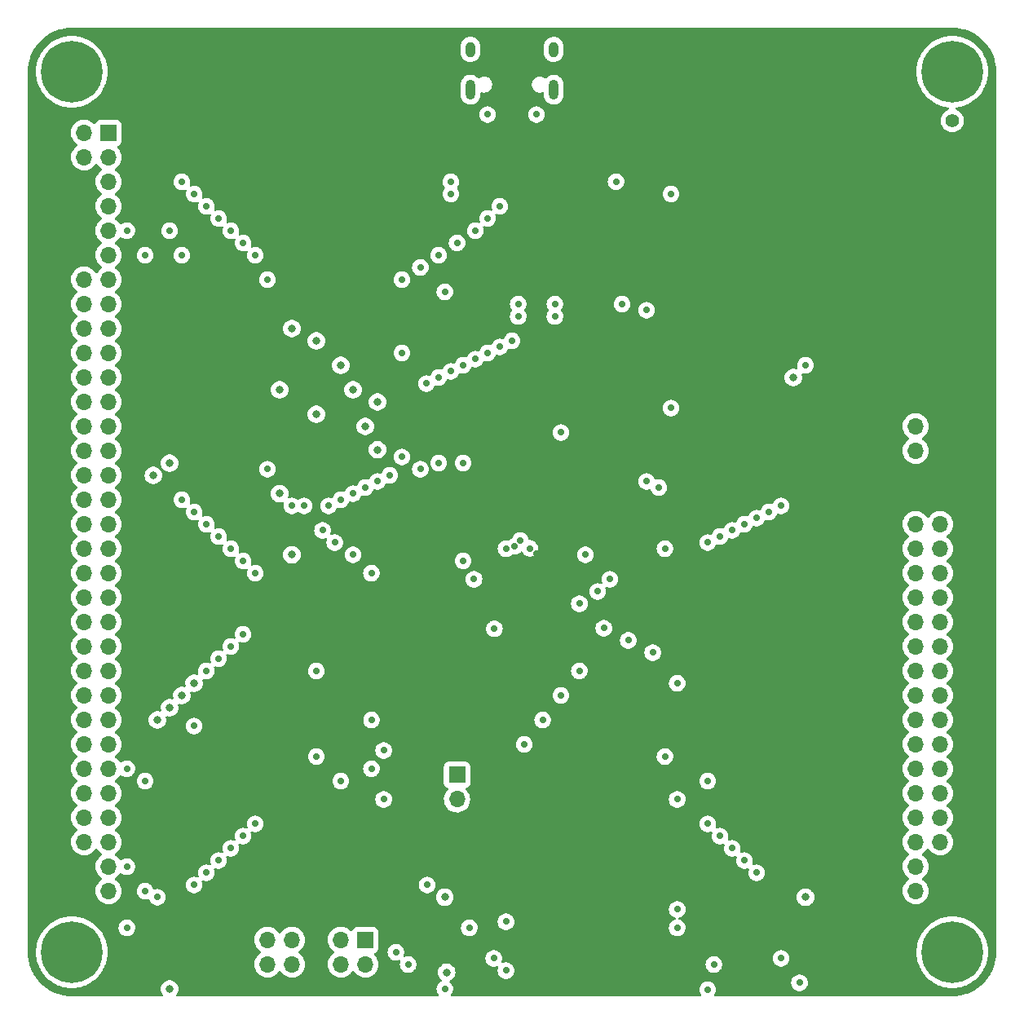
<source format=gbr>
%TF.GenerationSoftware,KiCad,Pcbnew,(6.0.5)*%
%TF.CreationDate,2022-08-30T13:23:16+01:00*%
%TF.ProjectId,STM32F405RGT6,53544d33-3246-4343-9035-524754362e6b,V22.08.0.1*%
%TF.SameCoordinates,PX544f408PY51135f0*%
%TF.FileFunction,Copper,L3,Inr*%
%TF.FilePolarity,Positive*%
%FSLAX46Y46*%
G04 Gerber Fmt 4.6, Leading zero omitted, Abs format (unit mm)*
G04 Created by KiCad (PCBNEW (6.0.5)) date 2022-08-30 13:23:16*
%MOMM*%
%LPD*%
G01*
G04 APERTURE LIST*
%TA.AperFunction,ComponentPad*%
%ADD10O,5.000000X8.000000*%
%TD*%
%TA.AperFunction,ComponentPad*%
%ADD11C,6.400000*%
%TD*%
%TA.AperFunction,ComponentPad*%
%ADD12C,1.400000*%
%TD*%
%TA.AperFunction,ComponentPad*%
%ADD13R,1.700000X1.700000*%
%TD*%
%TA.AperFunction,ComponentPad*%
%ADD14O,1.700000X1.700000*%
%TD*%
%TA.AperFunction,ComponentPad*%
%ADD15O,1.000000X1.600000*%
%TD*%
%TA.AperFunction,ComponentPad*%
%ADD16O,1.000000X2.100000*%
%TD*%
%TA.AperFunction,ViaPad*%
%ADD17C,0.700000*%
%TD*%
%TA.AperFunction,ViaPad*%
%ADD18C,0.800000*%
%TD*%
G04 APERTURE END LIST*
D10*
%TO.N,GND*%
%TO.C,GND1*%
X46990000Y34290000D03*
%TD*%
D11*
%TO.N,N/C*%
%TO.C,H1*%
X-45720000Y45720000D03*
%TD*%
%TO.N,N/C*%
%TO.C,H2*%
X-45720000Y-45720000D03*
%TD*%
%TO.N,N/C*%
%TO.C,H3*%
X45720000Y-45720000D03*
%TD*%
%TO.N,Net-(H4-Pad1)*%
%TO.C,H4*%
X45720000Y45720000D03*
%TD*%
D12*
%TO.N,Net-(H4-Pad1)*%
%TO.C,JP5*%
X45720000Y40640000D03*
%TO.N,GND*%
X48260000Y40640000D03*
%TD*%
D13*
%TO.N,V+*%
%TO.C,J3*%
X-41910000Y39370000D03*
D14*
X-44450000Y39370000D03*
%TO.N,V-*%
X-41910000Y36830000D03*
X-44450000Y36830000D03*
%TO.N,+12V*%
X-41910000Y34290000D03*
%TO.N,GND*%
X-44450000Y34290000D03*
%TO.N,-12V*%
X-41910000Y31750000D03*
%TO.N,GND*%
X-44450000Y31750000D03*
%TO.N,+5V*%
X-41910000Y29210000D03*
%TO.N,GND*%
X-44450000Y29210000D03*
%TO.N,+3V3*%
X-41910000Y26670000D03*
%TO.N,GND*%
X-44450000Y26670000D03*
%TO.N,RX1*%
X-41910000Y24130000D03*
%TO.N,TX1*%
X-44450000Y24130000D03*
%TO.N,RX2*%
X-41910000Y21590000D03*
%TO.N,TX2*%
X-44450000Y21590000D03*
%TO.N,MOSI1*%
X-41910000Y19050000D03*
%TO.N,MISO1*%
X-44450000Y19050000D03*
%TO.N,CS1*%
X-41910000Y16510000D03*
%TO.N,SCLK1*%
X-44450000Y16510000D03*
%TO.N,CS2*%
X-41910000Y13970000D03*
%TO.N,CS3*%
X-44450000Y13970000D03*
%TO.N,SCLK2*%
X-41910000Y11430000D03*
%TO.N,CS4*%
X-44450000Y11430000D03*
%TO.N,MOSI2*%
X-41910000Y8890000D03*
%TO.N,MISO2*%
X-44450000Y8890000D03*
%TO.N,SCL1*%
X-41910000Y6350000D03*
%TO.N,SDA1*%
X-44450000Y6350000D03*
%TO.N,SCL2*%
X-41910000Y3810000D03*
%TO.N,SDA2*%
X-44450000Y3810000D03*
%TO.N,GPIO1~*%
X-41910000Y1270000D03*
%TO.N,GPIO2~*%
X-44450000Y1270000D03*
%TO.N,GPIO3~*%
X-41910000Y-1270000D03*
%TO.N,GPIO4~*%
X-44450000Y-1270000D03*
%TO.N,GPIO5*%
X-41910000Y-3810000D03*
%TO.N,GPIO6*%
X-44450000Y-3810000D03*
%TO.N,GPIO7*%
X-41910000Y-6350000D03*
%TO.N,GPIO8*%
X-44450000Y-6350000D03*
%TO.N,GPIO9*%
X-41910000Y-8890000D03*
%TO.N,GPIO10*%
X-44450000Y-8890000D03*
%TO.N,GPIO11*%
X-41910000Y-11430000D03*
%TO.N,GPIO12*%
X-44450000Y-11430000D03*
%TO.N,GPIO13*%
X-41910000Y-13970000D03*
%TO.N,GPIO14*%
X-44450000Y-13970000D03*
%TO.N,GPIO15~*%
X-41910000Y-16510000D03*
%TO.N,GPIO16~*%
X-44450000Y-16510000D03*
%TO.N,GPIO17~*%
X-41910000Y-19050000D03*
%TO.N,GPIO18~*%
X-44450000Y-19050000D03*
%TO.N,GPIO19~*%
X-41910000Y-21590000D03*
%TO.N,GPIO20~*%
X-44450000Y-21590000D03*
%TO.N,GPIO21*%
X-41910000Y-24130000D03*
%TO.N,GPIO22*%
X-44450000Y-24130000D03*
%TO.N,GPIO23*%
X-41910000Y-26670000D03*
%TO.N,GPIO24*%
X-44450000Y-26670000D03*
%TO.N,GPIO25*%
X-41910000Y-29210000D03*
%TO.N,GPIO26*%
X-44450000Y-29210000D03*
%TO.N,GPIO27*%
X-41910000Y-31750000D03*
%TO.N,GPIO28*%
X-44450000Y-31750000D03*
%TO.N,GPIO29*%
X-41910000Y-34290000D03*
%TO.N,GPIO30*%
X-44450000Y-34290000D03*
%TO.N,+5V*%
X-41910000Y-36830000D03*
%TO.N,GND*%
X-44450000Y-36830000D03*
%TO.N,+3V3*%
X-41910000Y-39370000D03*
%TO.N,GND*%
X-44450000Y-39370000D03*
%TD*%
D13*
%TO.N,GND*%
%TO.C,J4*%
X44450000Y8890000D03*
D14*
%TO.N,+12VA*%
X41910000Y8890000D03*
%TO.N,GND*%
X44450000Y6350000D03*
%TO.N,-12VA*%
X41910000Y6350000D03*
%TO.N,GND*%
X44450000Y3810000D03*
X41910000Y3810000D03*
X44450000Y1270000D03*
X41910000Y1270000D03*
%TO.N,VREF1*%
X44450000Y-1270000D03*
%TO.N,+5VA*%
X41910000Y-1270000D03*
%TO.N,VREF2*%
X44450000Y-3810000D03*
%TO.N,-5VA*%
X41910000Y-3810000D03*
%TO.N,-A1*%
X44450000Y-6350000D03*
%TO.N,+A1*%
X41910000Y-6350000D03*
%TO.N,-A2*%
X44450000Y-8890000D03*
%TO.N,+A2*%
X41910000Y-8890000D03*
%TO.N,-A3*%
X44450000Y-11430000D03*
%TO.N,+A3*%
X41910000Y-11430000D03*
%TO.N,-A4*%
X44450000Y-13970000D03*
%TO.N,+A4*%
X41910000Y-13970000D03*
%TO.N,-A5*%
X44450000Y-16510000D03*
%TO.N,+A5*%
X41910000Y-16510000D03*
%TO.N,-A6*%
X44450000Y-19050000D03*
%TO.N,+A6*%
X41910000Y-19050000D03*
%TO.N,-A7*%
X44450000Y-21590000D03*
%TO.N,+A7*%
X41910000Y-21590000D03*
%TO.N,-A8*%
X44450000Y-24130000D03*
%TO.N,+A8*%
X41910000Y-24130000D03*
%TO.N,-A9*%
X44450000Y-26670000D03*
%TO.N,+A9*%
X41910000Y-26670000D03*
%TO.N,-A10*%
X44450000Y-29210000D03*
%TO.N,+A10*%
X41910000Y-29210000D03*
%TO.N,-A11*%
X44450000Y-31750000D03*
%TO.N,+A11*%
X41910000Y-31750000D03*
%TO.N,-A12*%
X44450000Y-34290000D03*
%TO.N,+A12*%
X41910000Y-34290000D03*
%TO.N,GND*%
X44450000Y-36830000D03*
%TO.N,+5VA*%
X41910000Y-36830000D03*
%TO.N,GND*%
X44450000Y-39370000D03*
%TO.N,-5VA*%
X41910000Y-39370000D03*
%TD*%
D13*
%TO.N,NRST*%
%TO.C,J1*%
X-15245000Y-44445000D03*
D14*
%TO.N,SWCLK*%
X-15245000Y-46985000D03*
%TO.N,unconnected-(J1-Pad3)*%
X-17785000Y-44445000D03*
%TO.N,SWDIO*%
X-17785000Y-46985000D03*
%TO.N,GND*%
X-20325000Y-44445000D03*
X-20325000Y-46985000D03*
%TO.N,/DEBUG_5V*%
X-22865000Y-44445000D03*
X-22865000Y-46985000D03*
%TO.N,unconnected-(J1-Pad9)*%
X-25405000Y-44445000D03*
%TO.N,unconnected-(J1-Pad10)*%
X-25405000Y-46985000D03*
%TD*%
D15*
%TO.N,unconnected-(J2-PadS1)*%
%TO.C,J2*%
X4320000Y48040000D03*
D16*
X-4320000Y43860000D03*
X4320000Y43860000D03*
D15*
X-4320000Y48040000D03*
%TD*%
D13*
%TO.N,/BOOT0*%
%TO.C,JP1*%
X-5715000Y-27305000D03*
D14*
%TO.N,+3V3*%
X-5715000Y-29845000D03*
%TD*%
D17*
%TO.N,GND*%
X-26670000Y-20320000D03*
D18*
X-22225000Y-22225000D03*
D17*
X-6350000Y-12700000D03*
X1270000Y29210000D03*
X38100000Y6350000D03*
X12700000Y31750000D03*
X25400000Y6350000D03*
X29210000Y-43815000D03*
X29210000Y-12700000D03*
X-7620000Y7620000D03*
D18*
X-15875000Y-21590000D03*
D17*
X-31750000Y44450000D03*
X2553029Y-4362526D03*
X8890000Y5080000D03*
X25400000Y44450000D03*
X-12700000Y38100000D03*
X1270000Y25400000D03*
X38100000Y38100000D03*
X-25400000Y-19050000D03*
X12065000Y39370000D03*
X-5080000Y25400000D03*
X3556000Y38354000D03*
X-3065000Y-15130000D03*
X29210000Y-31750000D03*
X31750000Y44450000D03*
D18*
X-15875000Y-22860000D03*
D17*
X38100000Y-44450000D03*
X12065000Y40640000D03*
X31750000Y38100000D03*
X29210000Y-10160000D03*
X-12700000Y44450000D03*
X4355931Y-2907185D03*
X3810000Y15240000D03*
X3810000Y41910000D03*
X19050000Y31750000D03*
X15240000Y41910000D03*
X-19050000Y44450000D03*
X-12700000Y-6350000D03*
X11430000Y-43815000D03*
X33020000Y2540000D03*
X33020000Y-12700000D03*
X8890000Y-43815000D03*
X-6350000Y-25400000D03*
X-7620000Y6350000D03*
X25400000Y12700000D03*
X1270000Y19050000D03*
X6350000Y19050000D03*
X-7620000Y-6350000D03*
X6350000Y-25400000D03*
X6350000Y31750000D03*
X3810000Y25400000D03*
X25400000Y31750000D03*
X10160000Y3810000D03*
X-1270000Y35560000D03*
X-38100000Y44450000D03*
X44450000Y12700000D03*
X-8255000Y-15240000D03*
X0Y0D03*
X31750000Y25400000D03*
X-12700000Y12700000D03*
X33020000Y-30480000D03*
X19050000Y25400000D03*
X20955000Y-45085000D03*
X33020000Y-2540000D03*
X3810000Y19050000D03*
X-3175000Y-24765000D03*
X10160000Y-15240000D03*
X19050000Y12700000D03*
X38100000Y0D03*
X33020000Y-25400000D03*
X19050000Y41910000D03*
X12700000Y44450000D03*
X26670000Y44450000D03*
X-6350000Y-7620000D03*
X-12700000Y19050000D03*
X12700000Y-25400000D03*
X-7620000Y-12700000D03*
X33020000Y-7620000D03*
X-3175000Y-17145000D03*
X38100000Y-31750000D03*
X-5715000Y43180000D03*
X-4445000Y-3175000D03*
X3556000Y37338000D03*
X-6350000Y38100000D03*
X33020000Y-20320000D03*
X-25400000Y44450000D03*
X935621Y-8403119D03*
X19050000Y-25400000D03*
X-25400000Y38100000D03*
X19050000Y-17780000D03*
X8890000Y-4445000D03*
X38100000Y44450000D03*
X25400000Y25400000D03*
X-7620000Y25400000D03*
X19050000Y-10160000D03*
X935621Y-10308119D03*
X-25400000Y-25400000D03*
X38100000Y12700000D03*
X-25400000Y6350000D03*
X25400000Y19050000D03*
X-19050000Y19050000D03*
X38100000Y19050000D03*
X-38100000Y38100000D03*
D18*
X-14605000Y-20320000D03*
D17*
X31750000Y31750000D03*
D18*
X-22225000Y-20320000D03*
D17*
X12700000Y6350000D03*
X17780000Y3810000D03*
X-3810000Y41910000D03*
X19050000Y19050000D03*
X2540000Y35560000D03*
X3175000Y-45085000D03*
X15240000Y43815000D03*
X38100000Y25400000D03*
X-2540000Y38354000D03*
X-6350000Y-19050000D03*
X31750000Y19050000D03*
X19050000Y-44450000D03*
X33020000Y-35560000D03*
X3810000Y29210000D03*
X-14605000Y-17145000D03*
X38100000Y-38100000D03*
X12700000Y12700000D03*
X19050000Y43815000D03*
X-25400000Y-12700000D03*
X-31750000Y38100000D03*
X29210000Y-20320000D03*
X-2540000Y37338000D03*
X26670000Y-43815000D03*
X8890000Y6350000D03*
X12700000Y19050000D03*
X0Y-25400000D03*
X12700000Y-6350000D03*
X19050000Y-22860000D03*
X12700000Y25400000D03*
X19050000Y-7620000D03*
X5715000Y43180000D03*
D18*
X-15875000Y-20320000D03*
D17*
X-19050000Y38100000D03*
X6350000Y25400000D03*
X7620000Y-12700000D03*
X38100000Y31750000D03*
%TO.N,GPIO1~*%
X-31750000Y31750000D03*
X-34290000Y1270000D03*
X0Y17780000D03*
X-1270000Y31750000D03*
%TO.N,+5V*%
X-6350000Y34290000D03*
X-34290000Y34290000D03*
X10795000Y34290000D03*
X-40005000Y-43180000D03*
X-40005000Y-36830000D03*
X-40005000Y-26670000D03*
X-40005000Y29210000D03*
X-35560000Y29210000D03*
%TO.N,GPIO2~*%
X-1270000Y17145000D03*
X-30480000Y30480000D03*
X-2540000Y30480000D03*
X-33020000Y0D03*
%TO.N,GPIO3~*%
X-3810000Y29210000D03*
X-2540000Y16510000D03*
X-31750000Y-1270000D03*
X-29210000Y29210000D03*
%TO.N,GPIO4~*%
X-30480000Y-2540000D03*
X-27940000Y27940000D03*
X-5715000Y27940000D03*
X-3810000Y15875000D03*
%TO.N,GPIO15~*%
X25400000Y-37465000D03*
X-33020000Y-22225000D03*
D18*
X-33020000Y-17780000D03*
D17*
X-31750000Y-37465000D03*
X26670000Y0D03*
%TO.N,GPIO16~*%
X20320000Y-49594500D03*
X27940000Y635000D03*
X20955000Y-46990000D03*
X-33020000Y-38735000D03*
X-8825500Y-38735000D03*
X-6985000Y-49530000D03*
D18*
X-34290000Y-19050000D03*
D17*
X27940000Y-46355000D03*
D18*
%TO.N,GPIO17~*%
X-35560000Y-20320000D03*
X29210000Y13970000D03*
X-35560000Y-49530000D03*
X30480000Y-40005000D03*
X-6985000Y-40005000D03*
X-6795000Y-47815000D03*
D17*
%TO.N,GPIO14*%
X25400000Y-635000D03*
X-31750000Y-16510000D03*
X24130000Y-36195000D03*
X-30480000Y-36195000D03*
%TO.N,GPIO13*%
X-30480000Y-15240000D03*
X24130000Y-1270000D03*
X-29210000Y-34925000D03*
X22860000Y-34925000D03*
%TO.N,GPIO12*%
X21590000Y-33655000D03*
X-29210000Y-13970000D03*
X-27940000Y-33655000D03*
X22860000Y-1905000D03*
%TO.N,GPIO11*%
X-26670000Y-32385000D03*
X21590000Y-2540000D03*
X20320000Y-32385000D03*
X-27940000Y-12700000D03*
%TO.N,GPIO7*%
X-26670000Y-6350000D03*
X-25400000Y4445000D03*
%TO.N,GPIO6*%
X-25400000Y24130000D03*
X-8890000Y13335000D03*
X-11430000Y24130000D03*
X-27940000Y-5080000D03*
%TO.N,GPIO5*%
X-26670000Y26670000D03*
X-7620000Y26670000D03*
X-29210000Y-3810000D03*
X-5080000Y15240000D03*
%TO.N,GPIO18~*%
X-36830000Y-40005000D03*
X29845000Y-48895000D03*
D18*
X-36830000Y-21590000D03*
D17*
X30480000Y15240000D03*
X-635000Y-47625000D03*
X-635000Y-42545000D03*
D18*
%TO.N,SCL2*%
X-37250500Y3810000D03*
X-35560000Y5080000D03*
D17*
%TO.N,SDA1*%
X-14605000Y-6350000D03*
X-13335000Y-24765000D03*
%TO.N,SCL1*%
X-14605000Y-21590000D03*
X-16510000Y-4445000D03*
D18*
X-24130000Y1905000D03*
X-22860000Y-4445000D03*
%TO.N,MISO2*%
X-13970000Y6464500D03*
D17*
X-13970000Y3175000D03*
D18*
%TO.N,MOSI2*%
X-15240000Y8890000D03*
D17*
X-15240000Y2540000D03*
%TO.N,CS4*%
X-19685000Y-1905000D03*
D18*
X-20320000Y10160000D03*
D17*
%TO.N,SCLK2*%
X-12700000Y3810000D03*
D18*
X-13970000Y11430000D03*
%TO.N,CS3*%
X-24130000Y12700000D03*
D17*
X-22860000Y635000D03*
%TO.N,CS2*%
X-16510000Y1905000D03*
D18*
X-16510000Y12700000D03*
D17*
%TO.N,SCLK1*%
X-17780000Y1270000D03*
D18*
X-17780000Y15240000D03*
D17*
%TO.N,CS1*%
X-11430000Y16510000D03*
X-9525000Y4445000D03*
%TO.N,MISO1*%
X-19050000Y635000D03*
D18*
X-20320000Y17780000D03*
D17*
%TO.N,MOSI1*%
X-21590000Y635000D03*
D18*
X-22860000Y19050000D03*
D17*
%TO.N,TX1*%
X-6350000Y14605000D03*
X-6985000Y22860000D03*
%TO.N,RX1*%
X-9525000Y25400000D03*
X-7620000Y13970000D03*
%TO.N,+A10*%
X20320000Y-27940000D03*
X20320000Y-3175000D03*
%TO.N,+A9*%
X15875000Y-3810000D03*
X15875000Y-25400000D03*
%TO.N,+A8*%
X-635000Y-3810000D03*
X1270000Y-24130000D03*
%TO.N,+A7*%
X236121Y-3585830D03*
X3175000Y-21590000D03*
%TO.N,+A6*%
X5080000Y-19050000D03*
X864436Y-2942149D03*
%TO.N,+A5*%
X6985000Y-16510000D03*
X1868550Y-3778922D03*
%TO.N,+A4*%
X14605000Y-14605000D03*
X10160000Y-6985000D03*
%TO.N,+A3*%
X12065000Y-13335000D03*
X8890000Y-8255000D03*
%TO.N,+A2*%
X6985000Y-9525000D03*
X9525000Y-12065000D03*
%TO.N,/USB_5V*%
X2540000Y41275000D03*
X-2540000Y41275000D03*
%TO.N,TX2*%
X13970000Y20955000D03*
X4445000Y20320000D03*
X15240000Y2540000D03*
X635000Y20320000D03*
%TO.N,RX2*%
X11430000Y21590000D03*
X4445000Y21590000D03*
X635000Y21590000D03*
X13970000Y3175000D03*
%TO.N,SWDIO*%
X-12065000Y-45720000D03*
X-11430000Y5715000D03*
%TO.N,SWCLK*%
X-7620000Y5080000D03*
X-10795000Y-46990000D03*
%TO.N,/BOOT0*%
X-17780000Y-27940000D03*
X-18415000Y-3175000D03*
%TO.N,/VDD_Decoupling*%
X-5080000Y-5080000D03*
X7620000Y-4445000D03*
X-5080000Y5080000D03*
X5080000Y8255000D03*
X-3949500Y-6985000D03*
%TO.N,NRST*%
X-1905000Y-46355000D03*
X-1830556Y-12139444D03*
%TO.N,+3V3*%
X17145000Y-17780000D03*
X-38100000Y-39370000D03*
X-34290000Y26670000D03*
X-13335000Y-29845000D03*
X-14605000Y-26670000D03*
X-20320000Y-25400000D03*
X16510000Y10795000D03*
X-38100000Y26670000D03*
X17145000Y-43180000D03*
X-6350000Y33020000D03*
X-4445000Y-43180000D03*
X-33020000Y33020000D03*
X17145000Y-29845000D03*
X17145000Y-41275000D03*
X-38100000Y-27940000D03*
X16510000Y33020000D03*
X-20320000Y-16510000D03*
%TD*%
%TA.AperFunction,Conductor*%
%TO.N,GND*%
G36*
X45690018Y50290000D02*
G01*
X45704851Y50287690D01*
X45704855Y50287690D01*
X45713724Y50286309D01*
X45734183Y50288984D01*
X45756008Y50289928D01*
X46112937Y50274344D01*
X46123886Y50273386D01*
X46508379Y50222767D01*
X46519205Y50220858D01*
X46897822Y50136920D01*
X46908439Y50134075D01*
X47078702Y50080392D01*
X47278302Y50017458D01*
X47288615Y50013705D01*
X47646932Y49865285D01*
X47656876Y49860647D01*
X48000867Y49681577D01*
X48010387Y49676081D01*
X48337468Y49467708D01*
X48346472Y49461403D01*
X48654138Y49225322D01*
X48662558Y49218257D01*
X48948483Y48956256D01*
X48956252Y48948487D01*
X49125972Y48763270D01*
X49218257Y48662558D01*
X49225322Y48654138D01*
X49461403Y48346472D01*
X49467708Y48337468D01*
X49676081Y48010387D01*
X49681576Y48000868D01*
X49845096Y47686751D01*
X49860643Y47656885D01*
X49865285Y47646932D01*
X50013702Y47288623D01*
X50017458Y47278302D01*
X50080392Y47078702D01*
X50134075Y46908439D01*
X50136920Y46897822D01*
X50220858Y46519205D01*
X50222767Y46508379D01*
X50273386Y46123886D01*
X50274344Y46112936D01*
X50289603Y45763448D01*
X50288223Y45738571D01*
X50286309Y45726276D01*
X50287473Y45717374D01*
X50287473Y45717372D01*
X50290436Y45694717D01*
X50291500Y45678379D01*
X50291500Y-45670633D01*
X50290000Y-45690018D01*
X50287690Y-45704851D01*
X50287690Y-45704855D01*
X50286309Y-45713724D01*
X50288984Y-45734183D01*
X50289928Y-45756008D01*
X50278045Y-46028163D01*
X50274344Y-46112936D01*
X50273386Y-46123886D01*
X50222767Y-46508379D01*
X50220858Y-46519205D01*
X50136920Y-46897822D01*
X50134075Y-46908439D01*
X50096453Y-47027763D01*
X50018849Y-47273893D01*
X50017461Y-47278294D01*
X50013705Y-47288615D01*
X49866145Y-47644857D01*
X49865289Y-47646923D01*
X49860647Y-47656876D01*
X49734070Y-47900029D01*
X49681577Y-48000867D01*
X49676081Y-48010387D01*
X49467708Y-48337468D01*
X49461403Y-48346472D01*
X49225322Y-48654138D01*
X49218257Y-48662558D01*
X49169722Y-48715525D01*
X48967638Y-48936062D01*
X48956256Y-48948483D01*
X48948487Y-48956252D01*
X48779572Y-49111034D01*
X48662558Y-49218257D01*
X48654138Y-49225322D01*
X48346472Y-49461403D01*
X48337468Y-49467708D01*
X48010387Y-49676081D01*
X48000868Y-49681576D01*
X47656876Y-49860647D01*
X47646932Y-49865285D01*
X47288615Y-50013705D01*
X47278302Y-50017458D01*
X47078702Y-50080392D01*
X46908439Y-50134075D01*
X46897822Y-50136920D01*
X46519205Y-50220858D01*
X46508379Y-50222767D01*
X46123886Y-50273386D01*
X46112937Y-50274344D01*
X45763446Y-50289603D01*
X45738571Y-50288223D01*
X45726276Y-50286309D01*
X45717374Y-50287473D01*
X45717372Y-50287473D01*
X45702323Y-50289441D01*
X45694714Y-50290436D01*
X45678379Y-50291500D01*
X21127045Y-50291500D01*
X21058924Y-50271498D01*
X21012431Y-50217842D01*
X21002327Y-50147568D01*
X21020391Y-50103062D01*
X21018367Y-50101893D01*
X21105295Y-49951330D01*
X21105296Y-49951329D01*
X21108599Y-49945607D01*
X21164365Y-49773975D01*
X21170317Y-49717352D01*
X21182539Y-49601065D01*
X21183229Y-49594500D01*
X21164365Y-49415025D01*
X21144030Y-49352438D01*
X21110641Y-49249678D01*
X21108599Y-49243393D01*
X21018367Y-49087107D01*
X20965440Y-49028325D01*
X20902035Y-48957907D01*
X20902034Y-48957906D01*
X20897613Y-48952996D01*
X20891402Y-48948483D01*
X20817789Y-48895000D01*
X28981771Y-48895000D01*
X29000635Y-49074475D01*
X29056401Y-49246107D01*
X29059704Y-49251829D01*
X29059705Y-49251830D01*
X29091689Y-49307227D01*
X29146633Y-49402393D01*
X29267387Y-49536504D01*
X29272729Y-49540385D01*
X29272731Y-49540387D01*
X29347211Y-49594500D01*
X29413385Y-49642578D01*
X29419413Y-49645262D01*
X29419415Y-49645263D01*
X29572217Y-49713295D01*
X29578248Y-49715980D01*
X29666508Y-49734740D01*
X29748311Y-49752128D01*
X29748315Y-49752128D01*
X29754768Y-49753500D01*
X29935232Y-49753500D01*
X29941685Y-49752128D01*
X29941689Y-49752128D01*
X30023492Y-49734740D01*
X30111752Y-49715980D01*
X30117783Y-49713295D01*
X30270585Y-49645263D01*
X30270587Y-49645262D01*
X30276615Y-49642578D01*
X30342789Y-49594500D01*
X30417269Y-49540387D01*
X30417271Y-49540385D01*
X30422613Y-49536504D01*
X30543367Y-49402393D01*
X30598311Y-49307227D01*
X30630295Y-49251830D01*
X30630296Y-49251829D01*
X30633599Y-49246107D01*
X30689365Y-49074475D01*
X30708229Y-48895000D01*
X30703176Y-48846922D01*
X30690055Y-48722089D01*
X30690055Y-48722088D01*
X30689365Y-48715525D01*
X30687252Y-48709020D01*
X30635641Y-48550178D01*
X30633599Y-48543893D01*
X30543367Y-48387607D01*
X30532253Y-48375263D01*
X30427035Y-48258407D01*
X30427034Y-48258406D01*
X30422613Y-48253496D01*
X30371254Y-48216181D01*
X30281957Y-48151303D01*
X30281956Y-48151302D01*
X30276615Y-48147422D01*
X30270587Y-48144738D01*
X30270585Y-48144737D01*
X30117783Y-48076705D01*
X30117781Y-48076705D01*
X30111752Y-48074020D01*
X30023492Y-48055260D01*
X29941689Y-48037872D01*
X29941685Y-48037872D01*
X29935232Y-48036500D01*
X29754768Y-48036500D01*
X29748315Y-48037872D01*
X29748311Y-48037872D01*
X29666508Y-48055260D01*
X29578248Y-48074020D01*
X29572219Y-48076704D01*
X29572217Y-48076705D01*
X29419416Y-48144737D01*
X29419414Y-48144738D01*
X29413386Y-48147422D01*
X29408045Y-48151302D01*
X29408044Y-48151303D01*
X29272731Y-48249613D01*
X29272729Y-48249615D01*
X29267387Y-48253496D01*
X29262966Y-48258406D01*
X29262965Y-48258407D01*
X29157748Y-48375263D01*
X29146633Y-48387607D01*
X29056401Y-48543893D01*
X29054359Y-48550178D01*
X29002749Y-48709020D01*
X29000635Y-48715525D01*
X28999945Y-48722088D01*
X28999945Y-48722089D01*
X28986824Y-48846922D01*
X28981771Y-48895000D01*
X20817789Y-48895000D01*
X20756957Y-48850803D01*
X20756956Y-48850802D01*
X20751615Y-48846922D01*
X20745587Y-48844238D01*
X20745585Y-48844237D01*
X20592783Y-48776205D01*
X20592781Y-48776205D01*
X20586752Y-48773520D01*
X20498492Y-48754760D01*
X20416689Y-48737372D01*
X20416685Y-48737372D01*
X20410232Y-48736000D01*
X20229768Y-48736000D01*
X20223315Y-48737372D01*
X20223311Y-48737372D01*
X20141508Y-48754760D01*
X20053248Y-48773520D01*
X20047219Y-48776204D01*
X20047217Y-48776205D01*
X19894416Y-48844237D01*
X19894414Y-48844238D01*
X19888386Y-48846922D01*
X19883045Y-48850802D01*
X19883044Y-48850803D01*
X19747731Y-48949113D01*
X19747729Y-48949115D01*
X19742387Y-48952996D01*
X19737966Y-48957906D01*
X19737965Y-48957907D01*
X19674561Y-49028325D01*
X19621633Y-49087107D01*
X19531401Y-49243393D01*
X19529359Y-49249678D01*
X19495971Y-49352438D01*
X19475635Y-49415025D01*
X19456771Y-49594500D01*
X19457461Y-49601065D01*
X19469684Y-49717352D01*
X19475635Y-49773975D01*
X19531401Y-49945607D01*
X19534704Y-49951329D01*
X19534705Y-49951330D01*
X19621633Y-50101893D01*
X19619136Y-50103335D01*
X19638750Y-50158308D01*
X19622668Y-50227460D01*
X19571754Y-50276939D01*
X19512955Y-50291500D01*
X-6232432Y-50291500D01*
X-6300553Y-50271498D01*
X-6347046Y-50217842D01*
X-6357150Y-50147568D01*
X-6326068Y-50081190D01*
X-6291052Y-50042301D01*
X-6291051Y-50042300D01*
X-6286633Y-50037393D01*
X-6208207Y-49901556D01*
X-6199705Y-49886830D01*
X-6199704Y-49886829D01*
X-6196401Y-49881107D01*
X-6143194Y-49717352D01*
X-6142675Y-49715754D01*
X-6142675Y-49715753D01*
X-6140635Y-49709475D01*
X-6137435Y-49679035D01*
X-6122461Y-49536565D01*
X-6121771Y-49530000D01*
X-6133856Y-49415025D01*
X-6139945Y-49357089D01*
X-6139945Y-49357088D01*
X-6140635Y-49350525D01*
X-6196401Y-49178893D01*
X-6204578Y-49164729D01*
X-6249394Y-49087107D01*
X-6286633Y-49022607D01*
X-6300350Y-49007372D01*
X-6402965Y-48893407D01*
X-6402966Y-48893406D01*
X-6407387Y-48888496D01*
X-6445543Y-48860774D01*
X-6488896Y-48804553D01*
X-6494972Y-48733817D01*
X-6461840Y-48671025D01*
X-6422730Y-48643732D01*
X-6344278Y-48608803D01*
X-6344276Y-48608802D01*
X-6338248Y-48606118D01*
X-6326891Y-48597867D01*
X-6244726Y-48538170D01*
X-6183747Y-48493866D01*
X-6172891Y-48481809D01*
X-6060379Y-48356852D01*
X-6060378Y-48356851D01*
X-6055960Y-48351944D01*
X-5960473Y-48186556D01*
X-5901458Y-48004928D01*
X-5890992Y-47905355D01*
X-5882186Y-47821565D01*
X-5881496Y-47815000D01*
X-5899161Y-47646923D01*
X-5900768Y-47631635D01*
X-5900768Y-47631633D01*
X-5901458Y-47625072D01*
X-5960473Y-47443444D01*
X-6055960Y-47278056D01*
X-6101599Y-47227368D01*
X-6179325Y-47141045D01*
X-6179326Y-47141044D01*
X-6183747Y-47136134D01*
X-6282843Y-47064136D01*
X-6332906Y-47027763D01*
X-6332907Y-47027762D01*
X-6338248Y-47023882D01*
X-6344276Y-47021198D01*
X-6344278Y-47021197D01*
X-6506681Y-46948891D01*
X-6506682Y-46948891D01*
X-6512712Y-46946206D01*
X-6606112Y-46926353D01*
X-6693056Y-46907872D01*
X-6693061Y-46907872D01*
X-6699513Y-46906500D01*
X-6890487Y-46906500D01*
X-6896939Y-46907872D01*
X-6896944Y-46907872D01*
X-6983888Y-46926353D01*
X-7077288Y-46946206D01*
X-7083318Y-46948891D01*
X-7083319Y-46948891D01*
X-7245722Y-47021197D01*
X-7245724Y-47021198D01*
X-7251752Y-47023882D01*
X-7257093Y-47027762D01*
X-7257094Y-47027763D01*
X-7307157Y-47064136D01*
X-7406253Y-47136134D01*
X-7410674Y-47141044D01*
X-7410675Y-47141045D01*
X-7488400Y-47227368D01*
X-7534040Y-47278056D01*
X-7629527Y-47443444D01*
X-7688542Y-47625072D01*
X-7689232Y-47631633D01*
X-7689232Y-47631635D01*
X-7690839Y-47646923D01*
X-7708504Y-47815000D01*
X-7707814Y-47821565D01*
X-7699007Y-47905355D01*
X-7688542Y-48004928D01*
X-7629527Y-48186556D01*
X-7534040Y-48351944D01*
X-7529622Y-48356851D01*
X-7529621Y-48356852D01*
X-7417109Y-48481809D01*
X-7406253Y-48493866D01*
X-7340492Y-48541644D01*
X-7297139Y-48597867D01*
X-7291064Y-48668603D01*
X-7324196Y-48731395D01*
X-7363305Y-48758686D01*
X-7410576Y-48779733D01*
X-7410581Y-48779736D01*
X-7416614Y-48782422D01*
X-7421955Y-48786302D01*
X-7421956Y-48786303D01*
X-7557269Y-48884613D01*
X-7557271Y-48884615D01*
X-7562613Y-48888496D01*
X-7567034Y-48893406D01*
X-7567035Y-48893407D01*
X-7669649Y-49007372D01*
X-7683367Y-49022607D01*
X-7720606Y-49087107D01*
X-7765421Y-49164729D01*
X-7773599Y-49178893D01*
X-7829365Y-49350525D01*
X-7830055Y-49357088D01*
X-7830055Y-49357089D01*
X-7836144Y-49415025D01*
X-7848229Y-49530000D01*
X-7847539Y-49536565D01*
X-7832564Y-49679035D01*
X-7829365Y-49709475D01*
X-7827325Y-49715753D01*
X-7827325Y-49715754D01*
X-7826806Y-49717352D01*
X-7773599Y-49881107D01*
X-7770296Y-49886829D01*
X-7770295Y-49886830D01*
X-7761793Y-49901556D01*
X-7683367Y-50037393D01*
X-7678949Y-50042300D01*
X-7678948Y-50042301D01*
X-7643932Y-50081190D01*
X-7613215Y-50145197D01*
X-7621979Y-50215651D01*
X-7667442Y-50270182D01*
X-7737568Y-50291500D01*
X-34740151Y-50291500D01*
X-34808272Y-50271498D01*
X-34854765Y-50217842D01*
X-34864869Y-50147568D01*
X-34833789Y-50081192D01*
X-34820960Y-50066944D01*
X-34725473Y-49901556D01*
X-34666458Y-49719928D01*
X-34661849Y-49676081D01*
X-34647186Y-49536565D01*
X-34646496Y-49530000D01*
X-34653043Y-49467708D01*
X-34665768Y-49346635D01*
X-34665768Y-49346633D01*
X-34666458Y-49340072D01*
X-34725473Y-49158444D01*
X-34820960Y-48993056D01*
X-34857441Y-48952539D01*
X-34944325Y-48856045D01*
X-34944326Y-48856044D01*
X-34948747Y-48851134D01*
X-35047843Y-48779136D01*
X-35097906Y-48742763D01*
X-35097907Y-48742762D01*
X-35103248Y-48738882D01*
X-35109276Y-48736198D01*
X-35109278Y-48736197D01*
X-35271681Y-48663891D01*
X-35271682Y-48663891D01*
X-35277712Y-48661206D01*
X-35371113Y-48641353D01*
X-35458056Y-48622872D01*
X-35458061Y-48622872D01*
X-35464513Y-48621500D01*
X-35655487Y-48621500D01*
X-35661939Y-48622872D01*
X-35661944Y-48622872D01*
X-35748887Y-48641353D01*
X-35842288Y-48661206D01*
X-35848318Y-48663891D01*
X-35848319Y-48663891D01*
X-36010722Y-48736197D01*
X-36010724Y-48736198D01*
X-36016752Y-48738882D01*
X-36022093Y-48742762D01*
X-36022094Y-48742763D01*
X-36072157Y-48779136D01*
X-36171253Y-48851134D01*
X-36175674Y-48856044D01*
X-36175675Y-48856045D01*
X-36262558Y-48952539D01*
X-36299040Y-48993056D01*
X-36394527Y-49158444D01*
X-36453542Y-49340072D01*
X-36454232Y-49346633D01*
X-36454232Y-49346635D01*
X-36466957Y-49467708D01*
X-36473504Y-49530000D01*
X-36472814Y-49536565D01*
X-36458150Y-49676081D01*
X-36453542Y-49719928D01*
X-36394527Y-49901556D01*
X-36299040Y-50066944D01*
X-36286211Y-50081192D01*
X-36255495Y-50145198D01*
X-36264260Y-50215651D01*
X-36309723Y-50270182D01*
X-36379849Y-50291500D01*
X-45670633Y-50291500D01*
X-45690018Y-50290000D01*
X-45704851Y-50287690D01*
X-45704855Y-50287690D01*
X-45713724Y-50286309D01*
X-45734183Y-50288984D01*
X-45756008Y-50289928D01*
X-46112937Y-50274344D01*
X-46123886Y-50273386D01*
X-46508379Y-50222767D01*
X-46519205Y-50220858D01*
X-46897822Y-50136920D01*
X-46908439Y-50134075D01*
X-47078702Y-50080392D01*
X-47278302Y-50017458D01*
X-47288615Y-50013705D01*
X-47646932Y-49865285D01*
X-47656876Y-49860647D01*
X-48000868Y-49681576D01*
X-48010387Y-49676081D01*
X-48337468Y-49467708D01*
X-48346472Y-49461403D01*
X-48654138Y-49225322D01*
X-48662558Y-49218257D01*
X-48779572Y-49111034D01*
X-48948487Y-48956252D01*
X-48956256Y-48948483D01*
X-48967637Y-48936062D01*
X-49169722Y-48715525D01*
X-49218257Y-48662558D01*
X-49225322Y-48654138D01*
X-49461403Y-48346472D01*
X-49467708Y-48337468D01*
X-49676081Y-48010387D01*
X-49681577Y-48000867D01*
X-49734070Y-47900029D01*
X-49860647Y-47656876D01*
X-49865289Y-47646923D01*
X-49866144Y-47644857D01*
X-50013705Y-47288615D01*
X-50017461Y-47278294D01*
X-50018848Y-47273893D01*
X-50096453Y-47027763D01*
X-50134075Y-46908439D01*
X-50136920Y-46897822D01*
X-50220858Y-46519205D01*
X-50222767Y-46508379D01*
X-50273386Y-46123886D01*
X-50274344Y-46112936D01*
X-50278045Y-46028163D01*
X-50289439Y-45767206D01*
X-50287812Y-45740805D01*
X-50287231Y-45737352D01*
X-50287230Y-45737345D01*
X-50286424Y-45732552D01*
X-50286271Y-45720000D01*
X-49433589Y-45720000D01*
X-49413246Y-46108176D01*
X-49412733Y-46111416D01*
X-49412732Y-46111424D01*
X-49394364Y-46227393D01*
X-49352438Y-46492099D01*
X-49251833Y-46867562D01*
X-49250648Y-46870650D01*
X-49250647Y-46870652D01*
X-49236142Y-46908439D01*
X-49112532Y-47230453D01*
X-49111034Y-47233393D01*
X-48974018Y-47502301D01*
X-48936062Y-47576794D01*
X-48934266Y-47579560D01*
X-48934264Y-47579563D01*
X-48783981Y-47810980D01*
X-48724357Y-47902793D01*
X-48627396Y-48022529D01*
X-48494569Y-48186556D01*
X-48479734Y-48204876D01*
X-48204876Y-48479734D01*
X-48202318Y-48481806D01*
X-48202314Y-48481809D01*
X-48053834Y-48602046D01*
X-47902793Y-48724357D01*
X-47900030Y-48726152D01*
X-47900029Y-48726152D01*
X-47650040Y-48888496D01*
X-47576795Y-48936062D01*
X-47573861Y-48937557D01*
X-47573854Y-48937561D01*
X-47269130Y-49092825D01*
X-47230453Y-49112532D01*
X-47125757Y-49152721D01*
X-46936625Y-49225322D01*
X-46867562Y-49251833D01*
X-46492099Y-49352438D01*
X-46288207Y-49384732D01*
X-46111424Y-49412732D01*
X-46111416Y-49412733D01*
X-46108176Y-49413246D01*
X-45720000Y-49433589D01*
X-45331824Y-49413246D01*
X-45328584Y-49412733D01*
X-45328576Y-49412732D01*
X-45151793Y-49384732D01*
X-44947901Y-49352438D01*
X-44572438Y-49251833D01*
X-44503374Y-49225322D01*
X-44314243Y-49152721D01*
X-44209547Y-49112532D01*
X-44170870Y-49092825D01*
X-43866146Y-48937561D01*
X-43866139Y-48937557D01*
X-43863205Y-48936062D01*
X-43789959Y-48888496D01*
X-43539971Y-48726152D01*
X-43539970Y-48726152D01*
X-43537207Y-48724357D01*
X-43386166Y-48602046D01*
X-43237686Y-48481809D01*
X-43237682Y-48481806D01*
X-43235124Y-48479734D01*
X-42960266Y-48204876D01*
X-42945430Y-48186556D01*
X-42812604Y-48022529D01*
X-42715643Y-47902793D01*
X-42656019Y-47810980D01*
X-42505736Y-47579563D01*
X-42505734Y-47579560D01*
X-42503938Y-47576794D01*
X-42465981Y-47502301D01*
X-42328966Y-47233393D01*
X-42327468Y-47230453D01*
X-42220462Y-46951695D01*
X-26767749Y-46951695D01*
X-26767452Y-46956848D01*
X-26767452Y-46956851D01*
X-26758466Y-47112699D01*
X-26754890Y-47174715D01*
X-26753753Y-47179761D01*
X-26753752Y-47179767D01*
X-26743024Y-47227368D01*
X-26705778Y-47392639D01*
X-26621734Y-47599616D01*
X-26570981Y-47682438D01*
X-26507709Y-47785688D01*
X-26505013Y-47790088D01*
X-26501633Y-47793990D01*
X-26492551Y-47804475D01*
X-26358750Y-47958938D01*
X-26186874Y-48101632D01*
X-25994000Y-48214338D01*
X-25785308Y-48294030D01*
X-25780240Y-48295061D01*
X-25780237Y-48295062D01*
X-25672983Y-48316883D01*
X-25566403Y-48338567D01*
X-25561228Y-48338757D01*
X-25561226Y-48338757D01*
X-25348327Y-48346564D01*
X-25348323Y-48346564D01*
X-25343163Y-48346753D01*
X-25338043Y-48346097D01*
X-25338041Y-48346097D01*
X-25126712Y-48319025D01*
X-25126711Y-48319025D01*
X-25121584Y-48318368D01*
X-25116634Y-48316883D01*
X-24912571Y-48255661D01*
X-24912566Y-48255659D01*
X-24907616Y-48254174D01*
X-24707006Y-48155896D01*
X-24525140Y-48026173D01*
X-24510120Y-48011206D01*
X-24401328Y-47902793D01*
X-24366904Y-47868489D01*
X-24352540Y-47848500D01*
X-24236547Y-47687077D01*
X-24235224Y-47688028D01*
X-24188355Y-47644857D01*
X-24118420Y-47632625D01*
X-24052974Y-47660144D01*
X-24025125Y-47691994D01*
X-23965013Y-47790088D01*
X-23961633Y-47793990D01*
X-23952551Y-47804475D01*
X-23818750Y-47958938D01*
X-23646874Y-48101632D01*
X-23454000Y-48214338D01*
X-23245308Y-48294030D01*
X-23240240Y-48295061D01*
X-23240237Y-48295062D01*
X-23132983Y-48316883D01*
X-23026403Y-48338567D01*
X-23021228Y-48338757D01*
X-23021226Y-48338757D01*
X-22808327Y-48346564D01*
X-22808323Y-48346564D01*
X-22803163Y-48346753D01*
X-22798043Y-48346097D01*
X-22798041Y-48346097D01*
X-22586712Y-48319025D01*
X-22586711Y-48319025D01*
X-22581584Y-48318368D01*
X-22576634Y-48316883D01*
X-22372571Y-48255661D01*
X-22372566Y-48255659D01*
X-22367616Y-48254174D01*
X-22167006Y-48155896D01*
X-21985140Y-48026173D01*
X-21970120Y-48011206D01*
X-21861328Y-47902793D01*
X-21826904Y-47868489D01*
X-21812540Y-47848500D01*
X-21699565Y-47691277D01*
X-21696547Y-47687077D01*
X-21675680Y-47644857D01*
X-21599864Y-47491453D01*
X-21599863Y-47491451D01*
X-21597570Y-47486811D01*
X-21532630Y-47273069D01*
X-21503471Y-47051590D01*
X-21502220Y-47000387D01*
X-21501926Y-46988365D01*
X-21501926Y-46988361D01*
X-21501844Y-46985000D01*
X-21504582Y-46951695D01*
X-19147749Y-46951695D01*
X-19147452Y-46956848D01*
X-19147452Y-46956851D01*
X-19138466Y-47112699D01*
X-19134890Y-47174715D01*
X-19133753Y-47179761D01*
X-19133752Y-47179767D01*
X-19123024Y-47227368D01*
X-19085778Y-47392639D01*
X-19001734Y-47599616D01*
X-18950981Y-47682438D01*
X-18887709Y-47785688D01*
X-18885013Y-47790088D01*
X-18881633Y-47793990D01*
X-18872551Y-47804475D01*
X-18738750Y-47958938D01*
X-18566874Y-48101632D01*
X-18374000Y-48214338D01*
X-18165308Y-48294030D01*
X-18160240Y-48295061D01*
X-18160237Y-48295062D01*
X-18052983Y-48316883D01*
X-17946403Y-48338567D01*
X-17941228Y-48338757D01*
X-17941226Y-48338757D01*
X-17728327Y-48346564D01*
X-17728323Y-48346564D01*
X-17723163Y-48346753D01*
X-17718043Y-48346097D01*
X-17718041Y-48346097D01*
X-17506712Y-48319025D01*
X-17506711Y-48319025D01*
X-17501584Y-48318368D01*
X-17496634Y-48316883D01*
X-17292571Y-48255661D01*
X-17292566Y-48255659D01*
X-17287616Y-48254174D01*
X-17087006Y-48155896D01*
X-16905140Y-48026173D01*
X-16890120Y-48011206D01*
X-16781328Y-47902793D01*
X-16746904Y-47868489D01*
X-16732540Y-47848500D01*
X-16616547Y-47687077D01*
X-16615224Y-47688028D01*
X-16568355Y-47644857D01*
X-16498420Y-47632625D01*
X-16432974Y-47660144D01*
X-16405125Y-47691994D01*
X-16345013Y-47790088D01*
X-16341633Y-47793990D01*
X-16332551Y-47804475D01*
X-16198750Y-47958938D01*
X-16026874Y-48101632D01*
X-15834000Y-48214338D01*
X-15625308Y-48294030D01*
X-15620240Y-48295061D01*
X-15620237Y-48295062D01*
X-15512983Y-48316883D01*
X-15406403Y-48338567D01*
X-15401228Y-48338757D01*
X-15401226Y-48338757D01*
X-15188327Y-48346564D01*
X-15188323Y-48346564D01*
X-15183163Y-48346753D01*
X-15178043Y-48346097D01*
X-15178041Y-48346097D01*
X-14966712Y-48319025D01*
X-14966711Y-48319025D01*
X-14961584Y-48318368D01*
X-14956634Y-48316883D01*
X-14752571Y-48255661D01*
X-14752566Y-48255659D01*
X-14747616Y-48254174D01*
X-14547006Y-48155896D01*
X-14365140Y-48026173D01*
X-14350120Y-48011206D01*
X-14241328Y-47902793D01*
X-14206904Y-47868489D01*
X-14192540Y-47848500D01*
X-14079565Y-47691277D01*
X-14076547Y-47687077D01*
X-14055680Y-47644857D01*
X-13979864Y-47491453D01*
X-13979863Y-47491451D01*
X-13977570Y-47486811D01*
X-13912630Y-47273069D01*
X-13883471Y-47051590D01*
X-13882220Y-47000387D01*
X-13881926Y-46988365D01*
X-13881926Y-46988361D01*
X-13881844Y-46985000D01*
X-13900148Y-46762361D01*
X-13954569Y-46545702D01*
X-14043646Y-46340840D01*
X-14146272Y-46182204D01*
X-14162178Y-46157617D01*
X-14162180Y-46157614D01*
X-14164986Y-46153277D01*
X-14183553Y-46132872D01*
X-14312202Y-45991488D01*
X-14343254Y-45927642D01*
X-14334859Y-45857143D01*
X-14289683Y-45802375D01*
X-14263239Y-45788706D01*
X-14156703Y-45748767D01*
X-14148295Y-45745615D01*
X-14114117Y-45720000D01*
X-12928229Y-45720000D01*
X-12909365Y-45899475D01*
X-12907325Y-45905753D01*
X-12907325Y-45905754D01*
X-12879344Y-45991870D01*
X-12853599Y-46071107D01*
X-12763367Y-46227393D01*
X-12758949Y-46232300D01*
X-12758948Y-46232301D01*
X-12649904Y-46353407D01*
X-12642613Y-46361504D01*
X-12496615Y-46467578D01*
X-12490587Y-46470262D01*
X-12490585Y-46470263D01*
X-12337785Y-46538294D01*
X-12331752Y-46540980D01*
X-12243492Y-46559740D01*
X-12161689Y-46577128D01*
X-12161685Y-46577128D01*
X-12155232Y-46578500D01*
X-11974768Y-46578500D01*
X-11968315Y-46577128D01*
X-11968311Y-46577128D01*
X-11886508Y-46559740D01*
X-11798248Y-46540980D01*
X-11792221Y-46538297D01*
X-11792213Y-46538294D01*
X-11768636Y-46527796D01*
X-11698269Y-46518361D01*
X-11633972Y-46548466D01*
X-11596158Y-46608555D01*
X-11597553Y-46681837D01*
X-11637324Y-46804243D01*
X-11639365Y-46810525D01*
X-11640055Y-46817088D01*
X-11640055Y-46817089D01*
X-11649105Y-46903191D01*
X-11658229Y-46990000D01*
X-11657539Y-46996565D01*
X-11643277Y-47132251D01*
X-11639365Y-47169475D01*
X-11637325Y-47175753D01*
X-11637325Y-47175754D01*
X-11636806Y-47177352D01*
X-11583599Y-47341107D01*
X-11580296Y-47346829D01*
X-11580295Y-47346830D01*
X-11553847Y-47392639D01*
X-11493367Y-47497393D01*
X-11488949Y-47502300D01*
X-11488948Y-47502301D01*
X-11377035Y-47626593D01*
X-11372613Y-47631504D01*
X-11367271Y-47635385D01*
X-11367269Y-47635387D01*
X-11333194Y-47660144D01*
X-11226615Y-47737578D01*
X-11220587Y-47740262D01*
X-11220585Y-47740263D01*
X-11067783Y-47808295D01*
X-11061752Y-47810980D01*
X-10973492Y-47829740D01*
X-10891689Y-47847128D01*
X-10891685Y-47847128D01*
X-10885232Y-47848500D01*
X-10704768Y-47848500D01*
X-10698315Y-47847128D01*
X-10698311Y-47847128D01*
X-10616508Y-47829740D01*
X-10528248Y-47810980D01*
X-10522217Y-47808295D01*
X-10369415Y-47740263D01*
X-10369413Y-47740262D01*
X-10363385Y-47737578D01*
X-10256806Y-47660144D01*
X-10222731Y-47635387D01*
X-10222729Y-47635385D01*
X-10217387Y-47631504D01*
X-10212965Y-47626593D01*
X-10101052Y-47502301D01*
X-10101051Y-47502300D01*
X-10096633Y-47497393D01*
X-10036153Y-47392639D01*
X-10009705Y-47346830D01*
X-10009704Y-47346829D01*
X-10006401Y-47341107D01*
X-9953194Y-47177352D01*
X-9952675Y-47175754D01*
X-9952675Y-47175753D01*
X-9950635Y-47169475D01*
X-9946722Y-47132251D01*
X-9932461Y-46996565D01*
X-9931771Y-46990000D01*
X-9940895Y-46903191D01*
X-9949945Y-46817089D01*
X-9949945Y-46817088D01*
X-9950635Y-46810525D01*
X-9952748Y-46804020D01*
X-10004359Y-46645178D01*
X-10006401Y-46638893D01*
X-10096633Y-46482607D01*
X-10107747Y-46470263D01*
X-10211531Y-46355000D01*
X-2768229Y-46355000D01*
X-2767539Y-46361565D01*
X-2751978Y-46509610D01*
X-2749365Y-46534475D01*
X-2747325Y-46540753D01*
X-2747325Y-46540754D01*
X-2746806Y-46542352D01*
X-2693599Y-46706107D01*
X-2603367Y-46862393D01*
X-2598949Y-46867300D01*
X-2598948Y-46867301D01*
X-2489904Y-46988407D01*
X-2482613Y-46996504D01*
X-2477271Y-47000385D01*
X-2477269Y-47000387D01*
X-2444931Y-47023882D01*
X-2336615Y-47102578D01*
X-2330587Y-47105262D01*
X-2330585Y-47105263D01*
X-2186201Y-47169547D01*
X-2171752Y-47175980D01*
X-2083492Y-47194740D01*
X-2001689Y-47212128D01*
X-2001685Y-47212128D01*
X-1995232Y-47213500D01*
X-1814768Y-47213500D01*
X-1808315Y-47212128D01*
X-1808311Y-47212128D01*
X-1726508Y-47194740D01*
X-1638248Y-47175980D01*
X-1632221Y-47173297D01*
X-1632213Y-47173294D01*
X-1608636Y-47162796D01*
X-1538269Y-47153361D01*
X-1473972Y-47183466D01*
X-1436158Y-47243555D01*
X-1437553Y-47316837D01*
X-1463737Y-47397425D01*
X-1479365Y-47445525D01*
X-1498229Y-47625000D01*
X-1497539Y-47631565D01*
X-1491187Y-47691994D01*
X-1479365Y-47804475D01*
X-1477325Y-47810753D01*
X-1477325Y-47810754D01*
X-1458566Y-47868489D01*
X-1423599Y-47976107D01*
X-1333367Y-48132393D01*
X-1328949Y-48137300D01*
X-1328948Y-48137301D01*
X-1223715Y-48254174D01*
X-1212613Y-48266504D01*
X-1207271Y-48270385D01*
X-1207269Y-48270387D01*
X-1088260Y-48356852D01*
X-1066615Y-48372578D01*
X-1060587Y-48375262D01*
X-1060585Y-48375263D01*
X-1020017Y-48393325D01*
X-901752Y-48445980D01*
X-813492Y-48464740D01*
X-731689Y-48482128D01*
X-731685Y-48482128D01*
X-725232Y-48483500D01*
X-544768Y-48483500D01*
X-538315Y-48482128D01*
X-538311Y-48482128D01*
X-456508Y-48464740D01*
X-368248Y-48445980D01*
X-249983Y-48393325D01*
X-209415Y-48375263D01*
X-209413Y-48375262D01*
X-203385Y-48372578D01*
X-181740Y-48356852D01*
X-62731Y-48270387D01*
X-62729Y-48270385D01*
X-57387Y-48266504D01*
X-46285Y-48254174D01*
X58948Y-48137301D01*
X58949Y-48137300D01*
X63367Y-48132393D01*
X153599Y-47976107D01*
X188566Y-47868489D01*
X207325Y-47810754D01*
X207325Y-47810753D01*
X209365Y-47804475D01*
X221188Y-47691994D01*
X227539Y-47631565D01*
X228229Y-47625000D01*
X209365Y-47445525D01*
X206830Y-47437721D01*
X155641Y-47280178D01*
X153599Y-47273893D01*
X150162Y-47267939D01*
X96338Y-47174715D01*
X63367Y-47117607D01*
X52253Y-47105263D01*
X-51531Y-46990000D01*
X20091771Y-46990000D01*
X20092461Y-46996565D01*
X20106723Y-47132251D01*
X20110635Y-47169475D01*
X20112675Y-47175753D01*
X20112675Y-47175754D01*
X20113194Y-47177352D01*
X20166401Y-47341107D01*
X20169704Y-47346829D01*
X20169705Y-47346830D01*
X20196153Y-47392639D01*
X20256633Y-47497393D01*
X20261051Y-47502300D01*
X20261052Y-47502301D01*
X20372965Y-47626593D01*
X20377387Y-47631504D01*
X20382729Y-47635385D01*
X20382731Y-47635387D01*
X20416806Y-47660144D01*
X20523385Y-47737578D01*
X20529413Y-47740262D01*
X20529415Y-47740263D01*
X20682217Y-47808295D01*
X20688248Y-47810980D01*
X20776508Y-47829740D01*
X20858311Y-47847128D01*
X20858315Y-47847128D01*
X20864768Y-47848500D01*
X21045232Y-47848500D01*
X21051685Y-47847128D01*
X21051689Y-47847128D01*
X21133492Y-47829740D01*
X21221752Y-47810980D01*
X21227783Y-47808295D01*
X21380585Y-47740263D01*
X21380587Y-47740262D01*
X21386615Y-47737578D01*
X21493194Y-47660144D01*
X21527269Y-47635387D01*
X21527271Y-47635385D01*
X21532613Y-47631504D01*
X21537035Y-47626593D01*
X21648948Y-47502301D01*
X21648949Y-47502300D01*
X21653367Y-47497393D01*
X21713847Y-47392639D01*
X21740295Y-47346830D01*
X21740296Y-47346829D01*
X21743599Y-47341107D01*
X21796806Y-47177352D01*
X21797325Y-47175754D01*
X21797325Y-47175753D01*
X21799365Y-47169475D01*
X21803278Y-47132251D01*
X21817539Y-46996565D01*
X21818229Y-46990000D01*
X21809105Y-46903191D01*
X21800055Y-46817089D01*
X21800055Y-46817088D01*
X21799365Y-46810525D01*
X21797252Y-46804020D01*
X21745641Y-46645178D01*
X21743599Y-46638893D01*
X21653367Y-46482607D01*
X21642253Y-46470263D01*
X21538469Y-46355000D01*
X27076771Y-46355000D01*
X27077461Y-46361565D01*
X27093022Y-46509610D01*
X27095635Y-46534475D01*
X27097675Y-46540753D01*
X27097675Y-46540754D01*
X27098194Y-46542352D01*
X27151401Y-46706107D01*
X27241633Y-46862393D01*
X27246051Y-46867300D01*
X27246052Y-46867301D01*
X27355096Y-46988407D01*
X27362387Y-46996504D01*
X27367729Y-47000385D01*
X27367731Y-47000387D01*
X27400069Y-47023882D01*
X27508385Y-47102578D01*
X27514413Y-47105262D01*
X27514415Y-47105263D01*
X27658799Y-47169547D01*
X27673248Y-47175980D01*
X27761508Y-47194740D01*
X27843311Y-47212128D01*
X27843315Y-47212128D01*
X27849768Y-47213500D01*
X28030232Y-47213500D01*
X28036685Y-47212128D01*
X28036689Y-47212128D01*
X28118492Y-47194740D01*
X28206752Y-47175980D01*
X28221201Y-47169547D01*
X28365585Y-47105263D01*
X28365587Y-47105262D01*
X28371615Y-47102578D01*
X28479931Y-47023882D01*
X28512269Y-47000387D01*
X28512271Y-47000385D01*
X28517613Y-46996504D01*
X28524904Y-46988407D01*
X28633948Y-46867301D01*
X28633949Y-46867300D01*
X28638367Y-46862393D01*
X28728599Y-46706107D01*
X28781806Y-46542352D01*
X28782325Y-46540754D01*
X28782325Y-46540753D01*
X28784365Y-46534475D01*
X28786979Y-46509610D01*
X28802539Y-46361565D01*
X28803229Y-46355000D01*
X28784365Y-46175525D01*
X28782252Y-46169020D01*
X28730641Y-46010178D01*
X28728599Y-46003893D01*
X28721658Y-45991870D01*
X28668313Y-45899475D01*
X28638367Y-45847607D01*
X28621720Y-45829118D01*
X28523469Y-45720000D01*
X42006411Y-45720000D01*
X42026754Y-46108176D01*
X42027267Y-46111416D01*
X42027268Y-46111424D01*
X42045636Y-46227393D01*
X42087562Y-46492099D01*
X42188167Y-46867562D01*
X42189352Y-46870650D01*
X42189353Y-46870652D01*
X42203858Y-46908439D01*
X42327468Y-47230453D01*
X42328966Y-47233393D01*
X42465982Y-47502301D01*
X42503938Y-47576794D01*
X42505734Y-47579560D01*
X42505736Y-47579563D01*
X42656019Y-47810980D01*
X42715643Y-47902793D01*
X42812604Y-48022529D01*
X42945431Y-48186556D01*
X42960266Y-48204876D01*
X43235124Y-48479734D01*
X43237682Y-48481806D01*
X43237686Y-48481809D01*
X43386166Y-48602046D01*
X43537207Y-48724357D01*
X43539970Y-48726152D01*
X43539971Y-48726152D01*
X43789960Y-48888496D01*
X43863205Y-48936062D01*
X43866139Y-48937557D01*
X43866146Y-48937561D01*
X44170870Y-49092825D01*
X44209547Y-49112532D01*
X44314243Y-49152721D01*
X44503375Y-49225322D01*
X44572438Y-49251833D01*
X44947901Y-49352438D01*
X45151793Y-49384732D01*
X45328576Y-49412732D01*
X45328584Y-49412733D01*
X45331824Y-49413246D01*
X45720000Y-49433589D01*
X46108176Y-49413246D01*
X46111416Y-49412733D01*
X46111424Y-49412732D01*
X46288207Y-49384732D01*
X46492099Y-49352438D01*
X46867562Y-49251833D01*
X46936626Y-49225322D01*
X47125757Y-49152721D01*
X47230453Y-49112532D01*
X47269130Y-49092825D01*
X47573854Y-48937561D01*
X47573861Y-48937557D01*
X47576795Y-48936062D01*
X47650041Y-48888496D01*
X47900029Y-48726152D01*
X47900030Y-48726152D01*
X47902793Y-48724357D01*
X48053835Y-48602045D01*
X48202314Y-48481809D01*
X48202318Y-48481806D01*
X48204876Y-48479734D01*
X48479734Y-48204876D01*
X48494570Y-48186556D01*
X48627396Y-48022529D01*
X48724357Y-47902793D01*
X48783981Y-47810980D01*
X48934264Y-47579563D01*
X48934266Y-47579560D01*
X48936062Y-47576794D01*
X48974019Y-47502301D01*
X49111034Y-47233393D01*
X49112532Y-47230453D01*
X49236142Y-46908439D01*
X49250647Y-46870652D01*
X49250648Y-46870650D01*
X49251833Y-46867562D01*
X49352438Y-46492099D01*
X49394364Y-46227393D01*
X49412732Y-46111424D01*
X49412733Y-46111416D01*
X49413246Y-46108176D01*
X49433589Y-45720000D01*
X49413246Y-45331824D01*
X49399604Y-45245689D01*
X49372507Y-45074613D01*
X49352438Y-44947901D01*
X49251833Y-44572438D01*
X49112532Y-44209547D01*
X49024680Y-44037128D01*
X48937561Y-43866147D01*
X48937557Y-43866140D01*
X48936062Y-43863206D01*
X48905792Y-43816593D01*
X48726152Y-43539971D01*
X48726152Y-43539970D01*
X48724357Y-43537207D01*
X48575116Y-43352911D01*
X48481809Y-43237686D01*
X48481806Y-43237682D01*
X48479734Y-43235124D01*
X48204876Y-42960266D01*
X47902793Y-42715643D01*
X47828966Y-42667699D01*
X47579564Y-42505736D01*
X47579561Y-42505734D01*
X47576795Y-42503938D01*
X47573861Y-42502443D01*
X47573854Y-42502439D01*
X47233393Y-42328966D01*
X47230453Y-42327468D01*
X46898852Y-42200178D01*
X46870652Y-42189353D01*
X46870650Y-42189352D01*
X46867562Y-42188167D01*
X46492099Y-42087562D01*
X46288207Y-42055268D01*
X46111424Y-42027268D01*
X46111416Y-42027267D01*
X46108176Y-42026754D01*
X45720000Y-42006411D01*
X45331824Y-42026754D01*
X45328584Y-42027267D01*
X45328576Y-42027268D01*
X45151793Y-42055268D01*
X44947901Y-42087562D01*
X44572438Y-42188167D01*
X44569350Y-42189352D01*
X44569348Y-42189353D01*
X44541148Y-42200178D01*
X44209547Y-42327468D01*
X44206607Y-42328966D01*
X43866147Y-42502439D01*
X43866140Y-42502443D01*
X43863206Y-42503938D01*
X43860440Y-42505734D01*
X43860437Y-42505736D01*
X43789866Y-42551565D01*
X43537207Y-42715643D01*
X43235124Y-42960266D01*
X42960266Y-43235124D01*
X42958194Y-43237682D01*
X42958191Y-43237686D01*
X42864884Y-43352911D01*
X42715643Y-43537207D01*
X42713848Y-43539970D01*
X42713848Y-43539971D01*
X42534209Y-43816593D01*
X42503938Y-43863206D01*
X42502443Y-43866140D01*
X42502439Y-43866147D01*
X42415320Y-44037128D01*
X42327468Y-44209547D01*
X42188167Y-44572438D01*
X42087562Y-44947901D01*
X42067493Y-45074613D01*
X42040397Y-45245689D01*
X42026754Y-45331824D01*
X42006411Y-45720000D01*
X28523469Y-45720000D01*
X28522035Y-45718407D01*
X28522034Y-45718406D01*
X28517613Y-45713496D01*
X28508564Y-45706921D01*
X28376957Y-45611303D01*
X28376956Y-45611302D01*
X28371615Y-45607422D01*
X28365587Y-45604738D01*
X28365585Y-45604737D01*
X28212783Y-45536705D01*
X28212781Y-45536705D01*
X28206752Y-45534020D01*
X28118492Y-45515260D01*
X28036689Y-45497872D01*
X28036685Y-45497872D01*
X28030232Y-45496500D01*
X27849768Y-45496500D01*
X27843315Y-45497872D01*
X27843311Y-45497872D01*
X27761508Y-45515260D01*
X27673248Y-45534020D01*
X27667219Y-45536704D01*
X27667217Y-45536705D01*
X27514416Y-45604737D01*
X27514414Y-45604738D01*
X27508386Y-45607422D01*
X27503045Y-45611302D01*
X27503044Y-45611303D01*
X27367731Y-45709613D01*
X27367729Y-45709615D01*
X27362387Y-45713496D01*
X27357966Y-45718406D01*
X27357965Y-45718407D01*
X27258281Y-45829118D01*
X27241633Y-45847607D01*
X27211687Y-45899475D01*
X27158343Y-45991870D01*
X27151401Y-46003893D01*
X27149359Y-46010178D01*
X27097749Y-46169020D01*
X27095635Y-46175525D01*
X27076771Y-46355000D01*
X21538469Y-46355000D01*
X21537035Y-46353407D01*
X21537034Y-46353406D01*
X21532613Y-46348496D01*
X21522076Y-46340840D01*
X21391957Y-46246303D01*
X21391956Y-46246302D01*
X21386615Y-46242422D01*
X21380587Y-46239738D01*
X21380585Y-46239737D01*
X21227783Y-46171705D01*
X21227781Y-46171705D01*
X21221752Y-46169020D01*
X21129681Y-46149450D01*
X21051689Y-46132872D01*
X21051685Y-46132872D01*
X21045232Y-46131500D01*
X20864768Y-46131500D01*
X20858315Y-46132872D01*
X20858311Y-46132872D01*
X20780319Y-46149450D01*
X20688248Y-46169020D01*
X20682219Y-46171704D01*
X20682217Y-46171705D01*
X20529416Y-46239737D01*
X20529414Y-46239738D01*
X20523386Y-46242422D01*
X20518045Y-46246302D01*
X20518044Y-46246303D01*
X20382731Y-46344613D01*
X20382729Y-46344615D01*
X20377387Y-46348496D01*
X20372966Y-46353406D01*
X20372965Y-46353407D01*
X20267748Y-46470263D01*
X20256633Y-46482607D01*
X20166401Y-46638893D01*
X20164359Y-46645178D01*
X20112749Y-46804020D01*
X20110635Y-46810525D01*
X20109945Y-46817088D01*
X20109945Y-46817089D01*
X20100895Y-46903191D01*
X20091771Y-46990000D01*
X-51531Y-46990000D01*
X-52965Y-46988407D01*
X-52966Y-46988406D01*
X-57387Y-46983496D01*
X-94060Y-46956851D01*
X-198043Y-46881303D01*
X-198044Y-46881302D01*
X-203385Y-46877422D01*
X-209413Y-46874738D01*
X-209415Y-46874737D01*
X-362217Y-46806705D01*
X-362219Y-46806705D01*
X-368248Y-46804020D01*
X-456508Y-46785260D01*
X-538311Y-46767872D01*
X-538315Y-46767872D01*
X-544768Y-46766500D01*
X-725232Y-46766500D01*
X-731685Y-46767872D01*
X-731689Y-46767872D01*
X-813492Y-46785260D01*
X-901752Y-46804020D01*
X-907779Y-46806703D01*
X-907787Y-46806706D01*
X-931364Y-46817204D01*
X-1001731Y-46826639D01*
X-1066028Y-46796534D01*
X-1103842Y-46736445D01*
X-1102447Y-46663163D01*
X-1062676Y-46540757D01*
X-1062675Y-46540754D01*
X-1060635Y-46534475D01*
X-1058021Y-46509610D01*
X-1042461Y-46361565D01*
X-1041771Y-46355000D01*
X-1060635Y-46175525D01*
X-1062748Y-46169020D01*
X-1114359Y-46010178D01*
X-1116401Y-46003893D01*
X-1123342Y-45991870D01*
X-1176687Y-45899475D01*
X-1206633Y-45847607D01*
X-1223280Y-45829118D01*
X-1322965Y-45718407D01*
X-1322966Y-45718406D01*
X-1327387Y-45713496D01*
X-1336436Y-45706921D01*
X-1468043Y-45611303D01*
X-1468044Y-45611302D01*
X-1473385Y-45607422D01*
X-1479413Y-45604738D01*
X-1479415Y-45604737D01*
X-1632217Y-45536705D01*
X-1632219Y-45536705D01*
X-1638248Y-45534020D01*
X-1726508Y-45515260D01*
X-1808311Y-45497872D01*
X-1808315Y-45497872D01*
X-1814768Y-45496500D01*
X-1995232Y-45496500D01*
X-2001685Y-45497872D01*
X-2001689Y-45497872D01*
X-2083492Y-45515260D01*
X-2171752Y-45534020D01*
X-2177781Y-45536704D01*
X-2177783Y-45536705D01*
X-2330584Y-45604737D01*
X-2330586Y-45604738D01*
X-2336614Y-45607422D01*
X-2341955Y-45611302D01*
X-2341956Y-45611303D01*
X-2477269Y-45709613D01*
X-2477271Y-45709615D01*
X-2482613Y-45713496D01*
X-2487034Y-45718406D01*
X-2487035Y-45718407D01*
X-2586719Y-45829118D01*
X-2603367Y-45847607D01*
X-2633313Y-45899475D01*
X-2686657Y-45991870D01*
X-2693599Y-46003893D01*
X-2695641Y-46010178D01*
X-2747251Y-46169020D01*
X-2749365Y-46175525D01*
X-2768229Y-46355000D01*
X-10211531Y-46355000D01*
X-10212965Y-46353407D01*
X-10212966Y-46353406D01*
X-10217387Y-46348496D01*
X-10227924Y-46340840D01*
X-10358043Y-46246303D01*
X-10358044Y-46246302D01*
X-10363385Y-46242422D01*
X-10369413Y-46239738D01*
X-10369415Y-46239737D01*
X-10522217Y-46171705D01*
X-10522219Y-46171705D01*
X-10528248Y-46169020D01*
X-10620319Y-46149450D01*
X-10698311Y-46132872D01*
X-10698315Y-46132872D01*
X-10704768Y-46131500D01*
X-10885232Y-46131500D01*
X-10891685Y-46132872D01*
X-10891689Y-46132872D01*
X-10969681Y-46149450D01*
X-11061752Y-46169020D01*
X-11067779Y-46171703D01*
X-11067787Y-46171706D01*
X-11091364Y-46182204D01*
X-11161731Y-46191639D01*
X-11226028Y-46161534D01*
X-11263842Y-46101445D01*
X-11262447Y-46028163D01*
X-11222676Y-45905757D01*
X-11222675Y-45905754D01*
X-11220635Y-45899475D01*
X-11201771Y-45720000D01*
X-11218142Y-45564242D01*
X-11219945Y-45547089D01*
X-11219945Y-45547088D01*
X-11220635Y-45540525D01*
X-11222748Y-45534020D01*
X-11274359Y-45375178D01*
X-11276401Y-45368893D01*
X-11366633Y-45212607D01*
X-11487387Y-45078496D01*
X-11519961Y-45054829D01*
X-11628043Y-44976303D01*
X-11628044Y-44976302D01*
X-11633385Y-44972422D01*
X-11639413Y-44969738D01*
X-11639415Y-44969737D01*
X-11792217Y-44901705D01*
X-11792219Y-44901705D01*
X-11798248Y-44899020D01*
X-11886508Y-44880260D01*
X-11968311Y-44862872D01*
X-11968315Y-44862872D01*
X-11974768Y-44861500D01*
X-12155232Y-44861500D01*
X-12161685Y-44862872D01*
X-12161689Y-44862872D01*
X-12243492Y-44880260D01*
X-12331752Y-44899020D01*
X-12337781Y-44901704D01*
X-12337783Y-44901705D01*
X-12490584Y-44969737D01*
X-12490586Y-44969738D01*
X-12496614Y-44972422D01*
X-12501955Y-44976302D01*
X-12501956Y-44976303D01*
X-12637269Y-45074613D01*
X-12637271Y-45074615D01*
X-12642613Y-45078496D01*
X-12763367Y-45212607D01*
X-12853599Y-45368893D01*
X-12855641Y-45375178D01*
X-12907251Y-45534020D01*
X-12909365Y-45540525D01*
X-12910055Y-45547088D01*
X-12910055Y-45547089D01*
X-12911858Y-45564242D01*
X-12928229Y-45720000D01*
X-14114117Y-45720000D01*
X-14031739Y-45658261D01*
X-13944385Y-45541705D01*
X-13893255Y-45405316D01*
X-13886500Y-45343134D01*
X-13886500Y-43546866D01*
X-13893255Y-43484684D01*
X-13944385Y-43348295D01*
X-14031739Y-43231739D01*
X-14100774Y-43180000D01*
X-5308229Y-43180000D01*
X-5307539Y-43186565D01*
X-5303356Y-43226358D01*
X-5289365Y-43359475D01*
X-5287325Y-43365753D01*
X-5287325Y-43365754D01*
X-5286806Y-43367352D01*
X-5233599Y-43531107D01*
X-5230296Y-43536829D01*
X-5230295Y-43536830D01*
X-5226462Y-43543469D01*
X-5143367Y-43687393D01*
X-5138949Y-43692300D01*
X-5138948Y-43692301D01*
X-5072105Y-43766538D01*
X-5022613Y-43821504D01*
X-5017271Y-43825385D01*
X-5017269Y-43825387D01*
X-4881957Y-43923697D01*
X-4876615Y-43927578D01*
X-4870587Y-43930262D01*
X-4870585Y-43930263D01*
X-4782210Y-43969610D01*
X-4711752Y-44000980D01*
X-4623492Y-44019740D01*
X-4541689Y-44037128D01*
X-4541685Y-44037128D01*
X-4535232Y-44038500D01*
X-4354768Y-44038500D01*
X-4348315Y-44037128D01*
X-4348311Y-44037128D01*
X-4266508Y-44019740D01*
X-4178248Y-44000980D01*
X-4107790Y-43969610D01*
X-4019415Y-43930263D01*
X-4019413Y-43930262D01*
X-4013385Y-43927578D01*
X-4008043Y-43923697D01*
X-3872731Y-43825387D01*
X-3872729Y-43825385D01*
X-3867387Y-43821504D01*
X-3817895Y-43766538D01*
X-3751052Y-43692301D01*
X-3751051Y-43692300D01*
X-3746633Y-43687393D01*
X-3663538Y-43543469D01*
X-3659705Y-43536830D01*
X-3659704Y-43536829D01*
X-3656401Y-43531107D01*
X-3603194Y-43367352D01*
X-3602675Y-43365754D01*
X-3602675Y-43365753D01*
X-3600635Y-43359475D01*
X-3586643Y-43226358D01*
X-3582461Y-43186565D01*
X-3581771Y-43180000D01*
X-3600635Y-43000525D01*
X-3656401Y-42828893D01*
X-3746633Y-42672607D01*
X-3861531Y-42545000D01*
X-1498229Y-42545000D01*
X-1479365Y-42724475D01*
X-1423599Y-42896107D01*
X-1333367Y-43052393D01*
X-1328949Y-43057300D01*
X-1328948Y-43057301D01*
X-1253375Y-43141233D01*
X-1212613Y-43186504D01*
X-1207271Y-43190385D01*
X-1207269Y-43190387D01*
X-1140470Y-43238919D01*
X-1066615Y-43292578D01*
X-1060587Y-43295262D01*
X-1060585Y-43295263D01*
X-907783Y-43363295D01*
X-901752Y-43365980D01*
X-813492Y-43384740D01*
X-731689Y-43402128D01*
X-731685Y-43402128D01*
X-725232Y-43403500D01*
X-544768Y-43403500D01*
X-538315Y-43402128D01*
X-538311Y-43402128D01*
X-456508Y-43384740D01*
X-368248Y-43365980D01*
X-362217Y-43363295D01*
X-209415Y-43295263D01*
X-209413Y-43295262D01*
X-203385Y-43292578D01*
X-129530Y-43238919D01*
X-62731Y-43190387D01*
X-62729Y-43190385D01*
X-57387Y-43186504D01*
X-51531Y-43180000D01*
X16281771Y-43180000D01*
X16282461Y-43186565D01*
X16286644Y-43226358D01*
X16300635Y-43359475D01*
X16302675Y-43365753D01*
X16302675Y-43365754D01*
X16303194Y-43367352D01*
X16356401Y-43531107D01*
X16359704Y-43536829D01*
X16359705Y-43536830D01*
X16363538Y-43543469D01*
X16446633Y-43687393D01*
X16451051Y-43692300D01*
X16451052Y-43692301D01*
X16517895Y-43766538D01*
X16567387Y-43821504D01*
X16572729Y-43825385D01*
X16572731Y-43825387D01*
X16708043Y-43923697D01*
X16713385Y-43927578D01*
X16719413Y-43930262D01*
X16719415Y-43930263D01*
X16807790Y-43969610D01*
X16878248Y-44000980D01*
X16966508Y-44019740D01*
X17048311Y-44037128D01*
X17048315Y-44037128D01*
X17054768Y-44038500D01*
X17235232Y-44038500D01*
X17241685Y-44037128D01*
X17241689Y-44037128D01*
X17323492Y-44019740D01*
X17411752Y-44000980D01*
X17482210Y-43969610D01*
X17570585Y-43930263D01*
X17570587Y-43930262D01*
X17576615Y-43927578D01*
X17581957Y-43923697D01*
X17717269Y-43825387D01*
X17717271Y-43825385D01*
X17722613Y-43821504D01*
X17772105Y-43766538D01*
X17838948Y-43692301D01*
X17838949Y-43692300D01*
X17843367Y-43687393D01*
X17926462Y-43543469D01*
X17930295Y-43536830D01*
X17930296Y-43536829D01*
X17933599Y-43531107D01*
X17986806Y-43367352D01*
X17987325Y-43365754D01*
X17987325Y-43365753D01*
X17989365Y-43359475D01*
X18003357Y-43226358D01*
X18007539Y-43186565D01*
X18008229Y-43180000D01*
X17989365Y-43000525D01*
X17933599Y-42828893D01*
X17843367Y-42672607D01*
X17722613Y-42538496D01*
X17675049Y-42503938D01*
X17581957Y-42436303D01*
X17581956Y-42436302D01*
X17576615Y-42432422D01*
X17570587Y-42429738D01*
X17570585Y-42429737D01*
X17417783Y-42361705D01*
X17417781Y-42361705D01*
X17411752Y-42359020D01*
X17405297Y-42357648D01*
X17405294Y-42357647D01*
X17372831Y-42350747D01*
X17310357Y-42317019D01*
X17276035Y-42254869D01*
X17280763Y-42184030D01*
X17323038Y-42126993D01*
X17372831Y-42104253D01*
X17405294Y-42097353D01*
X17405297Y-42097352D01*
X17411752Y-42095980D01*
X17530017Y-42043325D01*
X17570585Y-42025263D01*
X17570587Y-42025262D01*
X17576615Y-42022578D01*
X17722613Y-41916504D01*
X17729904Y-41908407D01*
X17838948Y-41787301D01*
X17838949Y-41787300D01*
X17843367Y-41782393D01*
X17933599Y-41626107D01*
X17989365Y-41454475D01*
X18008229Y-41275000D01*
X17989365Y-41095525D01*
X17933599Y-40923893D01*
X17926807Y-40912128D01*
X17877069Y-40825980D01*
X17843367Y-40767607D01*
X17832253Y-40755263D01*
X17727035Y-40638407D01*
X17727034Y-40638406D01*
X17722613Y-40633496D01*
X17678136Y-40601181D01*
X17581957Y-40531303D01*
X17581956Y-40531302D01*
X17576615Y-40527422D01*
X17570587Y-40524738D01*
X17570585Y-40524737D01*
X17417783Y-40456705D01*
X17417781Y-40456705D01*
X17411752Y-40454020D01*
X17323492Y-40435260D01*
X17241689Y-40417872D01*
X17241685Y-40417872D01*
X17235232Y-40416500D01*
X17054768Y-40416500D01*
X17048315Y-40417872D01*
X17048311Y-40417872D01*
X16966508Y-40435260D01*
X16878248Y-40454020D01*
X16872219Y-40456704D01*
X16872217Y-40456705D01*
X16719416Y-40524737D01*
X16719414Y-40524738D01*
X16713386Y-40527422D01*
X16708045Y-40531302D01*
X16708044Y-40531303D01*
X16572731Y-40629613D01*
X16572729Y-40629615D01*
X16567387Y-40633496D01*
X16562966Y-40638406D01*
X16562965Y-40638407D01*
X16457748Y-40755263D01*
X16446633Y-40767607D01*
X16412931Y-40825980D01*
X16363194Y-40912128D01*
X16356401Y-40923893D01*
X16300635Y-41095525D01*
X16281771Y-41275000D01*
X16300635Y-41454475D01*
X16356401Y-41626107D01*
X16446633Y-41782393D01*
X16451051Y-41787300D01*
X16451052Y-41787301D01*
X16560096Y-41908407D01*
X16567387Y-41916504D01*
X16713385Y-42022578D01*
X16719413Y-42025262D01*
X16719415Y-42025263D01*
X16759983Y-42043325D01*
X16878248Y-42095980D01*
X16884703Y-42097352D01*
X16884706Y-42097353D01*
X16917169Y-42104253D01*
X16979643Y-42137981D01*
X17013965Y-42200131D01*
X17009237Y-42270970D01*
X16966962Y-42328007D01*
X16917169Y-42350747D01*
X16884706Y-42357647D01*
X16884703Y-42357648D01*
X16878248Y-42359020D01*
X16872219Y-42361704D01*
X16872217Y-42361705D01*
X16719416Y-42429737D01*
X16719414Y-42429738D01*
X16713386Y-42432422D01*
X16708045Y-42436302D01*
X16708044Y-42436303D01*
X16572731Y-42534613D01*
X16572729Y-42534615D01*
X16567387Y-42538496D01*
X16446633Y-42672607D01*
X16356401Y-42828893D01*
X16300635Y-43000525D01*
X16281771Y-43180000D01*
X-51531Y-43180000D01*
X-16625Y-43141233D01*
X58948Y-43057301D01*
X58949Y-43057300D01*
X63367Y-43052393D01*
X153599Y-42896107D01*
X209365Y-42724475D01*
X228229Y-42545000D01*
X209365Y-42365525D01*
X207252Y-42359020D01*
X155641Y-42200178D01*
X153599Y-42193893D01*
X149800Y-42187312D01*
X97069Y-42095980D01*
X63367Y-42037607D01*
X52253Y-42025263D01*
X-52965Y-41908407D01*
X-52966Y-41908406D01*
X-57387Y-41903496D01*
X-203385Y-41797422D01*
X-209413Y-41794738D01*
X-209415Y-41794737D01*
X-362217Y-41726705D01*
X-362219Y-41726705D01*
X-368248Y-41724020D01*
X-456508Y-41705260D01*
X-538311Y-41687872D01*
X-538315Y-41687872D01*
X-544768Y-41686500D01*
X-725232Y-41686500D01*
X-731685Y-41687872D01*
X-731689Y-41687872D01*
X-813492Y-41705260D01*
X-901752Y-41724020D01*
X-907781Y-41726704D01*
X-907783Y-41726705D01*
X-1060584Y-41794737D01*
X-1060586Y-41794738D01*
X-1066614Y-41797422D01*
X-1071955Y-41801302D01*
X-1071956Y-41801303D01*
X-1207269Y-41899613D01*
X-1207271Y-41899615D01*
X-1212613Y-41903496D01*
X-1217034Y-41908406D01*
X-1217035Y-41908407D01*
X-1322252Y-42025263D01*
X-1333367Y-42037607D01*
X-1367069Y-42095980D01*
X-1419799Y-42187312D01*
X-1423599Y-42193893D01*
X-1425641Y-42200178D01*
X-1477251Y-42359020D01*
X-1479365Y-42365525D01*
X-1498229Y-42545000D01*
X-3861531Y-42545000D01*
X-3867387Y-42538496D01*
X-3914951Y-42503938D01*
X-4008043Y-42436303D01*
X-4008044Y-42436302D01*
X-4013385Y-42432422D01*
X-4019413Y-42429738D01*
X-4019415Y-42429737D01*
X-4172217Y-42361705D01*
X-4172219Y-42361705D01*
X-4178248Y-42359020D01*
X-4266508Y-42340260D01*
X-4348311Y-42322872D01*
X-4348315Y-42322872D01*
X-4354768Y-42321500D01*
X-4535232Y-42321500D01*
X-4541685Y-42322872D01*
X-4541689Y-42322872D01*
X-4623492Y-42340260D01*
X-4711752Y-42359020D01*
X-4717781Y-42361704D01*
X-4717783Y-42361705D01*
X-4870584Y-42429737D01*
X-4870586Y-42429738D01*
X-4876614Y-42432422D01*
X-4881955Y-42436302D01*
X-4881956Y-42436303D01*
X-5017269Y-42534613D01*
X-5017271Y-42534615D01*
X-5022613Y-42538496D01*
X-5143367Y-42672607D01*
X-5233599Y-42828893D01*
X-5289365Y-43000525D01*
X-5308229Y-43180000D01*
X-14100774Y-43180000D01*
X-14148295Y-43144385D01*
X-14284684Y-43093255D01*
X-14346866Y-43086500D01*
X-16143134Y-43086500D01*
X-16205316Y-43093255D01*
X-16341705Y-43144385D01*
X-16458261Y-43231739D01*
X-16545615Y-43348295D01*
X-16548767Y-43356703D01*
X-16590081Y-43466907D01*
X-16632723Y-43523671D01*
X-16699284Y-43548371D01*
X-16768633Y-43533163D01*
X-16801257Y-43507476D01*
X-16851849Y-43451875D01*
X-16851858Y-43451866D01*
X-16855330Y-43448051D01*
X-16859381Y-43444852D01*
X-16859385Y-43444848D01*
X-17026586Y-43312800D01*
X-17026590Y-43312798D01*
X-17030641Y-43309598D01*
X-17226211Y-43201638D01*
X-17231080Y-43199914D01*
X-17231084Y-43199912D01*
X-17431913Y-43128795D01*
X-17431917Y-43128794D01*
X-17436788Y-43127069D01*
X-17441881Y-43126162D01*
X-17441884Y-43126161D01*
X-17651627Y-43088800D01*
X-17651633Y-43088799D01*
X-17656716Y-43087894D01*
X-17730548Y-43086992D01*
X-17874919Y-43085228D01*
X-17874921Y-43085228D01*
X-17880089Y-43085165D01*
X-18100909Y-43118955D01*
X-18313244Y-43188357D01*
X-18511393Y-43291507D01*
X-18515526Y-43294610D01*
X-18515529Y-43294612D01*
X-18658727Y-43402128D01*
X-18690035Y-43425635D01*
X-18729475Y-43466907D01*
X-18794207Y-43534645D01*
X-18844371Y-43587138D01*
X-18970257Y-43771680D01*
X-18985997Y-43805590D01*
X-19043868Y-43930263D01*
X-19064312Y-43974305D01*
X-19124011Y-44189570D01*
X-19147749Y-44411695D01*
X-19147452Y-44416848D01*
X-19147452Y-44416851D01*
X-19141989Y-44511590D01*
X-19134890Y-44634715D01*
X-19133753Y-44639761D01*
X-19133752Y-44639767D01*
X-19113881Y-44727939D01*
X-19085778Y-44852639D01*
X-19001734Y-45059616D01*
X-18964315Y-45120678D01*
X-18887709Y-45245688D01*
X-18885013Y-45250088D01*
X-18738750Y-45418938D01*
X-18566874Y-45561632D01*
X-18496405Y-45602811D01*
X-18493555Y-45604476D01*
X-18444831Y-45656114D01*
X-18431760Y-45725897D01*
X-18458491Y-45791669D01*
X-18498945Y-45825027D01*
X-18511393Y-45831507D01*
X-18515526Y-45834610D01*
X-18515529Y-45834612D01*
X-18610281Y-45905754D01*
X-18690035Y-45965635D01*
X-18693607Y-45969373D01*
X-18826250Y-46108176D01*
X-18844371Y-46127138D01*
X-18847280Y-46131403D01*
X-18847286Y-46131411D01*
X-18888371Y-46191639D01*
X-18970257Y-46311680D01*
X-18985544Y-46344613D01*
X-19061561Y-46508379D01*
X-19064312Y-46514305D01*
X-19124011Y-46729570D01*
X-19147749Y-46951695D01*
X-21504582Y-46951695D01*
X-21520148Y-46762361D01*
X-21574569Y-46545702D01*
X-21663646Y-46340840D01*
X-21766272Y-46182204D01*
X-21782178Y-46157617D01*
X-21782180Y-46157614D01*
X-21784986Y-46153277D01*
X-21935330Y-45988051D01*
X-21939381Y-45984852D01*
X-21939385Y-45984848D01*
X-22106586Y-45852800D01*
X-22106590Y-45852798D01*
X-22110641Y-45849598D01*
X-22151947Y-45826796D01*
X-22201916Y-45776364D01*
X-22216688Y-45706921D01*
X-22191572Y-45640516D01*
X-22164220Y-45613909D01*
X-22120397Y-45582650D01*
X-21985140Y-45486173D01*
X-21826904Y-45328489D01*
X-21767406Y-45245689D01*
X-21699565Y-45151277D01*
X-21696547Y-45147077D01*
X-21675680Y-45104857D01*
X-21599864Y-44951453D01*
X-21599863Y-44951451D01*
X-21597570Y-44946811D01*
X-21532630Y-44733069D01*
X-21503471Y-44511590D01*
X-21501844Y-44445000D01*
X-21520148Y-44222361D01*
X-21574569Y-44005702D01*
X-21663646Y-43800840D01*
X-21784986Y-43613277D01*
X-21935330Y-43448051D01*
X-21939381Y-43444852D01*
X-21939385Y-43444848D01*
X-22106586Y-43312800D01*
X-22106590Y-43312798D01*
X-22110641Y-43309598D01*
X-22306211Y-43201638D01*
X-22311080Y-43199914D01*
X-22311084Y-43199912D01*
X-22511913Y-43128795D01*
X-22511917Y-43128794D01*
X-22516788Y-43127069D01*
X-22521881Y-43126162D01*
X-22521884Y-43126161D01*
X-22731627Y-43088800D01*
X-22731633Y-43088799D01*
X-22736716Y-43087894D01*
X-22810548Y-43086992D01*
X-22954919Y-43085228D01*
X-22954921Y-43085228D01*
X-22960089Y-43085165D01*
X-23180909Y-43118955D01*
X-23393244Y-43188357D01*
X-23591393Y-43291507D01*
X-23595526Y-43294610D01*
X-23595529Y-43294612D01*
X-23738727Y-43402128D01*
X-23770035Y-43425635D01*
X-23809475Y-43466907D01*
X-23874207Y-43534645D01*
X-23924371Y-43587138D01*
X-24031799Y-43744621D01*
X-24086707Y-43789621D01*
X-24157232Y-43797792D01*
X-24220979Y-43766538D01*
X-24241676Y-43742054D01*
X-24322178Y-43617617D01*
X-24322180Y-43617614D01*
X-24324986Y-43613277D01*
X-24475330Y-43448051D01*
X-24479381Y-43444852D01*
X-24479385Y-43444848D01*
X-24646586Y-43312800D01*
X-24646590Y-43312798D01*
X-24650641Y-43309598D01*
X-24846211Y-43201638D01*
X-24851080Y-43199914D01*
X-24851084Y-43199912D01*
X-25051913Y-43128795D01*
X-25051917Y-43128794D01*
X-25056788Y-43127069D01*
X-25061881Y-43126162D01*
X-25061884Y-43126161D01*
X-25271627Y-43088800D01*
X-25271633Y-43088799D01*
X-25276716Y-43087894D01*
X-25350548Y-43086992D01*
X-25494919Y-43085228D01*
X-25494921Y-43085228D01*
X-25500089Y-43085165D01*
X-25720909Y-43118955D01*
X-25933244Y-43188357D01*
X-26131393Y-43291507D01*
X-26135526Y-43294610D01*
X-26135529Y-43294612D01*
X-26278727Y-43402128D01*
X-26310035Y-43425635D01*
X-26349475Y-43466907D01*
X-26414207Y-43534645D01*
X-26464371Y-43587138D01*
X-26590257Y-43771680D01*
X-26605997Y-43805590D01*
X-26663868Y-43930263D01*
X-26684312Y-43974305D01*
X-26744011Y-44189570D01*
X-26767749Y-44411695D01*
X-26767452Y-44416848D01*
X-26767452Y-44416851D01*
X-26761989Y-44511590D01*
X-26754890Y-44634715D01*
X-26753753Y-44639761D01*
X-26753752Y-44639767D01*
X-26733881Y-44727939D01*
X-26705778Y-44852639D01*
X-26621734Y-45059616D01*
X-26584315Y-45120678D01*
X-26507709Y-45245688D01*
X-26505013Y-45250088D01*
X-26358750Y-45418938D01*
X-26186874Y-45561632D01*
X-26116405Y-45602811D01*
X-26113555Y-45604476D01*
X-26064831Y-45656114D01*
X-26051760Y-45725897D01*
X-26078491Y-45791669D01*
X-26118945Y-45825027D01*
X-26131393Y-45831507D01*
X-26135526Y-45834610D01*
X-26135529Y-45834612D01*
X-26230281Y-45905754D01*
X-26310035Y-45965635D01*
X-26313607Y-45969373D01*
X-26446250Y-46108176D01*
X-26464371Y-46127138D01*
X-26467280Y-46131403D01*
X-26467286Y-46131411D01*
X-26508371Y-46191639D01*
X-26590257Y-46311680D01*
X-26605544Y-46344613D01*
X-26681561Y-46508379D01*
X-26684312Y-46514305D01*
X-26744011Y-46729570D01*
X-26767749Y-46951695D01*
X-42220462Y-46951695D01*
X-42203858Y-46908439D01*
X-42189353Y-46870652D01*
X-42189352Y-46870650D01*
X-42188167Y-46867562D01*
X-42087562Y-46492099D01*
X-42045636Y-46227393D01*
X-42027268Y-46111424D01*
X-42027267Y-46111416D01*
X-42026754Y-46108176D01*
X-42006411Y-45720000D01*
X-42026754Y-45331824D01*
X-42040396Y-45245689D01*
X-42067493Y-45074613D01*
X-42087562Y-44947901D01*
X-42188167Y-44572438D01*
X-42327468Y-44209547D01*
X-42415320Y-44037128D01*
X-42502439Y-43866147D01*
X-42502443Y-43866140D01*
X-42503938Y-43863206D01*
X-42534208Y-43816593D01*
X-42713848Y-43539971D01*
X-42713848Y-43539970D01*
X-42715643Y-43537207D01*
X-42864884Y-43352911D01*
X-42958191Y-43237686D01*
X-42958194Y-43237682D01*
X-42960266Y-43235124D01*
X-43015390Y-43180000D01*
X-40868229Y-43180000D01*
X-40867539Y-43186565D01*
X-40863356Y-43226358D01*
X-40849365Y-43359475D01*
X-40847325Y-43365753D01*
X-40847325Y-43365754D01*
X-40846806Y-43367352D01*
X-40793599Y-43531107D01*
X-40790296Y-43536829D01*
X-40790295Y-43536830D01*
X-40786462Y-43543469D01*
X-40703367Y-43687393D01*
X-40698949Y-43692300D01*
X-40698948Y-43692301D01*
X-40632105Y-43766538D01*
X-40582613Y-43821504D01*
X-40577271Y-43825385D01*
X-40577269Y-43825387D01*
X-40441957Y-43923697D01*
X-40436615Y-43927578D01*
X-40430587Y-43930262D01*
X-40430585Y-43930263D01*
X-40342210Y-43969610D01*
X-40271752Y-44000980D01*
X-40183492Y-44019740D01*
X-40101689Y-44037128D01*
X-40101685Y-44037128D01*
X-40095232Y-44038500D01*
X-39914768Y-44038500D01*
X-39908315Y-44037128D01*
X-39908311Y-44037128D01*
X-39826508Y-44019740D01*
X-39738248Y-44000980D01*
X-39667790Y-43969610D01*
X-39579415Y-43930263D01*
X-39579413Y-43930262D01*
X-39573385Y-43927578D01*
X-39568043Y-43923697D01*
X-39432731Y-43825387D01*
X-39432729Y-43825385D01*
X-39427387Y-43821504D01*
X-39377895Y-43766538D01*
X-39311052Y-43692301D01*
X-39311051Y-43692300D01*
X-39306633Y-43687393D01*
X-39223538Y-43543469D01*
X-39219705Y-43536830D01*
X-39219704Y-43536829D01*
X-39216401Y-43531107D01*
X-39163194Y-43367352D01*
X-39162675Y-43365754D01*
X-39162675Y-43365753D01*
X-39160635Y-43359475D01*
X-39146643Y-43226358D01*
X-39142461Y-43186565D01*
X-39141771Y-43180000D01*
X-39160635Y-43000525D01*
X-39216401Y-42828893D01*
X-39306633Y-42672607D01*
X-39427387Y-42538496D01*
X-39474951Y-42503938D01*
X-39568043Y-42436303D01*
X-39568044Y-42436302D01*
X-39573385Y-42432422D01*
X-39579413Y-42429738D01*
X-39579415Y-42429737D01*
X-39732217Y-42361705D01*
X-39732219Y-42361705D01*
X-39738248Y-42359020D01*
X-39826508Y-42340260D01*
X-39908311Y-42322872D01*
X-39908315Y-42322872D01*
X-39914768Y-42321500D01*
X-40095232Y-42321500D01*
X-40101685Y-42322872D01*
X-40101689Y-42322872D01*
X-40183492Y-42340260D01*
X-40271752Y-42359020D01*
X-40277781Y-42361704D01*
X-40277783Y-42361705D01*
X-40430584Y-42429737D01*
X-40430586Y-42429738D01*
X-40436614Y-42432422D01*
X-40441955Y-42436302D01*
X-40441956Y-42436303D01*
X-40577269Y-42534613D01*
X-40577271Y-42534615D01*
X-40582613Y-42538496D01*
X-40703367Y-42672607D01*
X-40793599Y-42828893D01*
X-40849365Y-43000525D01*
X-40868229Y-43180000D01*
X-43015390Y-43180000D01*
X-43235124Y-42960266D01*
X-43537207Y-42715643D01*
X-43611034Y-42667699D01*
X-43860436Y-42505736D01*
X-43860439Y-42505734D01*
X-43863205Y-42503938D01*
X-43866139Y-42502443D01*
X-43866146Y-42502439D01*
X-44206607Y-42328966D01*
X-44209547Y-42327468D01*
X-44541148Y-42200178D01*
X-44569348Y-42189353D01*
X-44569350Y-42189352D01*
X-44572438Y-42188167D01*
X-44947901Y-42087562D01*
X-45151793Y-42055268D01*
X-45328576Y-42027268D01*
X-45328584Y-42027267D01*
X-45331824Y-42026754D01*
X-45720000Y-42006411D01*
X-46108176Y-42026754D01*
X-46111416Y-42027267D01*
X-46111424Y-42027268D01*
X-46288207Y-42055268D01*
X-46492099Y-42087562D01*
X-46867562Y-42188167D01*
X-46870650Y-42189352D01*
X-46870652Y-42189353D01*
X-46898852Y-42200178D01*
X-47230453Y-42327468D01*
X-47233393Y-42328966D01*
X-47573853Y-42502439D01*
X-47573860Y-42502443D01*
X-47576794Y-42503938D01*
X-47579560Y-42505734D01*
X-47579563Y-42505736D01*
X-47650134Y-42551565D01*
X-47902793Y-42715643D01*
X-48204876Y-42960266D01*
X-48479734Y-43235124D01*
X-48481806Y-43237682D01*
X-48481809Y-43237686D01*
X-48575116Y-43352911D01*
X-48724357Y-43537207D01*
X-48726152Y-43539970D01*
X-48726152Y-43539971D01*
X-48905791Y-43816593D01*
X-48936062Y-43863206D01*
X-48937557Y-43866140D01*
X-48937561Y-43866147D01*
X-49024680Y-44037128D01*
X-49112532Y-44209547D01*
X-49251833Y-44572438D01*
X-49352438Y-44947901D01*
X-49372507Y-45074613D01*
X-49399603Y-45245689D01*
X-49413246Y-45331824D01*
X-49433589Y-45720000D01*
X-50286271Y-45720000D01*
X-50290227Y-45692376D01*
X-50291500Y-45674514D01*
X-50291500Y-34256695D01*
X-45812749Y-34256695D01*
X-45812452Y-34261848D01*
X-45812452Y-34261851D01*
X-45806989Y-34356590D01*
X-45799890Y-34479715D01*
X-45798753Y-34484761D01*
X-45798752Y-34484767D01*
X-45785503Y-34543555D01*
X-45750778Y-34697639D01*
X-45666734Y-34904616D01*
X-45615981Y-34987438D01*
X-45552709Y-35090688D01*
X-45550013Y-35095088D01*
X-45403750Y-35263938D01*
X-45231874Y-35406632D01*
X-45039000Y-35519338D01*
X-44830308Y-35599030D01*
X-44825240Y-35600061D01*
X-44825237Y-35600062D01*
X-44720534Y-35621364D01*
X-44611403Y-35643567D01*
X-44606228Y-35643757D01*
X-44606226Y-35643757D01*
X-44393327Y-35651564D01*
X-44393323Y-35651564D01*
X-44388163Y-35651753D01*
X-44383043Y-35651097D01*
X-44383041Y-35651097D01*
X-44171712Y-35624025D01*
X-44171711Y-35624025D01*
X-44166584Y-35623368D01*
X-44159904Y-35621364D01*
X-43957571Y-35560661D01*
X-43957566Y-35560659D01*
X-43952616Y-35559174D01*
X-43752006Y-35460896D01*
X-43570140Y-35331173D01*
X-43411904Y-35173489D01*
X-43366824Y-35110754D01*
X-43281547Y-34992077D01*
X-43280224Y-34993028D01*
X-43233355Y-34949857D01*
X-43163420Y-34937625D01*
X-43097974Y-34965144D01*
X-43070125Y-34996994D01*
X-43010013Y-35095088D01*
X-42863750Y-35263938D01*
X-42691874Y-35406632D01*
X-42657574Y-35426675D01*
X-42618555Y-35449476D01*
X-42569831Y-35501114D01*
X-42556760Y-35570897D01*
X-42583491Y-35636669D01*
X-42623945Y-35670027D01*
X-42628845Y-35672578D01*
X-42636393Y-35676507D01*
X-42640526Y-35679610D01*
X-42640529Y-35679612D01*
X-42778895Y-35783500D01*
X-42815035Y-35810635D01*
X-42969371Y-35972138D01*
X-43095257Y-36156680D01*
X-43109997Y-36188435D01*
X-43172277Y-36322607D01*
X-43189312Y-36359305D01*
X-43249011Y-36574570D01*
X-43272749Y-36796695D01*
X-43272452Y-36801848D01*
X-43272452Y-36801851D01*
X-43266989Y-36896590D01*
X-43259890Y-37019715D01*
X-43258753Y-37024761D01*
X-43258752Y-37024767D01*
X-43245503Y-37083555D01*
X-43210778Y-37237639D01*
X-43126734Y-37444616D01*
X-43010013Y-37635088D01*
X-42863750Y-37803938D01*
X-42691874Y-37946632D01*
X-42657574Y-37966675D01*
X-42618555Y-37989476D01*
X-42569831Y-38041114D01*
X-42556760Y-38110897D01*
X-42583491Y-38176669D01*
X-42623945Y-38210027D01*
X-42628845Y-38212578D01*
X-42636393Y-38216507D01*
X-42640526Y-38219610D01*
X-42640529Y-38219612D01*
X-42778895Y-38323500D01*
X-42815035Y-38350635D01*
X-42969371Y-38512138D01*
X-43095257Y-38696680D01*
X-43109997Y-38728435D01*
X-43172277Y-38862607D01*
X-43189312Y-38899305D01*
X-43249011Y-39114570D01*
X-43272749Y-39336695D01*
X-43272452Y-39341848D01*
X-43272452Y-39341851D01*
X-43266989Y-39436590D01*
X-43259890Y-39559715D01*
X-43258753Y-39564761D01*
X-43258752Y-39564767D01*
X-43244564Y-39627721D01*
X-43210778Y-39777639D01*
X-43126734Y-39984616D01*
X-43010013Y-40175088D01*
X-42863750Y-40343938D01*
X-42691874Y-40486632D01*
X-42499000Y-40599338D01*
X-42290308Y-40679030D01*
X-42285240Y-40680061D01*
X-42285237Y-40680062D01*
X-42177983Y-40701883D01*
X-42071403Y-40723567D01*
X-42066228Y-40723757D01*
X-42066226Y-40723757D01*
X-41853327Y-40731564D01*
X-41853323Y-40731564D01*
X-41848163Y-40731753D01*
X-41843043Y-40731097D01*
X-41843041Y-40731097D01*
X-41631712Y-40704025D01*
X-41631711Y-40704025D01*
X-41626584Y-40703368D01*
X-41621634Y-40701883D01*
X-41417571Y-40640661D01*
X-41417566Y-40640659D01*
X-41412616Y-40639174D01*
X-41212006Y-40540896D01*
X-41030140Y-40411173D01*
X-40871904Y-40253489D01*
X-40826824Y-40190754D01*
X-40744565Y-40076277D01*
X-40741547Y-40072077D01*
X-40708395Y-40005000D01*
X-40644864Y-39876453D01*
X-40644863Y-39876451D01*
X-40642570Y-39871811D01*
X-40577630Y-39658069D01*
X-40548471Y-39436590D01*
X-40546844Y-39370000D01*
X-38963229Y-39370000D01*
X-38944365Y-39549475D01*
X-38942325Y-39555753D01*
X-38942325Y-39555754D01*
X-38930506Y-39592128D01*
X-38888599Y-39721107D01*
X-38798367Y-39877393D01*
X-38677613Y-40011504D01*
X-38531615Y-40117578D01*
X-38525587Y-40120262D01*
X-38525585Y-40120263D01*
X-38372785Y-40188294D01*
X-38366752Y-40190980D01*
X-38278492Y-40209740D01*
X-38196689Y-40227128D01*
X-38196685Y-40227128D01*
X-38190232Y-40228500D01*
X-38009768Y-40228500D01*
X-38003315Y-40227128D01*
X-38003311Y-40227128D01*
X-37921508Y-40209740D01*
X-37833248Y-40190980D01*
X-37827221Y-40188297D01*
X-37827213Y-40188294D01*
X-37820438Y-40185277D01*
X-37750071Y-40175842D01*
X-37685774Y-40205947D01*
X-37649355Y-40261448D01*
X-37623822Y-40340031D01*
X-37618599Y-40356107D01*
X-37615296Y-40361829D01*
X-37615295Y-40361830D01*
X-37606793Y-40376556D01*
X-37528367Y-40512393D01*
X-37523949Y-40517300D01*
X-37523948Y-40517301D01*
X-37416265Y-40636895D01*
X-37407613Y-40646504D01*
X-37402271Y-40650385D01*
X-37402269Y-40650387D01*
X-37290278Y-40731753D01*
X-37261615Y-40752578D01*
X-37255587Y-40755262D01*
X-37255585Y-40755263D01*
X-37102783Y-40823295D01*
X-37096752Y-40825980D01*
X-37008492Y-40844740D01*
X-36926689Y-40862128D01*
X-36926685Y-40862128D01*
X-36920232Y-40863500D01*
X-36739768Y-40863500D01*
X-36733315Y-40862128D01*
X-36733311Y-40862128D01*
X-36651508Y-40844740D01*
X-36563248Y-40825980D01*
X-36557217Y-40823295D01*
X-36404415Y-40755263D01*
X-36404413Y-40755262D01*
X-36398385Y-40752578D01*
X-36369722Y-40731753D01*
X-36257731Y-40650387D01*
X-36257729Y-40650385D01*
X-36252387Y-40646504D01*
X-36243735Y-40636895D01*
X-36136052Y-40517301D01*
X-36136051Y-40517300D01*
X-36131633Y-40512393D01*
X-36053207Y-40376556D01*
X-36044705Y-40361830D01*
X-36044704Y-40361829D01*
X-36041401Y-40356107D01*
X-35999494Y-40227128D01*
X-35987675Y-40190754D01*
X-35987675Y-40190753D01*
X-35985635Y-40184475D01*
X-35966771Y-40005000D01*
X-7898504Y-40005000D01*
X-7897814Y-40011565D01*
X-7879556Y-40185277D01*
X-7878542Y-40194928D01*
X-7819527Y-40376556D01*
X-7724040Y-40541944D01*
X-7719622Y-40546851D01*
X-7719621Y-40546852D01*
X-7636494Y-40639174D01*
X-7596253Y-40683866D01*
X-7441752Y-40796118D01*
X-7435724Y-40798802D01*
X-7435722Y-40798803D01*
X-7290409Y-40863500D01*
X-7267288Y-40873794D01*
X-7173888Y-40893647D01*
X-7086944Y-40912128D01*
X-7086939Y-40912128D01*
X-7080487Y-40913500D01*
X-6889513Y-40913500D01*
X-6883061Y-40912128D01*
X-6883056Y-40912128D01*
X-6796112Y-40893647D01*
X-6702712Y-40873794D01*
X-6679591Y-40863500D01*
X-6534278Y-40798803D01*
X-6534276Y-40798802D01*
X-6528248Y-40796118D01*
X-6373747Y-40683866D01*
X-6333506Y-40639174D01*
X-6250379Y-40546852D01*
X-6250378Y-40546851D01*
X-6245960Y-40541944D01*
X-6150473Y-40376556D01*
X-6091458Y-40194928D01*
X-6090443Y-40185277D01*
X-6072186Y-40011565D01*
X-6071496Y-40005000D01*
X29566496Y-40005000D01*
X29567186Y-40011565D01*
X29585444Y-40185277D01*
X29586458Y-40194928D01*
X29645473Y-40376556D01*
X29740960Y-40541944D01*
X29745378Y-40546851D01*
X29745379Y-40546852D01*
X29828506Y-40639174D01*
X29868747Y-40683866D01*
X30023248Y-40796118D01*
X30029276Y-40798802D01*
X30029278Y-40798803D01*
X30174591Y-40863500D01*
X30197712Y-40873794D01*
X30291112Y-40893647D01*
X30378056Y-40912128D01*
X30378061Y-40912128D01*
X30384513Y-40913500D01*
X30575487Y-40913500D01*
X30581939Y-40912128D01*
X30581944Y-40912128D01*
X30668888Y-40893647D01*
X30762288Y-40873794D01*
X30785409Y-40863500D01*
X30930722Y-40798803D01*
X30930724Y-40798802D01*
X30936752Y-40796118D01*
X31091253Y-40683866D01*
X31131494Y-40639174D01*
X31214621Y-40546852D01*
X31214622Y-40546851D01*
X31219040Y-40541944D01*
X31314527Y-40376556D01*
X31373542Y-40194928D01*
X31374557Y-40185277D01*
X31392814Y-40011565D01*
X31393504Y-40005000D01*
X31379993Y-39876453D01*
X31374232Y-39821635D01*
X31374232Y-39821633D01*
X31373542Y-39815072D01*
X31314527Y-39633444D01*
X31219040Y-39468056D01*
X31193696Y-39439908D01*
X31100762Y-39336695D01*
X40547251Y-39336695D01*
X40547548Y-39341848D01*
X40547548Y-39341851D01*
X40553011Y-39436590D01*
X40560110Y-39559715D01*
X40561247Y-39564761D01*
X40561248Y-39564767D01*
X40575436Y-39627721D01*
X40609222Y-39777639D01*
X40693266Y-39984616D01*
X40809987Y-40175088D01*
X40956250Y-40343938D01*
X41128126Y-40486632D01*
X41321000Y-40599338D01*
X41529692Y-40679030D01*
X41534760Y-40680061D01*
X41534763Y-40680062D01*
X41642017Y-40701883D01*
X41748597Y-40723567D01*
X41753772Y-40723757D01*
X41753774Y-40723757D01*
X41966673Y-40731564D01*
X41966677Y-40731564D01*
X41971837Y-40731753D01*
X41976957Y-40731097D01*
X41976959Y-40731097D01*
X42188288Y-40704025D01*
X42188289Y-40704025D01*
X42193416Y-40703368D01*
X42198366Y-40701883D01*
X42402429Y-40640661D01*
X42402434Y-40640659D01*
X42407384Y-40639174D01*
X42607994Y-40540896D01*
X42789860Y-40411173D01*
X42948096Y-40253489D01*
X42993176Y-40190754D01*
X43075435Y-40076277D01*
X43078453Y-40072077D01*
X43111605Y-40005000D01*
X43175136Y-39876453D01*
X43175137Y-39876451D01*
X43177430Y-39871811D01*
X43242370Y-39658069D01*
X43271529Y-39436590D01*
X43273156Y-39370000D01*
X43254852Y-39147361D01*
X43200431Y-38930702D01*
X43111354Y-38725840D01*
X43005419Y-38562089D01*
X42992822Y-38542617D01*
X42992820Y-38542614D01*
X42990014Y-38538277D01*
X42839670Y-38373051D01*
X42835619Y-38369852D01*
X42835615Y-38369848D01*
X42668414Y-38237800D01*
X42668410Y-38237798D01*
X42664359Y-38234598D01*
X42623053Y-38211796D01*
X42573084Y-38161364D01*
X42558312Y-38091921D01*
X42583428Y-38025516D01*
X42610780Y-37998909D01*
X42655970Y-37966675D01*
X42789860Y-37871173D01*
X42948096Y-37713489D01*
X42993176Y-37650754D01*
X43075435Y-37536277D01*
X43078453Y-37532077D01*
X43104657Y-37479058D01*
X43175136Y-37336453D01*
X43175137Y-37336451D01*
X43177430Y-37331811D01*
X43242370Y-37118069D01*
X43271529Y-36896590D01*
X43273156Y-36830000D01*
X43254852Y-36607361D01*
X43200431Y-36390702D01*
X43111354Y-36185840D01*
X43005419Y-36022089D01*
X42992822Y-36002617D01*
X42992820Y-36002614D01*
X42990014Y-35998277D01*
X42839670Y-35833051D01*
X42835619Y-35829852D01*
X42835615Y-35829848D01*
X42668414Y-35697800D01*
X42668410Y-35697798D01*
X42664359Y-35694598D01*
X42623053Y-35671796D01*
X42573084Y-35621364D01*
X42558312Y-35551921D01*
X42583428Y-35485516D01*
X42610780Y-35458909D01*
X42655970Y-35426675D01*
X42789860Y-35331173D01*
X42948096Y-35173489D01*
X42993176Y-35110754D01*
X43078453Y-34992077D01*
X43079776Y-34993028D01*
X43126645Y-34949857D01*
X43196580Y-34937625D01*
X43262026Y-34965144D01*
X43289875Y-34996994D01*
X43349987Y-35095088D01*
X43496250Y-35263938D01*
X43668126Y-35406632D01*
X43861000Y-35519338D01*
X44069692Y-35599030D01*
X44074760Y-35600061D01*
X44074763Y-35600062D01*
X44179466Y-35621364D01*
X44288597Y-35643567D01*
X44293772Y-35643757D01*
X44293774Y-35643757D01*
X44506673Y-35651564D01*
X44506677Y-35651564D01*
X44511837Y-35651753D01*
X44516957Y-35651097D01*
X44516959Y-35651097D01*
X44728288Y-35624025D01*
X44728289Y-35624025D01*
X44733416Y-35623368D01*
X44740096Y-35621364D01*
X44942429Y-35560661D01*
X44942434Y-35560659D01*
X44947384Y-35559174D01*
X45147994Y-35460896D01*
X45329860Y-35331173D01*
X45488096Y-35173489D01*
X45533176Y-35110754D01*
X45615435Y-34996277D01*
X45618453Y-34992077D01*
X45639320Y-34949857D01*
X45715136Y-34796453D01*
X45715137Y-34796451D01*
X45717430Y-34791811D01*
X45782370Y-34578069D01*
X45811529Y-34356590D01*
X45813156Y-34290000D01*
X45794852Y-34067361D01*
X45740431Y-33850702D01*
X45651354Y-33645840D01*
X45545419Y-33482089D01*
X45532822Y-33462617D01*
X45532820Y-33462614D01*
X45530014Y-33458277D01*
X45379670Y-33293051D01*
X45375619Y-33289852D01*
X45375615Y-33289848D01*
X45208414Y-33157800D01*
X45208410Y-33157798D01*
X45204359Y-33154598D01*
X45163053Y-33131796D01*
X45113084Y-33081364D01*
X45098312Y-33011921D01*
X45123428Y-32945516D01*
X45150780Y-32918909D01*
X45195970Y-32886675D01*
X45329860Y-32791173D01*
X45488096Y-32633489D01*
X45533176Y-32570754D01*
X45615435Y-32456277D01*
X45618453Y-32452077D01*
X45639320Y-32409857D01*
X45715136Y-32256453D01*
X45715137Y-32256451D01*
X45717430Y-32251811D01*
X45782370Y-32038069D01*
X45811529Y-31816590D01*
X45813156Y-31750000D01*
X45794852Y-31527361D01*
X45740431Y-31310702D01*
X45651354Y-31105840D01*
X45530014Y-30918277D01*
X45379670Y-30753051D01*
X45375619Y-30749852D01*
X45375615Y-30749848D01*
X45208414Y-30617800D01*
X45208410Y-30617798D01*
X45204359Y-30614598D01*
X45163053Y-30591796D01*
X45113084Y-30541364D01*
X45098312Y-30471921D01*
X45123428Y-30405516D01*
X45150780Y-30378909D01*
X45202725Y-30341857D01*
X45329860Y-30251173D01*
X45488096Y-30093489D01*
X45533176Y-30030754D01*
X45615435Y-29916277D01*
X45618453Y-29912077D01*
X45639320Y-29869857D01*
X45715136Y-29716453D01*
X45715137Y-29716451D01*
X45717430Y-29711811D01*
X45782370Y-29498069D01*
X45811529Y-29276590D01*
X45813156Y-29210000D01*
X45794852Y-28987361D01*
X45740431Y-28770702D01*
X45651354Y-28565840D01*
X45549819Y-28408891D01*
X45532822Y-28382617D01*
X45532820Y-28382614D01*
X45530014Y-28378277D01*
X45379670Y-28213051D01*
X45375619Y-28209852D01*
X45375615Y-28209848D01*
X45208414Y-28077800D01*
X45208410Y-28077798D01*
X45204359Y-28074598D01*
X45163053Y-28051796D01*
X45113084Y-28001364D01*
X45098312Y-27931921D01*
X45123428Y-27865516D01*
X45150780Y-27838909D01*
X45194603Y-27807650D01*
X45329860Y-27711173D01*
X45488096Y-27553489D01*
X45547594Y-27470689D01*
X45615435Y-27376277D01*
X45618453Y-27372077D01*
X45639320Y-27329857D01*
X45715136Y-27176453D01*
X45715137Y-27176451D01*
X45717430Y-27171811D01*
X45782370Y-26958069D01*
X45811529Y-26736590D01*
X45813156Y-26670000D01*
X45794852Y-26447361D01*
X45740431Y-26230702D01*
X45651354Y-26025840D01*
X45536964Y-25849020D01*
X45532822Y-25842617D01*
X45532820Y-25842614D01*
X45530014Y-25838277D01*
X45379670Y-25673051D01*
X45375619Y-25669852D01*
X45375615Y-25669848D01*
X45208414Y-25537800D01*
X45208410Y-25537798D01*
X45204359Y-25534598D01*
X45163053Y-25511796D01*
X45113084Y-25461364D01*
X45098312Y-25391921D01*
X45123428Y-25325516D01*
X45150780Y-25298909D01*
X45195970Y-25266675D01*
X45329860Y-25171173D01*
X45488096Y-25013489D01*
X45533176Y-24950754D01*
X45615435Y-24836277D01*
X45618453Y-24832077D01*
X45639320Y-24789857D01*
X45715136Y-24636453D01*
X45715137Y-24636451D01*
X45717430Y-24631811D01*
X45782370Y-24418069D01*
X45811529Y-24196590D01*
X45813156Y-24130000D01*
X45794852Y-23907361D01*
X45740431Y-23690702D01*
X45651354Y-23485840D01*
X45536964Y-23309020D01*
X45532822Y-23302617D01*
X45532820Y-23302614D01*
X45530014Y-23298277D01*
X45379670Y-23133051D01*
X45375619Y-23129852D01*
X45375615Y-23129848D01*
X45208414Y-22997800D01*
X45208410Y-22997798D01*
X45204359Y-22994598D01*
X45163053Y-22971796D01*
X45113084Y-22921364D01*
X45098312Y-22851921D01*
X45123428Y-22785516D01*
X45150780Y-22758909D01*
X45195970Y-22726675D01*
X45329860Y-22631173D01*
X45488096Y-22473489D01*
X45497670Y-22460166D01*
X45615435Y-22296277D01*
X45618453Y-22292077D01*
X45628006Y-22272749D01*
X45715136Y-22096453D01*
X45715137Y-22096451D01*
X45717430Y-22091811D01*
X45782370Y-21878069D01*
X45811529Y-21656590D01*
X45813156Y-21590000D01*
X45794852Y-21367361D01*
X45740431Y-21150702D01*
X45651354Y-20945840D01*
X45593845Y-20856944D01*
X45532822Y-20762617D01*
X45532820Y-20762614D01*
X45530014Y-20758277D01*
X45379670Y-20593051D01*
X45375619Y-20589852D01*
X45375615Y-20589848D01*
X45208414Y-20457800D01*
X45208410Y-20457798D01*
X45204359Y-20454598D01*
X45163053Y-20431796D01*
X45113084Y-20381364D01*
X45098312Y-20311921D01*
X45123428Y-20245516D01*
X45150780Y-20218909D01*
X45194603Y-20187650D01*
X45329860Y-20091173D01*
X45488096Y-19933489D01*
X45497670Y-19920166D01*
X45615435Y-19756277D01*
X45618453Y-19752077D01*
X45628006Y-19732749D01*
X45715136Y-19556453D01*
X45715137Y-19556451D01*
X45717430Y-19551811D01*
X45782370Y-19338069D01*
X45811529Y-19116590D01*
X45813156Y-19050000D01*
X45794852Y-18827361D01*
X45740431Y-18610702D01*
X45651354Y-18405840D01*
X45593845Y-18316944D01*
X45532822Y-18222617D01*
X45532820Y-18222614D01*
X45530014Y-18218277D01*
X45379670Y-18053051D01*
X45375619Y-18049852D01*
X45375615Y-18049848D01*
X45208414Y-17917800D01*
X45208410Y-17917798D01*
X45204359Y-17914598D01*
X45163053Y-17891796D01*
X45113084Y-17841364D01*
X45098312Y-17771921D01*
X45123428Y-17705516D01*
X45150780Y-17678909D01*
X45194603Y-17647650D01*
X45329860Y-17551173D01*
X45488096Y-17393489D01*
X45547594Y-17310689D01*
X45615435Y-17216277D01*
X45618453Y-17212077D01*
X45639320Y-17169857D01*
X45715136Y-17016453D01*
X45715137Y-17016451D01*
X45717430Y-17011811D01*
X45782370Y-16798069D01*
X45811529Y-16576590D01*
X45813156Y-16510000D01*
X45794852Y-16287361D01*
X45740431Y-16070702D01*
X45651354Y-15865840D01*
X45536964Y-15689020D01*
X45532822Y-15682617D01*
X45532820Y-15682614D01*
X45530014Y-15678277D01*
X45379670Y-15513051D01*
X45375619Y-15509852D01*
X45375615Y-15509848D01*
X45208414Y-15377800D01*
X45208410Y-15377798D01*
X45204359Y-15374598D01*
X45163053Y-15351796D01*
X45113084Y-15301364D01*
X45098312Y-15231921D01*
X45123428Y-15165516D01*
X45150780Y-15138909D01*
X45195970Y-15106675D01*
X45329860Y-15011173D01*
X45488096Y-14853489D01*
X45533176Y-14790754D01*
X45615435Y-14676277D01*
X45618453Y-14672077D01*
X45639320Y-14629857D01*
X45715136Y-14476453D01*
X45715137Y-14476451D01*
X45717430Y-14471811D01*
X45782370Y-14258069D01*
X45811529Y-14036590D01*
X45813156Y-13970000D01*
X45794852Y-13747361D01*
X45740431Y-13530702D01*
X45651354Y-13325840D01*
X45545419Y-13162089D01*
X45532822Y-13142617D01*
X45532820Y-13142614D01*
X45530014Y-13138277D01*
X45379670Y-12973051D01*
X45375619Y-12969852D01*
X45375615Y-12969848D01*
X45208414Y-12837800D01*
X45208410Y-12837798D01*
X45204359Y-12834598D01*
X45163053Y-12811796D01*
X45113084Y-12761364D01*
X45098312Y-12691921D01*
X45123428Y-12625516D01*
X45150780Y-12598909D01*
X45195970Y-12566675D01*
X45329860Y-12471173D01*
X45488096Y-12313489D01*
X45533176Y-12250754D01*
X45615435Y-12136277D01*
X45618453Y-12132077D01*
X45639320Y-12089857D01*
X45715136Y-11936453D01*
X45715137Y-11936451D01*
X45717430Y-11931811D01*
X45782370Y-11718069D01*
X45811529Y-11496590D01*
X45813156Y-11430000D01*
X45794852Y-11207361D01*
X45740431Y-10990702D01*
X45651354Y-10785840D01*
X45530014Y-10598277D01*
X45379670Y-10433051D01*
X45375619Y-10429852D01*
X45375615Y-10429848D01*
X45208414Y-10297800D01*
X45208410Y-10297798D01*
X45204359Y-10294598D01*
X45163053Y-10271796D01*
X45113084Y-10221364D01*
X45098312Y-10151921D01*
X45123428Y-10085516D01*
X45150780Y-10058909D01*
X45195970Y-10026675D01*
X45329860Y-9931173D01*
X45488096Y-9773489D01*
X45533176Y-9710754D01*
X45615435Y-9596277D01*
X45618453Y-9592077D01*
X45639320Y-9549857D01*
X45715136Y-9396453D01*
X45715137Y-9396451D01*
X45717430Y-9391811D01*
X45782370Y-9178069D01*
X45811529Y-8956590D01*
X45813156Y-8890000D01*
X45794852Y-8667361D01*
X45740431Y-8450702D01*
X45651354Y-8245840D01*
X45545419Y-8082089D01*
X45532822Y-8062617D01*
X45532820Y-8062614D01*
X45530014Y-8058277D01*
X45379670Y-7893051D01*
X45375619Y-7889852D01*
X45375615Y-7889848D01*
X45208414Y-7757800D01*
X45208410Y-7757798D01*
X45204359Y-7754598D01*
X45163053Y-7731796D01*
X45113084Y-7681364D01*
X45098312Y-7611921D01*
X45123428Y-7545516D01*
X45150780Y-7518909D01*
X45195970Y-7486675D01*
X45329860Y-7391173D01*
X45488096Y-7233489D01*
X45533176Y-7170754D01*
X45615435Y-7056277D01*
X45618453Y-7052077D01*
X45639320Y-7009857D01*
X45715136Y-6856453D01*
X45715137Y-6856451D01*
X45717430Y-6851811D01*
X45782370Y-6638069D01*
X45811529Y-6416590D01*
X45813156Y-6350000D01*
X45794852Y-6127361D01*
X45740431Y-5910702D01*
X45651354Y-5705840D01*
X45536964Y-5529020D01*
X45532822Y-5522617D01*
X45532820Y-5522614D01*
X45530014Y-5518277D01*
X45379670Y-5353051D01*
X45375619Y-5349852D01*
X45375615Y-5349848D01*
X45208414Y-5217800D01*
X45208410Y-5217798D01*
X45204359Y-5214598D01*
X45163053Y-5191796D01*
X45113084Y-5141364D01*
X45098312Y-5071921D01*
X45123428Y-5005516D01*
X45150780Y-4978909D01*
X45195970Y-4946675D01*
X45329860Y-4851173D01*
X45488096Y-4693489D01*
X45533176Y-4630754D01*
X45615435Y-4516277D01*
X45618453Y-4512077D01*
X45639320Y-4469857D01*
X45715136Y-4316453D01*
X45715137Y-4316451D01*
X45717430Y-4311811D01*
X45782370Y-4098069D01*
X45811529Y-3876590D01*
X45813156Y-3810000D01*
X45794852Y-3587361D01*
X45740431Y-3370702D01*
X45651354Y-3165840D01*
X45571028Y-3041675D01*
X45532822Y-2982617D01*
X45532820Y-2982614D01*
X45530014Y-2978277D01*
X45379670Y-2813051D01*
X45375619Y-2809852D01*
X45375615Y-2809848D01*
X45208414Y-2677800D01*
X45208410Y-2677798D01*
X45204359Y-2674598D01*
X45163053Y-2651796D01*
X45113084Y-2601364D01*
X45098312Y-2531921D01*
X45123428Y-2465516D01*
X45150780Y-2438909D01*
X45195970Y-2406675D01*
X45329860Y-2311173D01*
X45344322Y-2296762D01*
X45428213Y-2213163D01*
X45488096Y-2153489D01*
X45533176Y-2090754D01*
X45615435Y-1976277D01*
X45618453Y-1972077D01*
X45639320Y-1929857D01*
X45715136Y-1776453D01*
X45715137Y-1776451D01*
X45717430Y-1771811D01*
X45782370Y-1558069D01*
X45811529Y-1336590D01*
X45813156Y-1270000D01*
X45794852Y-1047361D01*
X45740431Y-830702D01*
X45651354Y-625840D01*
X45545493Y-462204D01*
X45532822Y-442617D01*
X45532820Y-442614D01*
X45530014Y-438277D01*
X45379670Y-273051D01*
X45375619Y-269852D01*
X45375615Y-269848D01*
X45208414Y-137800D01*
X45208410Y-137798D01*
X45204359Y-134598D01*
X45008789Y-26638D01*
X45003920Y-24914D01*
X45003916Y-24912D01*
X44803087Y46205D01*
X44803083Y46206D01*
X44798212Y47931D01*
X44793119Y48838D01*
X44793116Y48839D01*
X44583373Y86200D01*
X44583367Y86201D01*
X44578284Y87106D01*
X44504452Y88008D01*
X44360081Y89772D01*
X44360079Y89772D01*
X44354911Y89835D01*
X44134091Y56045D01*
X43921756Y-13357D01*
X43891443Y-29137D01*
X43731155Y-112578D01*
X43723607Y-116507D01*
X43719474Y-119610D01*
X43719471Y-119612D01*
X43581105Y-223500D01*
X43544965Y-250635D01*
X43541393Y-254373D01*
X43422725Y-378552D01*
X43390629Y-412138D01*
X43283201Y-569621D01*
X43228293Y-614621D01*
X43157768Y-622792D01*
X43094021Y-591538D01*
X43073324Y-567054D01*
X42992822Y-442617D01*
X42992820Y-442614D01*
X42990014Y-438277D01*
X42839670Y-273051D01*
X42835619Y-269852D01*
X42835615Y-269848D01*
X42668414Y-137800D01*
X42668410Y-137798D01*
X42664359Y-134598D01*
X42468789Y-26638D01*
X42463920Y-24914D01*
X42463916Y-24912D01*
X42263087Y46205D01*
X42263083Y46206D01*
X42258212Y47931D01*
X42253119Y48838D01*
X42253116Y48839D01*
X42043373Y86200D01*
X42043367Y86201D01*
X42038284Y87106D01*
X41964452Y88008D01*
X41820081Y89772D01*
X41820079Y89772D01*
X41814911Y89835D01*
X41594091Y56045D01*
X41381756Y-13357D01*
X41351443Y-29137D01*
X41191155Y-112578D01*
X41183607Y-116507D01*
X41179474Y-119610D01*
X41179471Y-119612D01*
X41041105Y-223500D01*
X41004965Y-250635D01*
X41001393Y-254373D01*
X40882725Y-378552D01*
X40850629Y-412138D01*
X40847720Y-416403D01*
X40847714Y-416411D01*
X40821579Y-454723D01*
X40724743Y-596680D01*
X40702134Y-645387D01*
X40647723Y-762607D01*
X40630688Y-799305D01*
X40570989Y-1014570D01*
X40547251Y-1236695D01*
X40547548Y-1241848D01*
X40547548Y-1241851D01*
X40553011Y-1336590D01*
X40560110Y-1459715D01*
X40561247Y-1464761D01*
X40561248Y-1464767D01*
X40575149Y-1526448D01*
X40609222Y-1677639D01*
X40693266Y-1884616D01*
X40744019Y-1967438D01*
X40807291Y-2070688D01*
X40809987Y-2075088D01*
X40956250Y-2243938D01*
X41128126Y-2386632D01*
X41162426Y-2406675D01*
X41201445Y-2429476D01*
X41250169Y-2481114D01*
X41263240Y-2550897D01*
X41236509Y-2616669D01*
X41196055Y-2650027D01*
X41191155Y-2652578D01*
X41183607Y-2656507D01*
X41179474Y-2659610D01*
X41179471Y-2659612D01*
X41009100Y-2787530D01*
X41004965Y-2790635D01*
X40986605Y-2809848D01*
X40858414Y-2943992D01*
X40850629Y-2952138D01*
X40847720Y-2956403D01*
X40847714Y-2956411D01*
X40821032Y-2995525D01*
X40724743Y-3136680D01*
X40703908Y-3181565D01*
X40647723Y-3302607D01*
X40630688Y-3339305D01*
X40570989Y-3554570D01*
X40547251Y-3776695D01*
X40547548Y-3781848D01*
X40547548Y-3781851D01*
X40553011Y-3876590D01*
X40560110Y-3999715D01*
X40561247Y-4004761D01*
X40561248Y-4004767D01*
X40575436Y-4067721D01*
X40609222Y-4217639D01*
X40647406Y-4311675D01*
X40684946Y-4404125D01*
X40693266Y-4424616D01*
X40744019Y-4507438D01*
X40807291Y-4610688D01*
X40809987Y-4615088D01*
X40956250Y-4783938D01*
X41128126Y-4926632D01*
X41162426Y-4946675D01*
X41201445Y-4969476D01*
X41250169Y-5021114D01*
X41263240Y-5090897D01*
X41236509Y-5156669D01*
X41196055Y-5190027D01*
X41191155Y-5192578D01*
X41183607Y-5196507D01*
X41179474Y-5199610D01*
X41179471Y-5199612D01*
X41009100Y-5327530D01*
X41004965Y-5330635D01*
X40850629Y-5492138D01*
X40847720Y-5496403D01*
X40847714Y-5496411D01*
X40816476Y-5542204D01*
X40724743Y-5676680D01*
X40702134Y-5725387D01*
X40647723Y-5842607D01*
X40630688Y-5879305D01*
X40570989Y-6094570D01*
X40547251Y-6316695D01*
X40547548Y-6321848D01*
X40547548Y-6321851D01*
X40553011Y-6416590D01*
X40560110Y-6539715D01*
X40561247Y-6544761D01*
X40561248Y-6544767D01*
X40580044Y-6628170D01*
X40609222Y-6757639D01*
X40693266Y-6964616D01*
X40744019Y-7047438D01*
X40807291Y-7150688D01*
X40809987Y-7155088D01*
X40956250Y-7323938D01*
X41128126Y-7466632D01*
X41162426Y-7486675D01*
X41201445Y-7509476D01*
X41250169Y-7561114D01*
X41263240Y-7630897D01*
X41236509Y-7696669D01*
X41196055Y-7730027D01*
X41191155Y-7732578D01*
X41183607Y-7736507D01*
X41179474Y-7739610D01*
X41179471Y-7739612D01*
X41041105Y-7843500D01*
X41004965Y-7870635D01*
X40850629Y-8032138D01*
X40724743Y-8216680D01*
X40630688Y-8419305D01*
X40570989Y-8634570D01*
X40547251Y-8856695D01*
X40547548Y-8861848D01*
X40547548Y-8861851D01*
X40553011Y-8956590D01*
X40560110Y-9079715D01*
X40561247Y-9084761D01*
X40561248Y-9084767D01*
X40580044Y-9168170D01*
X40609222Y-9297639D01*
X40693266Y-9504616D01*
X40744019Y-9587438D01*
X40807291Y-9690688D01*
X40809987Y-9695088D01*
X40956250Y-9863938D01*
X41128126Y-10006632D01*
X41162426Y-10026675D01*
X41201445Y-10049476D01*
X41250169Y-10101114D01*
X41263240Y-10170897D01*
X41236509Y-10236669D01*
X41196055Y-10270027D01*
X41191155Y-10272578D01*
X41183607Y-10276507D01*
X41179474Y-10279610D01*
X41179471Y-10279612D01*
X41041105Y-10383500D01*
X41004965Y-10410635D01*
X40850629Y-10572138D01*
X40724743Y-10756680D01*
X40630688Y-10959305D01*
X40570989Y-11174570D01*
X40547251Y-11396695D01*
X40547548Y-11401848D01*
X40547548Y-11401851D01*
X40553202Y-11499908D01*
X40560110Y-11619715D01*
X40561247Y-11624761D01*
X40561248Y-11624767D01*
X40580044Y-11708170D01*
X40609222Y-11837639D01*
X40693266Y-12044616D01*
X40744019Y-12127438D01*
X40807291Y-12230688D01*
X40809987Y-12235088D01*
X40956250Y-12403938D01*
X41128126Y-12546632D01*
X41162426Y-12566675D01*
X41201445Y-12589476D01*
X41250169Y-12641114D01*
X41263240Y-12710897D01*
X41236509Y-12776669D01*
X41196055Y-12810027D01*
X41191155Y-12812578D01*
X41183607Y-12816507D01*
X41179474Y-12819610D01*
X41179471Y-12819612D01*
X41041105Y-12923500D01*
X41004965Y-12950635D01*
X40850629Y-13112138D01*
X40847720Y-13116403D01*
X40847714Y-13116411D01*
X40821032Y-13155525D01*
X40724743Y-13296680D01*
X40703908Y-13341565D01*
X40647723Y-13462607D01*
X40630688Y-13499305D01*
X40570989Y-13714570D01*
X40547251Y-13936695D01*
X40547548Y-13941848D01*
X40547548Y-13941851D01*
X40553011Y-14036590D01*
X40560110Y-14159715D01*
X40561247Y-14164761D01*
X40561248Y-14164767D01*
X40580044Y-14248170D01*
X40609222Y-14377639D01*
X40693266Y-14584616D01*
X40744019Y-14667438D01*
X40807291Y-14770688D01*
X40809987Y-14775088D01*
X40956250Y-14943938D01*
X41128126Y-15086632D01*
X41162426Y-15106675D01*
X41201445Y-15129476D01*
X41250169Y-15181114D01*
X41263240Y-15250897D01*
X41236509Y-15316669D01*
X41196055Y-15350027D01*
X41191155Y-15352578D01*
X41183607Y-15356507D01*
X41179474Y-15359610D01*
X41179471Y-15359612D01*
X41041105Y-15463500D01*
X41004965Y-15490635D01*
X40850629Y-15652138D01*
X40847720Y-15656403D01*
X40847714Y-15656411D01*
X40816476Y-15702204D01*
X40724743Y-15836680D01*
X40702134Y-15885387D01*
X40647723Y-16002607D01*
X40630688Y-16039305D01*
X40570989Y-16254570D01*
X40547251Y-16476695D01*
X40547548Y-16481848D01*
X40547548Y-16481851D01*
X40553011Y-16576590D01*
X40560110Y-16699715D01*
X40561247Y-16704761D01*
X40561248Y-16704767D01*
X40581119Y-16792939D01*
X40609222Y-16917639D01*
X40693266Y-17124616D01*
X40744019Y-17207438D01*
X40807291Y-17310688D01*
X40809987Y-17315088D01*
X40956250Y-17483938D01*
X41128126Y-17626632D01*
X41198595Y-17667811D01*
X41201445Y-17669476D01*
X41250169Y-17721114D01*
X41263240Y-17790897D01*
X41236509Y-17856669D01*
X41196055Y-17890027D01*
X41183607Y-17896507D01*
X41179474Y-17899610D01*
X41179471Y-17899612D01*
X41009100Y-18027530D01*
X41004965Y-18030635D01*
X40850629Y-18192138D01*
X40724743Y-18376680D01*
X40702134Y-18425387D01*
X40636290Y-18567237D01*
X40630688Y-18579305D01*
X40570989Y-18794570D01*
X40547251Y-19016695D01*
X40547548Y-19021848D01*
X40547548Y-19021851D01*
X40553011Y-19116590D01*
X40560110Y-19239715D01*
X40561247Y-19244761D01*
X40561248Y-19244767D01*
X40569374Y-19280824D01*
X40609222Y-19457639D01*
X40693266Y-19664616D01*
X40732638Y-19728866D01*
X40807291Y-19850688D01*
X40809987Y-19855088D01*
X40956250Y-20023938D01*
X41128126Y-20166632D01*
X41198595Y-20207811D01*
X41201445Y-20209476D01*
X41250169Y-20261114D01*
X41263240Y-20330897D01*
X41236509Y-20396669D01*
X41196055Y-20430027D01*
X41183607Y-20436507D01*
X41179474Y-20439610D01*
X41179471Y-20439612D01*
X41009100Y-20567530D01*
X41004965Y-20570635D01*
X40850629Y-20732138D01*
X40724743Y-20916680D01*
X40709975Y-20948496D01*
X40636290Y-21107237D01*
X40630688Y-21119305D01*
X40570989Y-21334570D01*
X40547251Y-21556695D01*
X40547548Y-21561848D01*
X40547548Y-21561851D01*
X40553011Y-21656590D01*
X40560110Y-21779715D01*
X40561247Y-21784761D01*
X40561248Y-21784767D01*
X40580044Y-21868170D01*
X40609222Y-21997639D01*
X40693266Y-22204616D01*
X40732638Y-22268866D01*
X40807291Y-22390688D01*
X40809987Y-22395088D01*
X40956250Y-22563938D01*
X41128126Y-22706632D01*
X41162426Y-22726675D01*
X41201445Y-22749476D01*
X41250169Y-22801114D01*
X41263240Y-22870897D01*
X41236509Y-22936669D01*
X41196055Y-22970027D01*
X41191155Y-22972578D01*
X41183607Y-22976507D01*
X41179474Y-22979610D01*
X41179471Y-22979612D01*
X41041105Y-23083500D01*
X41004965Y-23110635D01*
X40850629Y-23272138D01*
X40724743Y-23456680D01*
X40709975Y-23488496D01*
X40647723Y-23622607D01*
X40630688Y-23659305D01*
X40570989Y-23874570D01*
X40547251Y-24096695D01*
X40547548Y-24101848D01*
X40547548Y-24101851D01*
X40553011Y-24196590D01*
X40560110Y-24319715D01*
X40561247Y-24324761D01*
X40561248Y-24324767D01*
X40580044Y-24408170D01*
X40609222Y-24537639D01*
X40693266Y-24744616D01*
X40744019Y-24827438D01*
X40807291Y-24930688D01*
X40809987Y-24935088D01*
X40956250Y-25103938D01*
X41128126Y-25246632D01*
X41162426Y-25266675D01*
X41201445Y-25289476D01*
X41250169Y-25341114D01*
X41263240Y-25410897D01*
X41236509Y-25476669D01*
X41196055Y-25510027D01*
X41191155Y-25512578D01*
X41183607Y-25516507D01*
X41179474Y-25519610D01*
X41179471Y-25519612D01*
X41041105Y-25623500D01*
X41004965Y-25650635D01*
X40850629Y-25812138D01*
X40724743Y-25996680D01*
X40702134Y-26045387D01*
X40647723Y-26162607D01*
X40630688Y-26199305D01*
X40570989Y-26414570D01*
X40547251Y-26636695D01*
X40547548Y-26641848D01*
X40547548Y-26641851D01*
X40553011Y-26736590D01*
X40560110Y-26859715D01*
X40561247Y-26864761D01*
X40561248Y-26864767D01*
X40581119Y-26952939D01*
X40609222Y-27077639D01*
X40693266Y-27284616D01*
X40743843Y-27367150D01*
X40807291Y-27470688D01*
X40809987Y-27475088D01*
X40956250Y-27643938D01*
X41128126Y-27786632D01*
X41198595Y-27827811D01*
X41201445Y-27829476D01*
X41250169Y-27881114D01*
X41263240Y-27950897D01*
X41236509Y-28016669D01*
X41196055Y-28050027D01*
X41183607Y-28056507D01*
X41179474Y-28059610D01*
X41179471Y-28059612D01*
X41009100Y-28187530D01*
X41004965Y-28190635D01*
X40850629Y-28352138D01*
X40724743Y-28536680D01*
X40691281Y-28608768D01*
X40666398Y-28662375D01*
X40630688Y-28739305D01*
X40570989Y-28954570D01*
X40547251Y-29176695D01*
X40547548Y-29181848D01*
X40547548Y-29181851D01*
X40553011Y-29276590D01*
X40560110Y-29399715D01*
X40561247Y-29404761D01*
X40561248Y-29404767D01*
X40561459Y-29405702D01*
X40609222Y-29617639D01*
X40693266Y-29824616D01*
X40744019Y-29907438D01*
X40807291Y-30010688D01*
X40809987Y-30015088D01*
X40956250Y-30183938D01*
X41128126Y-30326632D01*
X41170602Y-30351453D01*
X41201445Y-30369476D01*
X41250169Y-30421114D01*
X41263240Y-30490897D01*
X41236509Y-30556669D01*
X41196055Y-30590027D01*
X41191155Y-30592578D01*
X41183607Y-30596507D01*
X41179474Y-30599610D01*
X41179471Y-30599612D01*
X41041105Y-30703500D01*
X41004965Y-30730635D01*
X41001393Y-30734373D01*
X40859812Y-30882529D01*
X40850629Y-30892138D01*
X40724743Y-31076680D01*
X40630688Y-31279305D01*
X40570989Y-31494570D01*
X40547251Y-31716695D01*
X40547548Y-31721848D01*
X40547548Y-31721851D01*
X40553011Y-31816590D01*
X40560110Y-31939715D01*
X40561247Y-31944761D01*
X40561248Y-31944767D01*
X40580044Y-32028170D01*
X40609222Y-32157639D01*
X40693266Y-32364616D01*
X40744019Y-32447438D01*
X40807291Y-32550688D01*
X40809987Y-32555088D01*
X40956250Y-32723938D01*
X41128126Y-32866632D01*
X41162426Y-32886675D01*
X41201445Y-32909476D01*
X41250169Y-32961114D01*
X41263240Y-33030897D01*
X41236509Y-33096669D01*
X41196055Y-33130027D01*
X41191155Y-33132578D01*
X41183607Y-33136507D01*
X41179474Y-33139610D01*
X41179471Y-33139612D01*
X41041105Y-33243500D01*
X41004965Y-33270635D01*
X40850629Y-33432138D01*
X40724743Y-33616680D01*
X40630688Y-33819305D01*
X40570989Y-34034570D01*
X40547251Y-34256695D01*
X40547548Y-34261848D01*
X40547548Y-34261851D01*
X40553011Y-34356590D01*
X40560110Y-34479715D01*
X40561247Y-34484761D01*
X40561248Y-34484767D01*
X40574497Y-34543555D01*
X40609222Y-34697639D01*
X40693266Y-34904616D01*
X40744019Y-34987438D01*
X40807291Y-35090688D01*
X40809987Y-35095088D01*
X40956250Y-35263938D01*
X41128126Y-35406632D01*
X41162426Y-35426675D01*
X41201445Y-35449476D01*
X41250169Y-35501114D01*
X41263240Y-35570897D01*
X41236509Y-35636669D01*
X41196055Y-35670027D01*
X41191155Y-35672578D01*
X41183607Y-35676507D01*
X41179474Y-35679610D01*
X41179471Y-35679612D01*
X41041105Y-35783500D01*
X41004965Y-35810635D01*
X40850629Y-35972138D01*
X40724743Y-36156680D01*
X40710003Y-36188435D01*
X40647723Y-36322607D01*
X40630688Y-36359305D01*
X40570989Y-36574570D01*
X40547251Y-36796695D01*
X40547548Y-36801848D01*
X40547548Y-36801851D01*
X40553011Y-36896590D01*
X40560110Y-37019715D01*
X40561247Y-37024761D01*
X40561248Y-37024767D01*
X40574497Y-37083555D01*
X40609222Y-37237639D01*
X40693266Y-37444616D01*
X40809987Y-37635088D01*
X40956250Y-37803938D01*
X41128126Y-37946632D01*
X41162426Y-37966675D01*
X41201445Y-37989476D01*
X41250169Y-38041114D01*
X41263240Y-38110897D01*
X41236509Y-38176669D01*
X41196055Y-38210027D01*
X41191155Y-38212578D01*
X41183607Y-38216507D01*
X41179474Y-38219610D01*
X41179471Y-38219612D01*
X41041105Y-38323500D01*
X41004965Y-38350635D01*
X40850629Y-38512138D01*
X40724743Y-38696680D01*
X40710003Y-38728435D01*
X40647723Y-38862607D01*
X40630688Y-38899305D01*
X40570989Y-39114570D01*
X40547251Y-39336695D01*
X31100762Y-39336695D01*
X31095675Y-39331045D01*
X31095674Y-39331044D01*
X31091253Y-39326134D01*
X30936752Y-39213882D01*
X30930724Y-39211198D01*
X30930722Y-39211197D01*
X30768319Y-39138891D01*
X30768318Y-39138891D01*
X30762288Y-39136206D01*
X30655710Y-39113552D01*
X30581944Y-39097872D01*
X30581939Y-39097872D01*
X30575487Y-39096500D01*
X30384513Y-39096500D01*
X30378061Y-39097872D01*
X30378056Y-39097872D01*
X30304290Y-39113552D01*
X30197712Y-39136206D01*
X30191682Y-39138891D01*
X30191681Y-39138891D01*
X30029278Y-39211197D01*
X30029276Y-39211198D01*
X30023248Y-39213882D01*
X29868747Y-39326134D01*
X29864326Y-39331044D01*
X29864325Y-39331045D01*
X29766305Y-39439908D01*
X29740960Y-39468056D01*
X29645473Y-39633444D01*
X29586458Y-39815072D01*
X29585768Y-39821633D01*
X29585768Y-39821635D01*
X29580007Y-39876453D01*
X29566496Y-40005000D01*
X-6071496Y-40005000D01*
X-6085007Y-39876453D01*
X-6090768Y-39821635D01*
X-6090768Y-39821633D01*
X-6091458Y-39815072D01*
X-6150473Y-39633444D01*
X-6245960Y-39468056D01*
X-6271304Y-39439908D01*
X-6369325Y-39331045D01*
X-6369326Y-39331044D01*
X-6373747Y-39326134D01*
X-6528248Y-39213882D01*
X-6534276Y-39211198D01*
X-6534278Y-39211197D01*
X-6696681Y-39138891D01*
X-6696682Y-39138891D01*
X-6702712Y-39136206D01*
X-6809290Y-39113552D01*
X-6883056Y-39097872D01*
X-6883061Y-39097872D01*
X-6889513Y-39096500D01*
X-7080487Y-39096500D01*
X-7086939Y-39097872D01*
X-7086944Y-39097872D01*
X-7160710Y-39113552D01*
X-7267288Y-39136206D01*
X-7273318Y-39138891D01*
X-7273319Y-39138891D01*
X-7435722Y-39211197D01*
X-7435724Y-39211198D01*
X-7441752Y-39213882D01*
X-7596253Y-39326134D01*
X-7600674Y-39331044D01*
X-7600675Y-39331045D01*
X-7698695Y-39439908D01*
X-7724040Y-39468056D01*
X-7819527Y-39633444D01*
X-7878542Y-39815072D01*
X-7879232Y-39821633D01*
X-7879232Y-39821635D01*
X-7884993Y-39876453D01*
X-7898504Y-40005000D01*
X-35966771Y-40005000D01*
X-35985635Y-39825525D01*
X-36041401Y-39653893D01*
X-36049578Y-39639729D01*
X-36098759Y-39554547D01*
X-36131633Y-39497607D01*
X-36142747Y-39485263D01*
X-36247965Y-39368407D01*
X-36247966Y-39368406D01*
X-36252387Y-39363496D01*
X-36282178Y-39341851D01*
X-36393043Y-39261303D01*
X-36393044Y-39261302D01*
X-36398385Y-39257422D01*
X-36404413Y-39254738D01*
X-36404415Y-39254737D01*
X-36557217Y-39186705D01*
X-36557219Y-39186705D01*
X-36563248Y-39184020D01*
X-36651508Y-39165260D01*
X-36733311Y-39147872D01*
X-36733315Y-39147872D01*
X-36739768Y-39146500D01*
X-36920232Y-39146500D01*
X-36926685Y-39147872D01*
X-36926689Y-39147872D01*
X-37008492Y-39165260D01*
X-37096752Y-39184020D01*
X-37102779Y-39186703D01*
X-37102787Y-39186706D01*
X-37109562Y-39189723D01*
X-37179929Y-39199158D01*
X-37244226Y-39169053D01*
X-37280645Y-39113552D01*
X-37285739Y-39097872D01*
X-37311401Y-39018893D01*
X-37401633Y-38862607D01*
X-37516531Y-38735000D01*
X-33883229Y-38735000D01*
X-33882539Y-38741565D01*
X-33865959Y-38899305D01*
X-33864365Y-38914475D01*
X-33808599Y-39086107D01*
X-33805296Y-39091829D01*
X-33805295Y-39091830D01*
X-33795042Y-39109588D01*
X-33718367Y-39242393D01*
X-33713949Y-39247300D01*
X-33713948Y-39247301D01*
X-33606489Y-39366646D01*
X-33597613Y-39376504D01*
X-33451615Y-39482578D01*
X-33445587Y-39485262D01*
X-33445585Y-39485263D01*
X-33292783Y-39553295D01*
X-33286752Y-39555980D01*
X-33198492Y-39574740D01*
X-33116689Y-39592128D01*
X-33116685Y-39592128D01*
X-33110232Y-39593500D01*
X-32929768Y-39593500D01*
X-32923315Y-39592128D01*
X-32923311Y-39592128D01*
X-32841508Y-39574740D01*
X-32753248Y-39555980D01*
X-32747217Y-39553295D01*
X-32594415Y-39485263D01*
X-32594413Y-39485262D01*
X-32588385Y-39482578D01*
X-32442387Y-39376504D01*
X-32433511Y-39366646D01*
X-32326052Y-39247301D01*
X-32326051Y-39247300D01*
X-32321633Y-39242393D01*
X-32244958Y-39109588D01*
X-32234705Y-39091830D01*
X-32234704Y-39091829D01*
X-32231401Y-39086107D01*
X-32175635Y-38914475D01*
X-32174040Y-38899305D01*
X-32157461Y-38741565D01*
X-32156771Y-38735000D01*
X-9688729Y-38735000D01*
X-9688039Y-38741565D01*
X-9671459Y-38899305D01*
X-9669865Y-38914475D01*
X-9614099Y-39086107D01*
X-9610796Y-39091829D01*
X-9610795Y-39091830D01*
X-9600542Y-39109588D01*
X-9523867Y-39242393D01*
X-9519449Y-39247300D01*
X-9519448Y-39247301D01*
X-9411989Y-39366646D01*
X-9403113Y-39376504D01*
X-9257115Y-39482578D01*
X-9251087Y-39485262D01*
X-9251085Y-39485263D01*
X-9098283Y-39553295D01*
X-9092252Y-39555980D01*
X-9003992Y-39574740D01*
X-8922189Y-39592128D01*
X-8922185Y-39592128D01*
X-8915732Y-39593500D01*
X-8735268Y-39593500D01*
X-8728815Y-39592128D01*
X-8728811Y-39592128D01*
X-8647008Y-39574740D01*
X-8558748Y-39555980D01*
X-8552717Y-39553295D01*
X-8399915Y-39485263D01*
X-8399913Y-39485262D01*
X-8393885Y-39482578D01*
X-8247887Y-39376504D01*
X-8239011Y-39366646D01*
X-8131552Y-39247301D01*
X-8131551Y-39247300D01*
X-8127133Y-39242393D01*
X-8050458Y-39109588D01*
X-8040205Y-39091830D01*
X-8040204Y-39091829D01*
X-8036901Y-39086107D01*
X-7981135Y-38914475D01*
X-7979540Y-38899305D01*
X-7962961Y-38741565D01*
X-7962271Y-38735000D01*
X-7981135Y-38555525D01*
X-7983248Y-38549020D01*
X-8034859Y-38390178D01*
X-8036901Y-38383893D01*
X-8043160Y-38373051D01*
X-8093431Y-38285980D01*
X-8127133Y-38227607D01*
X-8138247Y-38215263D01*
X-8243465Y-38098407D01*
X-8243466Y-38098406D01*
X-8247887Y-38093496D01*
X-8375339Y-38000896D01*
X-8388543Y-37991303D01*
X-8388544Y-37991302D01*
X-8393885Y-37987422D01*
X-8399913Y-37984738D01*
X-8399915Y-37984737D01*
X-8552717Y-37916705D01*
X-8552719Y-37916705D01*
X-8558748Y-37914020D01*
X-8647008Y-37895260D01*
X-8728811Y-37877872D01*
X-8728815Y-37877872D01*
X-8735268Y-37876500D01*
X-8915732Y-37876500D01*
X-8922185Y-37877872D01*
X-8922189Y-37877872D01*
X-9003992Y-37895260D01*
X-9092252Y-37914020D01*
X-9098281Y-37916704D01*
X-9098283Y-37916705D01*
X-9251084Y-37984737D01*
X-9251086Y-37984738D01*
X-9257114Y-37987422D01*
X-9262455Y-37991302D01*
X-9262456Y-37991303D01*
X-9397769Y-38089613D01*
X-9397771Y-38089615D01*
X-9403113Y-38093496D01*
X-9407534Y-38098406D01*
X-9407535Y-38098407D01*
X-9512752Y-38215263D01*
X-9523867Y-38227607D01*
X-9557569Y-38285980D01*
X-9607839Y-38373051D01*
X-9614099Y-38383893D01*
X-9616141Y-38390178D01*
X-9667751Y-38549020D01*
X-9669865Y-38555525D01*
X-9688729Y-38735000D01*
X-32156771Y-38735000D01*
X-32175635Y-38555525D01*
X-32177676Y-38549243D01*
X-32217447Y-38426837D01*
X-32219474Y-38355870D01*
X-32182811Y-38295072D01*
X-32119099Y-38263747D01*
X-32046364Y-38272796D01*
X-32022787Y-38283294D01*
X-32022779Y-38283297D01*
X-32016752Y-38285980D01*
X-31928492Y-38304740D01*
X-31846689Y-38322128D01*
X-31846685Y-38322128D01*
X-31840232Y-38323500D01*
X-31659768Y-38323500D01*
X-31653315Y-38322128D01*
X-31653311Y-38322128D01*
X-31571508Y-38304740D01*
X-31483248Y-38285980D01*
X-31375034Y-38237800D01*
X-31324415Y-38215263D01*
X-31324413Y-38215262D01*
X-31318385Y-38212578D01*
X-31313043Y-38208697D01*
X-31177731Y-38110387D01*
X-31177729Y-38110385D01*
X-31172387Y-38106504D01*
X-31165096Y-38098407D01*
X-31056052Y-37977301D01*
X-31056051Y-37977300D01*
X-31051633Y-37972393D01*
X-30961401Y-37816107D01*
X-30908194Y-37652352D01*
X-30907675Y-37650754D01*
X-30907675Y-37650753D01*
X-30905635Y-37644475D01*
X-30886771Y-37465000D01*
X-30905635Y-37285525D01*
X-30922832Y-37232596D01*
X-30947447Y-37156837D01*
X-30949474Y-37085870D01*
X-30912811Y-37025072D01*
X-30849099Y-36993747D01*
X-30776364Y-37002796D01*
X-30752787Y-37013294D01*
X-30752779Y-37013297D01*
X-30746752Y-37015980D01*
X-30658492Y-37034740D01*
X-30576689Y-37052128D01*
X-30576685Y-37052128D01*
X-30570232Y-37053500D01*
X-30389768Y-37053500D01*
X-30383315Y-37052128D01*
X-30383311Y-37052128D01*
X-30301508Y-37034740D01*
X-30213248Y-37015980D01*
X-30207215Y-37013294D01*
X-30054415Y-36945263D01*
X-30054413Y-36945262D01*
X-30048385Y-36942578D01*
X-29902387Y-36836504D01*
X-29893511Y-36826646D01*
X-29786052Y-36707301D01*
X-29786051Y-36707300D01*
X-29781633Y-36702393D01*
X-29691401Y-36546107D01*
X-29635635Y-36374475D01*
X-29634040Y-36359305D01*
X-29617461Y-36201565D01*
X-29616771Y-36195000D01*
X-29635635Y-36015525D01*
X-29637676Y-36009243D01*
X-29677447Y-35886837D01*
X-29679474Y-35815870D01*
X-29642811Y-35755072D01*
X-29579099Y-35723747D01*
X-29506364Y-35732796D01*
X-29482787Y-35743294D01*
X-29482779Y-35743297D01*
X-29476752Y-35745980D01*
X-29388492Y-35764740D01*
X-29306689Y-35782128D01*
X-29306685Y-35782128D01*
X-29300232Y-35783500D01*
X-29119768Y-35783500D01*
X-29113315Y-35782128D01*
X-29113311Y-35782128D01*
X-29031508Y-35764740D01*
X-28943248Y-35745980D01*
X-28835034Y-35697800D01*
X-28784415Y-35675263D01*
X-28784413Y-35675262D01*
X-28778385Y-35672578D01*
X-28749722Y-35651753D01*
X-28637731Y-35570387D01*
X-28637729Y-35570385D01*
X-28632387Y-35566504D01*
X-28623735Y-35556895D01*
X-28516052Y-35437301D01*
X-28516051Y-35437300D01*
X-28511633Y-35432393D01*
X-28421401Y-35276107D01*
X-28365635Y-35104475D01*
X-28346771Y-34925000D01*
X-28365635Y-34745525D01*
X-28382832Y-34692596D01*
X-28407447Y-34616837D01*
X-28409474Y-34545870D01*
X-28372811Y-34485072D01*
X-28309099Y-34453747D01*
X-28236364Y-34462796D01*
X-28212787Y-34473294D01*
X-28212779Y-34473297D01*
X-28206752Y-34475980D01*
X-28118492Y-34494740D01*
X-28036689Y-34512128D01*
X-28036685Y-34512128D01*
X-28030232Y-34513500D01*
X-27849768Y-34513500D01*
X-27843315Y-34512128D01*
X-27843311Y-34512128D01*
X-27761508Y-34494740D01*
X-27673248Y-34475980D01*
X-27554983Y-34423325D01*
X-27514415Y-34405263D01*
X-27514413Y-34405262D01*
X-27508385Y-34402578D01*
X-27362387Y-34296504D01*
X-27353511Y-34286646D01*
X-27246052Y-34167301D01*
X-27246051Y-34167300D01*
X-27241633Y-34162393D01*
X-27151401Y-34006107D01*
X-27095635Y-33834475D01*
X-27094040Y-33819305D01*
X-27077461Y-33661565D01*
X-27076771Y-33655000D01*
X-27095635Y-33475525D01*
X-27102480Y-33454457D01*
X-27137447Y-33346837D01*
X-27139474Y-33275870D01*
X-27102811Y-33215072D01*
X-27039099Y-33183747D01*
X-26966364Y-33192796D01*
X-26942787Y-33203294D01*
X-26942779Y-33203297D01*
X-26936752Y-33205980D01*
X-26848492Y-33224740D01*
X-26766689Y-33242128D01*
X-26766685Y-33242128D01*
X-26760232Y-33243500D01*
X-26579768Y-33243500D01*
X-26573315Y-33242128D01*
X-26573311Y-33242128D01*
X-26491508Y-33224740D01*
X-26403248Y-33205980D01*
X-26295034Y-33157800D01*
X-26244415Y-33135263D01*
X-26244413Y-33135262D01*
X-26238385Y-33132578D01*
X-26233043Y-33128697D01*
X-26097731Y-33030387D01*
X-26097729Y-33030385D01*
X-26092387Y-33026504D01*
X-26085096Y-33018407D01*
X-25976052Y-32897301D01*
X-25976051Y-32897300D01*
X-25971633Y-32892393D01*
X-25881401Y-32736107D01*
X-25825635Y-32564475D01*
X-25806771Y-32385000D01*
X19456771Y-32385000D01*
X19475635Y-32564475D01*
X19531401Y-32736107D01*
X19621633Y-32892393D01*
X19626051Y-32897300D01*
X19626052Y-32897301D01*
X19735096Y-33018407D01*
X19742387Y-33026504D01*
X19747729Y-33030385D01*
X19747731Y-33030387D01*
X19883043Y-33128697D01*
X19888385Y-33132578D01*
X19894413Y-33135262D01*
X19894415Y-33135263D01*
X19945034Y-33157800D01*
X20053248Y-33205980D01*
X20141508Y-33224740D01*
X20223311Y-33242128D01*
X20223315Y-33242128D01*
X20229768Y-33243500D01*
X20410232Y-33243500D01*
X20416685Y-33242128D01*
X20416689Y-33242128D01*
X20498492Y-33224740D01*
X20586752Y-33205980D01*
X20592779Y-33203297D01*
X20592787Y-33203294D01*
X20616364Y-33192796D01*
X20686731Y-33183361D01*
X20751028Y-33213466D01*
X20788842Y-33273555D01*
X20787447Y-33346837D01*
X20752480Y-33454457D01*
X20745635Y-33475525D01*
X20726771Y-33655000D01*
X20727461Y-33661565D01*
X20744041Y-33819305D01*
X20745635Y-33834475D01*
X20801401Y-34006107D01*
X20891633Y-34162393D01*
X20896051Y-34167300D01*
X20896052Y-34167301D01*
X21003511Y-34286646D01*
X21012387Y-34296504D01*
X21158385Y-34402578D01*
X21164413Y-34405262D01*
X21164415Y-34405263D01*
X21204983Y-34423325D01*
X21323248Y-34475980D01*
X21411508Y-34494740D01*
X21493311Y-34512128D01*
X21493315Y-34512128D01*
X21499768Y-34513500D01*
X21680232Y-34513500D01*
X21686685Y-34512128D01*
X21686689Y-34512128D01*
X21768492Y-34494740D01*
X21856752Y-34475980D01*
X21862779Y-34473297D01*
X21862787Y-34473294D01*
X21886364Y-34462796D01*
X21956731Y-34453361D01*
X22021028Y-34483466D01*
X22058842Y-34543555D01*
X22057447Y-34616837D01*
X22032832Y-34692596D01*
X22015635Y-34745525D01*
X21996771Y-34925000D01*
X22015635Y-35104475D01*
X22071401Y-35276107D01*
X22161633Y-35432393D01*
X22166051Y-35437300D01*
X22166052Y-35437301D01*
X22273735Y-35556895D01*
X22282387Y-35566504D01*
X22287729Y-35570385D01*
X22287731Y-35570387D01*
X22399722Y-35651753D01*
X22428385Y-35672578D01*
X22434413Y-35675262D01*
X22434415Y-35675263D01*
X22485034Y-35697800D01*
X22593248Y-35745980D01*
X22681508Y-35764740D01*
X22763311Y-35782128D01*
X22763315Y-35782128D01*
X22769768Y-35783500D01*
X22950232Y-35783500D01*
X22956685Y-35782128D01*
X22956689Y-35782128D01*
X23038492Y-35764740D01*
X23126752Y-35745980D01*
X23132779Y-35743297D01*
X23132787Y-35743294D01*
X23156364Y-35732796D01*
X23226731Y-35723361D01*
X23291028Y-35753466D01*
X23328842Y-35813555D01*
X23327447Y-35886837D01*
X23287676Y-36009243D01*
X23285635Y-36015525D01*
X23266771Y-36195000D01*
X23267461Y-36201565D01*
X23284041Y-36359305D01*
X23285635Y-36374475D01*
X23341401Y-36546107D01*
X23431633Y-36702393D01*
X23436051Y-36707300D01*
X23436052Y-36707301D01*
X23543511Y-36826646D01*
X23552387Y-36836504D01*
X23698385Y-36942578D01*
X23704413Y-36945262D01*
X23704415Y-36945263D01*
X23857215Y-37013294D01*
X23863248Y-37015980D01*
X23951508Y-37034740D01*
X24033311Y-37052128D01*
X24033315Y-37052128D01*
X24039768Y-37053500D01*
X24220232Y-37053500D01*
X24226685Y-37052128D01*
X24226689Y-37052128D01*
X24308492Y-37034740D01*
X24396752Y-37015980D01*
X24402779Y-37013297D01*
X24402787Y-37013294D01*
X24426364Y-37002796D01*
X24496731Y-36993361D01*
X24561028Y-37023466D01*
X24598842Y-37083555D01*
X24597447Y-37156837D01*
X24572832Y-37232596D01*
X24555635Y-37285525D01*
X24536771Y-37465000D01*
X24555635Y-37644475D01*
X24557675Y-37650753D01*
X24557675Y-37650754D01*
X24558194Y-37652352D01*
X24611401Y-37816107D01*
X24701633Y-37972393D01*
X24706051Y-37977300D01*
X24706052Y-37977301D01*
X24815096Y-38098407D01*
X24822387Y-38106504D01*
X24827729Y-38110385D01*
X24827731Y-38110387D01*
X24963043Y-38208697D01*
X24968385Y-38212578D01*
X24974413Y-38215262D01*
X24974415Y-38215263D01*
X25025034Y-38237800D01*
X25133248Y-38285980D01*
X25221508Y-38304740D01*
X25303311Y-38322128D01*
X25303315Y-38322128D01*
X25309768Y-38323500D01*
X25490232Y-38323500D01*
X25496685Y-38322128D01*
X25496689Y-38322128D01*
X25578492Y-38304740D01*
X25666752Y-38285980D01*
X25774966Y-38237800D01*
X25825585Y-38215263D01*
X25825587Y-38215262D01*
X25831615Y-38212578D01*
X25836957Y-38208697D01*
X25972269Y-38110387D01*
X25972271Y-38110385D01*
X25977613Y-38106504D01*
X25984904Y-38098407D01*
X26093948Y-37977301D01*
X26093949Y-37977300D01*
X26098367Y-37972393D01*
X26188599Y-37816107D01*
X26241806Y-37652352D01*
X26242325Y-37650754D01*
X26242325Y-37650753D01*
X26244365Y-37644475D01*
X26263229Y-37465000D01*
X26244365Y-37285525D01*
X26188599Y-37113893D01*
X26098367Y-36957607D01*
X26087253Y-36945263D01*
X25982035Y-36828407D01*
X25982034Y-36828406D01*
X25977613Y-36823496D01*
X25947822Y-36801851D01*
X25836957Y-36721303D01*
X25836956Y-36721302D01*
X25831615Y-36717422D01*
X25825587Y-36714738D01*
X25825585Y-36714737D01*
X25672783Y-36646705D01*
X25672781Y-36646705D01*
X25666752Y-36644020D01*
X25578492Y-36625260D01*
X25496689Y-36607872D01*
X25496685Y-36607872D01*
X25490232Y-36606500D01*
X25309768Y-36606500D01*
X25303315Y-36607872D01*
X25303311Y-36607872D01*
X25221508Y-36625260D01*
X25133248Y-36644020D01*
X25127221Y-36646703D01*
X25127213Y-36646706D01*
X25103636Y-36657204D01*
X25033269Y-36666639D01*
X24968972Y-36636534D01*
X24931158Y-36576445D01*
X24932553Y-36503163D01*
X24972324Y-36380757D01*
X24972325Y-36380754D01*
X24974365Y-36374475D01*
X24975960Y-36359305D01*
X24992539Y-36201565D01*
X24993229Y-36195000D01*
X24974365Y-36015525D01*
X24972252Y-36009020D01*
X24920641Y-35850178D01*
X24918599Y-35843893D01*
X24912340Y-35833051D01*
X24862069Y-35745980D01*
X24828367Y-35687607D01*
X24817253Y-35675263D01*
X24712035Y-35558407D01*
X24712034Y-35558406D01*
X24707613Y-35553496D01*
X24663136Y-35521181D01*
X24566957Y-35451303D01*
X24566956Y-35451302D01*
X24561615Y-35447422D01*
X24555587Y-35444738D01*
X24555585Y-35444737D01*
X24402783Y-35376705D01*
X24402781Y-35376705D01*
X24396752Y-35374020D01*
X24308492Y-35355260D01*
X24226689Y-35337872D01*
X24226685Y-35337872D01*
X24220232Y-35336500D01*
X24039768Y-35336500D01*
X24033315Y-35337872D01*
X24033311Y-35337872D01*
X23951508Y-35355260D01*
X23863248Y-35374020D01*
X23857221Y-35376703D01*
X23857213Y-35376706D01*
X23833636Y-35387204D01*
X23763269Y-35396639D01*
X23698972Y-35366534D01*
X23661158Y-35306445D01*
X23662553Y-35233163D01*
X23702324Y-35110757D01*
X23702325Y-35110754D01*
X23704365Y-35104475D01*
X23723229Y-34925000D01*
X23704365Y-34745525D01*
X23648599Y-34573893D01*
X23558367Y-34417607D01*
X23547253Y-34405263D01*
X23442035Y-34288407D01*
X23442034Y-34288406D01*
X23437613Y-34283496D01*
X23407822Y-34261851D01*
X23296957Y-34181303D01*
X23296956Y-34181302D01*
X23291615Y-34177422D01*
X23285587Y-34174738D01*
X23285585Y-34174737D01*
X23132783Y-34106705D01*
X23132781Y-34106705D01*
X23126752Y-34104020D01*
X23038492Y-34085260D01*
X22956689Y-34067872D01*
X22956685Y-34067872D01*
X22950232Y-34066500D01*
X22769768Y-34066500D01*
X22763315Y-34067872D01*
X22763311Y-34067872D01*
X22681508Y-34085260D01*
X22593248Y-34104020D01*
X22587221Y-34106703D01*
X22587213Y-34106706D01*
X22563636Y-34117204D01*
X22493269Y-34126639D01*
X22428972Y-34096534D01*
X22391158Y-34036445D01*
X22392553Y-33963163D01*
X22432324Y-33840757D01*
X22432325Y-33840754D01*
X22434365Y-33834475D01*
X22435960Y-33819305D01*
X22452539Y-33661565D01*
X22453229Y-33655000D01*
X22434365Y-33475525D01*
X22378599Y-33303893D01*
X22372340Y-33293051D01*
X22322069Y-33205980D01*
X22288367Y-33147607D01*
X22277253Y-33135263D01*
X22172035Y-33018407D01*
X22172034Y-33018406D01*
X22167613Y-33013496D01*
X22040161Y-32920896D01*
X22026957Y-32911303D01*
X22026956Y-32911302D01*
X22021615Y-32907422D01*
X22015587Y-32904738D01*
X22015585Y-32904737D01*
X21862783Y-32836705D01*
X21862781Y-32836705D01*
X21856752Y-32834020D01*
X21768492Y-32815260D01*
X21686689Y-32797872D01*
X21686685Y-32797872D01*
X21680232Y-32796500D01*
X21499768Y-32796500D01*
X21493315Y-32797872D01*
X21493311Y-32797872D01*
X21411508Y-32815260D01*
X21323248Y-32834020D01*
X21317221Y-32836703D01*
X21317213Y-32836706D01*
X21293636Y-32847204D01*
X21223269Y-32856639D01*
X21158972Y-32826534D01*
X21121158Y-32766445D01*
X21122553Y-32693163D01*
X21162324Y-32570757D01*
X21162325Y-32570754D01*
X21164365Y-32564475D01*
X21183229Y-32385000D01*
X21164365Y-32205525D01*
X21108599Y-32033893D01*
X21018367Y-31877607D01*
X20897613Y-31743496D01*
X20867822Y-31721851D01*
X20756957Y-31641303D01*
X20756956Y-31641302D01*
X20751615Y-31637422D01*
X20745587Y-31634738D01*
X20745585Y-31634737D01*
X20592783Y-31566705D01*
X20592781Y-31566705D01*
X20586752Y-31564020D01*
X20498492Y-31545260D01*
X20416689Y-31527872D01*
X20416685Y-31527872D01*
X20410232Y-31526500D01*
X20229768Y-31526500D01*
X20223315Y-31527872D01*
X20223311Y-31527872D01*
X20141508Y-31545260D01*
X20053248Y-31564020D01*
X20047219Y-31566704D01*
X20047217Y-31566705D01*
X19894416Y-31634737D01*
X19894414Y-31634738D01*
X19888386Y-31637422D01*
X19883045Y-31641302D01*
X19883044Y-31641303D01*
X19747731Y-31739613D01*
X19747729Y-31739615D01*
X19742387Y-31743496D01*
X19621633Y-31877607D01*
X19531401Y-32033893D01*
X19475635Y-32205525D01*
X19456771Y-32385000D01*
X-25806771Y-32385000D01*
X-25825635Y-32205525D01*
X-25881401Y-32033893D01*
X-25971633Y-31877607D01*
X-26092387Y-31743496D01*
X-26122178Y-31721851D01*
X-26233043Y-31641303D01*
X-26233044Y-31641302D01*
X-26238385Y-31637422D01*
X-26244413Y-31634738D01*
X-26244415Y-31634737D01*
X-26397217Y-31566705D01*
X-26397219Y-31566705D01*
X-26403248Y-31564020D01*
X-26491508Y-31545260D01*
X-26573311Y-31527872D01*
X-26573315Y-31527872D01*
X-26579768Y-31526500D01*
X-26760232Y-31526500D01*
X-26766685Y-31527872D01*
X-26766689Y-31527872D01*
X-26848492Y-31545260D01*
X-26936752Y-31564020D01*
X-26942781Y-31566704D01*
X-26942783Y-31566705D01*
X-27095584Y-31634737D01*
X-27095586Y-31634738D01*
X-27101614Y-31637422D01*
X-27106955Y-31641302D01*
X-27106956Y-31641303D01*
X-27242269Y-31739613D01*
X-27242271Y-31739615D01*
X-27247613Y-31743496D01*
X-27368367Y-31877607D01*
X-27458599Y-32033893D01*
X-27514365Y-32205525D01*
X-27533229Y-32385000D01*
X-27514365Y-32564475D01*
X-27512325Y-32570754D01*
X-27512324Y-32570757D01*
X-27472553Y-32693163D01*
X-27470526Y-32764130D01*
X-27507189Y-32824928D01*
X-27570901Y-32856253D01*
X-27643636Y-32847204D01*
X-27667213Y-32836706D01*
X-27667221Y-32836703D01*
X-27673248Y-32834020D01*
X-27761508Y-32815260D01*
X-27843311Y-32797872D01*
X-27843315Y-32797872D01*
X-27849768Y-32796500D01*
X-28030232Y-32796500D01*
X-28036685Y-32797872D01*
X-28036689Y-32797872D01*
X-28118492Y-32815260D01*
X-28206752Y-32834020D01*
X-28212781Y-32836704D01*
X-28212783Y-32836705D01*
X-28365584Y-32904737D01*
X-28365586Y-32904738D01*
X-28371614Y-32907422D01*
X-28376955Y-32911302D01*
X-28376956Y-32911303D01*
X-28512269Y-33009613D01*
X-28512271Y-33009615D01*
X-28517613Y-33013496D01*
X-28522034Y-33018406D01*
X-28522035Y-33018407D01*
X-28627252Y-33135263D01*
X-28638367Y-33147607D01*
X-28672069Y-33205980D01*
X-28722339Y-33293051D01*
X-28728599Y-33303893D01*
X-28784365Y-33475525D01*
X-28803229Y-33655000D01*
X-28802539Y-33661565D01*
X-28785959Y-33819305D01*
X-28784365Y-33834475D01*
X-28782325Y-33840754D01*
X-28782324Y-33840757D01*
X-28742553Y-33963163D01*
X-28740526Y-34034130D01*
X-28777189Y-34094928D01*
X-28840901Y-34126253D01*
X-28913636Y-34117204D01*
X-28937213Y-34106706D01*
X-28937221Y-34106703D01*
X-28943248Y-34104020D01*
X-29031508Y-34085260D01*
X-29113311Y-34067872D01*
X-29113315Y-34067872D01*
X-29119768Y-34066500D01*
X-29300232Y-34066500D01*
X-29306685Y-34067872D01*
X-29306689Y-34067872D01*
X-29388492Y-34085260D01*
X-29476752Y-34104020D01*
X-29482781Y-34106704D01*
X-29482783Y-34106705D01*
X-29635584Y-34174737D01*
X-29635586Y-34174738D01*
X-29641614Y-34177422D01*
X-29646955Y-34181302D01*
X-29646956Y-34181303D01*
X-29782269Y-34279613D01*
X-29782271Y-34279615D01*
X-29787613Y-34283496D01*
X-29792034Y-34288406D01*
X-29792035Y-34288407D01*
X-29897252Y-34405263D01*
X-29908367Y-34417607D01*
X-29998599Y-34573893D01*
X-30054365Y-34745525D01*
X-30073229Y-34925000D01*
X-30054365Y-35104475D01*
X-30052325Y-35110754D01*
X-30052324Y-35110757D01*
X-30012553Y-35233163D01*
X-30010526Y-35304130D01*
X-30047189Y-35364928D01*
X-30110901Y-35396253D01*
X-30183636Y-35387204D01*
X-30207213Y-35376706D01*
X-30207221Y-35376703D01*
X-30213248Y-35374020D01*
X-30301508Y-35355260D01*
X-30383311Y-35337872D01*
X-30383315Y-35337872D01*
X-30389768Y-35336500D01*
X-30570232Y-35336500D01*
X-30576685Y-35337872D01*
X-30576689Y-35337872D01*
X-30658492Y-35355260D01*
X-30746752Y-35374020D01*
X-30752781Y-35376704D01*
X-30752783Y-35376705D01*
X-30905584Y-35444737D01*
X-30905586Y-35444738D01*
X-30911614Y-35447422D01*
X-30916955Y-35451302D01*
X-30916956Y-35451303D01*
X-31052269Y-35549613D01*
X-31052271Y-35549615D01*
X-31057613Y-35553496D01*
X-31062034Y-35558406D01*
X-31062035Y-35558407D01*
X-31167252Y-35675263D01*
X-31178367Y-35687607D01*
X-31212069Y-35745980D01*
X-31262339Y-35833051D01*
X-31268599Y-35843893D01*
X-31270641Y-35850178D01*
X-31322251Y-36009020D01*
X-31324365Y-36015525D01*
X-31343229Y-36195000D01*
X-31342539Y-36201565D01*
X-31325959Y-36359305D01*
X-31324365Y-36374475D01*
X-31322325Y-36380754D01*
X-31322324Y-36380757D01*
X-31282553Y-36503163D01*
X-31280526Y-36574130D01*
X-31317189Y-36634928D01*
X-31380901Y-36666253D01*
X-31453636Y-36657204D01*
X-31477213Y-36646706D01*
X-31477221Y-36646703D01*
X-31483248Y-36644020D01*
X-31571508Y-36625260D01*
X-31653311Y-36607872D01*
X-31653315Y-36607872D01*
X-31659768Y-36606500D01*
X-31840232Y-36606500D01*
X-31846685Y-36607872D01*
X-31846689Y-36607872D01*
X-31928492Y-36625260D01*
X-32016752Y-36644020D01*
X-32022781Y-36646704D01*
X-32022783Y-36646705D01*
X-32175584Y-36714737D01*
X-32175586Y-36714738D01*
X-32181614Y-36717422D01*
X-32186955Y-36721302D01*
X-32186956Y-36721303D01*
X-32322269Y-36819613D01*
X-32322271Y-36819615D01*
X-32327613Y-36823496D01*
X-32332034Y-36828406D01*
X-32332035Y-36828407D01*
X-32437252Y-36945263D01*
X-32448367Y-36957607D01*
X-32538599Y-37113893D01*
X-32594365Y-37285525D01*
X-32613229Y-37465000D01*
X-32594365Y-37644475D01*
X-32592325Y-37650754D01*
X-32592324Y-37650757D01*
X-32552553Y-37773163D01*
X-32550526Y-37844130D01*
X-32587189Y-37904928D01*
X-32650901Y-37936253D01*
X-32723636Y-37927204D01*
X-32747213Y-37916706D01*
X-32747221Y-37916703D01*
X-32753248Y-37914020D01*
X-32841508Y-37895260D01*
X-32923311Y-37877872D01*
X-32923315Y-37877872D01*
X-32929768Y-37876500D01*
X-33110232Y-37876500D01*
X-33116685Y-37877872D01*
X-33116689Y-37877872D01*
X-33198492Y-37895260D01*
X-33286752Y-37914020D01*
X-33292781Y-37916704D01*
X-33292783Y-37916705D01*
X-33445584Y-37984737D01*
X-33445586Y-37984738D01*
X-33451614Y-37987422D01*
X-33456955Y-37991302D01*
X-33456956Y-37991303D01*
X-33592269Y-38089613D01*
X-33592271Y-38089615D01*
X-33597613Y-38093496D01*
X-33602034Y-38098406D01*
X-33602035Y-38098407D01*
X-33707252Y-38215263D01*
X-33718367Y-38227607D01*
X-33752069Y-38285980D01*
X-33802339Y-38373051D01*
X-33808599Y-38383893D01*
X-33810641Y-38390178D01*
X-33862251Y-38549020D01*
X-33864365Y-38555525D01*
X-33883229Y-38735000D01*
X-37516531Y-38735000D01*
X-37522387Y-38728496D01*
X-37559715Y-38701375D01*
X-37663043Y-38626303D01*
X-37663044Y-38626302D01*
X-37668385Y-38622422D01*
X-37674413Y-38619738D01*
X-37674415Y-38619737D01*
X-37827217Y-38551705D01*
X-37827219Y-38551705D01*
X-37833248Y-38549020D01*
X-37921508Y-38530260D01*
X-38003311Y-38512872D01*
X-38003315Y-38512872D01*
X-38009768Y-38511500D01*
X-38190232Y-38511500D01*
X-38196685Y-38512872D01*
X-38196689Y-38512872D01*
X-38278492Y-38530260D01*
X-38366752Y-38549020D01*
X-38372781Y-38551704D01*
X-38372783Y-38551705D01*
X-38525584Y-38619737D01*
X-38525586Y-38619738D01*
X-38531614Y-38622422D01*
X-38536955Y-38626302D01*
X-38536956Y-38626303D01*
X-38672269Y-38724613D01*
X-38672271Y-38724615D01*
X-38677613Y-38728496D01*
X-38798367Y-38862607D01*
X-38888599Y-39018893D01*
X-38890641Y-39025178D01*
X-38942251Y-39184020D01*
X-38944365Y-39190525D01*
X-38963229Y-39370000D01*
X-40546844Y-39370000D01*
X-40565148Y-39147361D01*
X-40619569Y-38930702D01*
X-40708646Y-38725840D01*
X-40814581Y-38562089D01*
X-40827178Y-38542617D01*
X-40827180Y-38542614D01*
X-40829986Y-38538277D01*
X-40980330Y-38373051D01*
X-40984381Y-38369852D01*
X-40984385Y-38369848D01*
X-41151586Y-38237800D01*
X-41151590Y-38237798D01*
X-41155641Y-38234598D01*
X-41196947Y-38211796D01*
X-41246916Y-38161364D01*
X-41261688Y-38091921D01*
X-41236572Y-38025516D01*
X-41209220Y-37998909D01*
X-41164030Y-37966675D01*
X-41030140Y-37871173D01*
X-40871904Y-37713489D01*
X-40826824Y-37650754D01*
X-40744567Y-37536280D01*
X-40744565Y-37536277D01*
X-40741547Y-37532077D01*
X-40739251Y-37527431D01*
X-40739082Y-37527150D01*
X-40686855Y-37479058D01*
X-40616918Y-37466837D01*
X-40557013Y-37490103D01*
X-40436615Y-37577578D01*
X-40430587Y-37580262D01*
X-40430585Y-37580263D01*
X-40277783Y-37648295D01*
X-40271752Y-37650980D01*
X-40183492Y-37669740D01*
X-40101689Y-37687128D01*
X-40101685Y-37687128D01*
X-40095232Y-37688500D01*
X-39914768Y-37688500D01*
X-39908315Y-37687128D01*
X-39908311Y-37687128D01*
X-39826508Y-37669740D01*
X-39738248Y-37650980D01*
X-39732217Y-37648295D01*
X-39579415Y-37580263D01*
X-39579413Y-37580262D01*
X-39573385Y-37577578D01*
X-39427387Y-37471504D01*
X-39306633Y-37337393D01*
X-39216401Y-37181107D01*
X-39165703Y-37025072D01*
X-39162675Y-37015754D01*
X-39162675Y-37015753D01*
X-39160635Y-37009475D01*
X-39141771Y-36830000D01*
X-39160635Y-36650525D01*
X-39162748Y-36644020D01*
X-39214359Y-36485178D01*
X-39216401Y-36478893D01*
X-39306633Y-36322607D01*
X-39427387Y-36188496D01*
X-39439720Y-36179535D01*
X-39568043Y-36086303D01*
X-39568044Y-36086302D01*
X-39573385Y-36082422D01*
X-39579413Y-36079738D01*
X-39579415Y-36079737D01*
X-39732217Y-36011705D01*
X-39732219Y-36011705D01*
X-39738248Y-36009020D01*
X-39826508Y-35990260D01*
X-39908311Y-35972872D01*
X-39908315Y-35972872D01*
X-39914768Y-35971500D01*
X-40095232Y-35971500D01*
X-40101685Y-35972872D01*
X-40101689Y-35972872D01*
X-40183492Y-35990260D01*
X-40271752Y-36009020D01*
X-40277781Y-36011704D01*
X-40277783Y-36011705D01*
X-40430584Y-36079737D01*
X-40430586Y-36079738D01*
X-40436614Y-36082422D01*
X-40559574Y-36171757D01*
X-40626441Y-36195616D01*
X-40695592Y-36179535D01*
X-40739426Y-36138261D01*
X-40827178Y-36002617D01*
X-40827180Y-36002614D01*
X-40829986Y-35998277D01*
X-40980330Y-35833051D01*
X-40984381Y-35829852D01*
X-40984385Y-35829848D01*
X-41151586Y-35697800D01*
X-41151590Y-35697798D01*
X-41155641Y-35694598D01*
X-41196947Y-35671796D01*
X-41246916Y-35621364D01*
X-41261688Y-35551921D01*
X-41236572Y-35485516D01*
X-41209220Y-35458909D01*
X-41164030Y-35426675D01*
X-41030140Y-35331173D01*
X-40871904Y-35173489D01*
X-40826824Y-35110754D01*
X-40744565Y-34996277D01*
X-40741547Y-34992077D01*
X-40720680Y-34949857D01*
X-40644864Y-34796453D01*
X-40644863Y-34796451D01*
X-40642570Y-34791811D01*
X-40577630Y-34578069D01*
X-40548471Y-34356590D01*
X-40546844Y-34290000D01*
X-40565148Y-34067361D01*
X-40619569Y-33850702D01*
X-40708646Y-33645840D01*
X-40814581Y-33482089D01*
X-40827178Y-33462617D01*
X-40827180Y-33462614D01*
X-40829986Y-33458277D01*
X-40980330Y-33293051D01*
X-40984381Y-33289852D01*
X-40984385Y-33289848D01*
X-41151586Y-33157800D01*
X-41151590Y-33157798D01*
X-41155641Y-33154598D01*
X-41196947Y-33131796D01*
X-41246916Y-33081364D01*
X-41261688Y-33011921D01*
X-41236572Y-32945516D01*
X-41209220Y-32918909D01*
X-41164030Y-32886675D01*
X-41030140Y-32791173D01*
X-40871904Y-32633489D01*
X-40826824Y-32570754D01*
X-40744565Y-32456277D01*
X-40741547Y-32452077D01*
X-40720680Y-32409857D01*
X-40644864Y-32256453D01*
X-40644863Y-32256451D01*
X-40642570Y-32251811D01*
X-40577630Y-32038069D01*
X-40548471Y-31816590D01*
X-40546844Y-31750000D01*
X-40565148Y-31527361D01*
X-40619569Y-31310702D01*
X-40708646Y-31105840D01*
X-40829986Y-30918277D01*
X-40980330Y-30753051D01*
X-40984381Y-30749852D01*
X-40984385Y-30749848D01*
X-41151586Y-30617800D01*
X-41151590Y-30617798D01*
X-41155641Y-30614598D01*
X-41196947Y-30591796D01*
X-41246916Y-30541364D01*
X-41261688Y-30471921D01*
X-41236572Y-30405516D01*
X-41209220Y-30378909D01*
X-41157275Y-30341857D01*
X-41030140Y-30251173D01*
X-40871904Y-30093489D01*
X-40826824Y-30030754D01*
X-40744565Y-29916277D01*
X-40741547Y-29912077D01*
X-40720680Y-29869857D01*
X-40708395Y-29845000D01*
X-14198229Y-29845000D01*
X-14179365Y-30024475D01*
X-14177325Y-30030753D01*
X-14177325Y-30030754D01*
X-14158305Y-30089292D01*
X-14123599Y-30196107D01*
X-14033367Y-30352393D01*
X-14028949Y-30357300D01*
X-14028948Y-30357301D01*
X-13941133Y-30454829D01*
X-13912613Y-30486504D01*
X-13907271Y-30490385D01*
X-13907269Y-30490387D01*
X-13771957Y-30588697D01*
X-13766615Y-30592578D01*
X-13760587Y-30595262D01*
X-13760585Y-30595263D01*
X-13637446Y-30650088D01*
X-13601752Y-30665980D01*
X-13513492Y-30684740D01*
X-13431689Y-30702128D01*
X-13431685Y-30702128D01*
X-13425232Y-30703500D01*
X-13244768Y-30703500D01*
X-13238315Y-30702128D01*
X-13238311Y-30702128D01*
X-13156508Y-30684740D01*
X-13068248Y-30665980D01*
X-13032554Y-30650088D01*
X-12909415Y-30595263D01*
X-12909413Y-30595262D01*
X-12903385Y-30592578D01*
X-12898043Y-30588697D01*
X-12762731Y-30490387D01*
X-12762729Y-30490385D01*
X-12757387Y-30486504D01*
X-12728867Y-30454829D01*
X-12641052Y-30357301D01*
X-12641051Y-30357300D01*
X-12636633Y-30352393D01*
X-12546401Y-30196107D01*
X-12511695Y-30089292D01*
X-12492675Y-30030754D01*
X-12492675Y-30030753D01*
X-12490635Y-30024475D01*
X-12471771Y-29845000D01*
X-12475272Y-29811695D01*
X-7077749Y-29811695D01*
X-7077452Y-29816848D01*
X-7077452Y-29816851D01*
X-7071989Y-29911590D01*
X-7064890Y-30034715D01*
X-7063753Y-30039761D01*
X-7063752Y-30039767D01*
X-7043881Y-30127939D01*
X-7015778Y-30252639D01*
X-6931734Y-30459616D01*
X-6902919Y-30506638D01*
X-6847847Y-30596507D01*
X-6815013Y-30650088D01*
X-6668750Y-30818938D01*
X-6496874Y-30961632D01*
X-6304000Y-31074338D01*
X-6095308Y-31154030D01*
X-6090240Y-31155061D01*
X-6090237Y-31155062D01*
X-5982983Y-31176883D01*
X-5876403Y-31198567D01*
X-5871228Y-31198757D01*
X-5871226Y-31198757D01*
X-5658327Y-31206564D01*
X-5658323Y-31206564D01*
X-5653163Y-31206753D01*
X-5648043Y-31206097D01*
X-5648041Y-31206097D01*
X-5436712Y-31179025D01*
X-5436711Y-31179025D01*
X-5431584Y-31178368D01*
X-5426634Y-31176883D01*
X-5222571Y-31115661D01*
X-5222566Y-31115659D01*
X-5217616Y-31114174D01*
X-5017006Y-31015896D01*
X-4835140Y-30886173D01*
X-4676904Y-30728489D01*
X-4617406Y-30645689D01*
X-4549565Y-30551277D01*
X-4546547Y-30547077D01*
X-4512972Y-30479144D01*
X-4449864Y-30351453D01*
X-4449863Y-30351451D01*
X-4447570Y-30346811D01*
X-4382630Y-30133069D01*
X-4353471Y-29911590D01*
X-4353389Y-29908240D01*
X-4351926Y-29848365D01*
X-4351926Y-29848361D01*
X-4351844Y-29845000D01*
X16281771Y-29845000D01*
X16300635Y-30024475D01*
X16302675Y-30030753D01*
X16302675Y-30030754D01*
X16321695Y-30089292D01*
X16356401Y-30196107D01*
X16446633Y-30352393D01*
X16451051Y-30357300D01*
X16451052Y-30357301D01*
X16538867Y-30454829D01*
X16567387Y-30486504D01*
X16572729Y-30490385D01*
X16572731Y-30490387D01*
X16708043Y-30588697D01*
X16713385Y-30592578D01*
X16719413Y-30595262D01*
X16719415Y-30595263D01*
X16842554Y-30650088D01*
X16878248Y-30665980D01*
X16966508Y-30684740D01*
X17048311Y-30702128D01*
X17048315Y-30702128D01*
X17054768Y-30703500D01*
X17235232Y-30703500D01*
X17241685Y-30702128D01*
X17241689Y-30702128D01*
X17323492Y-30684740D01*
X17411752Y-30665980D01*
X17447446Y-30650088D01*
X17570585Y-30595263D01*
X17570587Y-30595262D01*
X17576615Y-30592578D01*
X17581957Y-30588697D01*
X17717269Y-30490387D01*
X17717271Y-30490385D01*
X17722613Y-30486504D01*
X17751133Y-30454829D01*
X17838948Y-30357301D01*
X17838949Y-30357300D01*
X17843367Y-30352393D01*
X17933599Y-30196107D01*
X17968305Y-30089292D01*
X17987325Y-30030754D01*
X17987325Y-30030753D01*
X17989365Y-30024475D01*
X18008229Y-29845000D01*
X17989365Y-29665525D01*
X17933599Y-29493893D01*
X17843367Y-29337607D01*
X17722613Y-29203496D01*
X17692822Y-29181851D01*
X17581957Y-29101303D01*
X17581956Y-29101302D01*
X17576615Y-29097422D01*
X17570587Y-29094738D01*
X17570585Y-29094737D01*
X17417783Y-29026705D01*
X17417781Y-29026705D01*
X17411752Y-29024020D01*
X17323492Y-29005260D01*
X17241689Y-28987872D01*
X17241685Y-28987872D01*
X17235232Y-28986500D01*
X17054768Y-28986500D01*
X17048315Y-28987872D01*
X17048311Y-28987872D01*
X16966508Y-29005260D01*
X16878248Y-29024020D01*
X16872219Y-29026704D01*
X16872217Y-29026705D01*
X16719416Y-29094737D01*
X16719414Y-29094738D01*
X16713386Y-29097422D01*
X16708045Y-29101302D01*
X16708044Y-29101303D01*
X16572731Y-29199613D01*
X16572729Y-29199615D01*
X16567387Y-29203496D01*
X16446633Y-29337607D01*
X16356401Y-29493893D01*
X16300635Y-29665525D01*
X16281771Y-29845000D01*
X-4351844Y-29845000D01*
X-4370148Y-29622361D01*
X-4424569Y-29405702D01*
X-4513646Y-29200840D01*
X-4628036Y-29024020D01*
X-4632178Y-29017617D01*
X-4632180Y-29017614D01*
X-4634986Y-29013277D01*
X-4638468Y-29009450D01*
X-4782202Y-28851488D01*
X-4813254Y-28787642D01*
X-4804859Y-28717143D01*
X-4759683Y-28662375D01*
X-4733239Y-28648706D01*
X-4626703Y-28608767D01*
X-4618295Y-28605615D01*
X-4501739Y-28518261D01*
X-4414385Y-28401705D01*
X-4363255Y-28265316D01*
X-4356500Y-28203134D01*
X-4356500Y-27940000D01*
X19456771Y-27940000D01*
X19457461Y-27946565D01*
X19468766Y-28054118D01*
X19475635Y-28119475D01*
X19531401Y-28291107D01*
X19621633Y-28447393D01*
X19626051Y-28452300D01*
X19626052Y-28452301D01*
X19678978Y-28511081D01*
X19742387Y-28581504D01*
X19747729Y-28585385D01*
X19747731Y-28585387D01*
X19883043Y-28683697D01*
X19888385Y-28687578D01*
X19894413Y-28690262D01*
X19894415Y-28690263D01*
X20047217Y-28758295D01*
X20053248Y-28760980D01*
X20141508Y-28779740D01*
X20223311Y-28797128D01*
X20223315Y-28797128D01*
X20229768Y-28798500D01*
X20410232Y-28798500D01*
X20416685Y-28797128D01*
X20416689Y-28797128D01*
X20498492Y-28779740D01*
X20586752Y-28760980D01*
X20592783Y-28758295D01*
X20745585Y-28690263D01*
X20745587Y-28690262D01*
X20751615Y-28687578D01*
X20756957Y-28683697D01*
X20892269Y-28585387D01*
X20892271Y-28585385D01*
X20897613Y-28581504D01*
X20961022Y-28511081D01*
X21013948Y-28452301D01*
X21013949Y-28452300D01*
X21018367Y-28447393D01*
X21108599Y-28291107D01*
X21164365Y-28119475D01*
X21171235Y-28054118D01*
X21182539Y-27946565D01*
X21183229Y-27940000D01*
X21164365Y-27760525D01*
X21108599Y-27588893D01*
X21088159Y-27553489D01*
X21052069Y-27490980D01*
X21018367Y-27432607D01*
X21007253Y-27420263D01*
X20902035Y-27303407D01*
X20902034Y-27303406D01*
X20897613Y-27298496D01*
X20884571Y-27289020D01*
X20756957Y-27196303D01*
X20756956Y-27196302D01*
X20751615Y-27192422D01*
X20745587Y-27189738D01*
X20745585Y-27189737D01*
X20592783Y-27121705D01*
X20592781Y-27121705D01*
X20586752Y-27119020D01*
X20498492Y-27100260D01*
X20416689Y-27082872D01*
X20416685Y-27082872D01*
X20410232Y-27081500D01*
X20229768Y-27081500D01*
X20223315Y-27082872D01*
X20223311Y-27082872D01*
X20141508Y-27100260D01*
X20053248Y-27119020D01*
X20047219Y-27121704D01*
X20047217Y-27121705D01*
X19894416Y-27189737D01*
X19894414Y-27189738D01*
X19888386Y-27192422D01*
X19883045Y-27196302D01*
X19883044Y-27196303D01*
X19747731Y-27294613D01*
X19747729Y-27294615D01*
X19742387Y-27298496D01*
X19737966Y-27303406D01*
X19737965Y-27303407D01*
X19632748Y-27420263D01*
X19621633Y-27432607D01*
X19587931Y-27490980D01*
X19551842Y-27553489D01*
X19531401Y-27588893D01*
X19475635Y-27760525D01*
X19456771Y-27940000D01*
X-4356500Y-27940000D01*
X-4356500Y-26406866D01*
X-4363255Y-26344684D01*
X-4414385Y-26208295D01*
X-4501739Y-26091739D01*
X-4618295Y-26004385D01*
X-4754684Y-25953255D01*
X-4816866Y-25946500D01*
X-6613134Y-25946500D01*
X-6675316Y-25953255D01*
X-6811705Y-26004385D01*
X-6928261Y-26091739D01*
X-7015615Y-26208295D01*
X-7066745Y-26344684D01*
X-7073500Y-26406866D01*
X-7073500Y-28203134D01*
X-7066745Y-28265316D01*
X-7015615Y-28401705D01*
X-6928261Y-28518261D01*
X-6811705Y-28605615D01*
X-6803296Y-28608767D01*
X-6803295Y-28608768D01*
X-6694549Y-28649535D01*
X-6637784Y-28692176D01*
X-6613084Y-28758738D01*
X-6628291Y-28828087D01*
X-6647684Y-28854568D01*
X-6774371Y-28987138D01*
X-6900257Y-29171680D01*
X-6917305Y-29208407D01*
X-6977277Y-29337607D01*
X-6994312Y-29374305D01*
X-7054011Y-29589570D01*
X-7077749Y-29811695D01*
X-12475272Y-29811695D01*
X-12490635Y-29665525D01*
X-12546401Y-29493893D01*
X-12636633Y-29337607D01*
X-12757387Y-29203496D01*
X-12787178Y-29181851D01*
X-12898043Y-29101303D01*
X-12898044Y-29101302D01*
X-12903385Y-29097422D01*
X-12909413Y-29094738D01*
X-12909415Y-29094737D01*
X-13062217Y-29026705D01*
X-13062219Y-29026705D01*
X-13068248Y-29024020D01*
X-13156508Y-29005260D01*
X-13238311Y-28987872D01*
X-13238315Y-28987872D01*
X-13244768Y-28986500D01*
X-13425232Y-28986500D01*
X-13431685Y-28987872D01*
X-13431689Y-28987872D01*
X-13513492Y-29005260D01*
X-13601752Y-29024020D01*
X-13607781Y-29026704D01*
X-13607783Y-29026705D01*
X-13760584Y-29094737D01*
X-13760586Y-29094738D01*
X-13766614Y-29097422D01*
X-13771955Y-29101302D01*
X-13771956Y-29101303D01*
X-13907269Y-29199613D01*
X-13907271Y-29199615D01*
X-13912613Y-29203496D01*
X-14033367Y-29337607D01*
X-14123599Y-29493893D01*
X-14179365Y-29665525D01*
X-14198229Y-29845000D01*
X-40708395Y-29845000D01*
X-40644864Y-29716453D01*
X-40644863Y-29716451D01*
X-40642570Y-29711811D01*
X-40577630Y-29498069D01*
X-40548471Y-29276590D01*
X-40546844Y-29210000D01*
X-40565148Y-28987361D01*
X-40619569Y-28770702D01*
X-40708646Y-28565840D01*
X-40810181Y-28408891D01*
X-40827178Y-28382617D01*
X-40827180Y-28382614D01*
X-40829986Y-28378277D01*
X-40980330Y-28213051D01*
X-40984381Y-28209852D01*
X-40984385Y-28209848D01*
X-41151586Y-28077800D01*
X-41151590Y-28077798D01*
X-41155641Y-28074598D01*
X-41196947Y-28051796D01*
X-41246916Y-28001364D01*
X-41259969Y-27940000D01*
X-38963229Y-27940000D01*
X-38962539Y-27946565D01*
X-38951234Y-28054118D01*
X-38944365Y-28119475D01*
X-38888599Y-28291107D01*
X-38798367Y-28447393D01*
X-38793949Y-28452300D01*
X-38793948Y-28452301D01*
X-38741022Y-28511081D01*
X-38677613Y-28581504D01*
X-38672271Y-28585385D01*
X-38672269Y-28585387D01*
X-38536957Y-28683697D01*
X-38531615Y-28687578D01*
X-38525587Y-28690262D01*
X-38525585Y-28690263D01*
X-38372783Y-28758295D01*
X-38366752Y-28760980D01*
X-38278492Y-28779740D01*
X-38196689Y-28797128D01*
X-38196685Y-28797128D01*
X-38190232Y-28798500D01*
X-38009768Y-28798500D01*
X-38003315Y-28797128D01*
X-38003311Y-28797128D01*
X-37921508Y-28779740D01*
X-37833248Y-28760980D01*
X-37827217Y-28758295D01*
X-37674415Y-28690263D01*
X-37674413Y-28690262D01*
X-37668385Y-28687578D01*
X-37663043Y-28683697D01*
X-37527731Y-28585387D01*
X-37527729Y-28585385D01*
X-37522387Y-28581504D01*
X-37458978Y-28511081D01*
X-37406052Y-28452301D01*
X-37406051Y-28452300D01*
X-37401633Y-28447393D01*
X-37311401Y-28291107D01*
X-37255635Y-28119475D01*
X-37248765Y-28054118D01*
X-37237461Y-27946565D01*
X-37236771Y-27940000D01*
X-18643229Y-27940000D01*
X-18642539Y-27946565D01*
X-18631234Y-28054118D01*
X-18624365Y-28119475D01*
X-18568599Y-28291107D01*
X-18478367Y-28447393D01*
X-18473949Y-28452300D01*
X-18473948Y-28452301D01*
X-18421022Y-28511081D01*
X-18357613Y-28581504D01*
X-18352271Y-28585385D01*
X-18352269Y-28585387D01*
X-18216957Y-28683697D01*
X-18211615Y-28687578D01*
X-18205587Y-28690262D01*
X-18205585Y-28690263D01*
X-18052783Y-28758295D01*
X-18046752Y-28760980D01*
X-17958492Y-28779740D01*
X-17876689Y-28797128D01*
X-17876685Y-28797128D01*
X-17870232Y-28798500D01*
X-17689768Y-28798500D01*
X-17683315Y-28797128D01*
X-17683311Y-28797128D01*
X-17601508Y-28779740D01*
X-17513248Y-28760980D01*
X-17507217Y-28758295D01*
X-17354415Y-28690263D01*
X-17354413Y-28690262D01*
X-17348385Y-28687578D01*
X-17343043Y-28683697D01*
X-17207731Y-28585387D01*
X-17207729Y-28585385D01*
X-17202387Y-28581504D01*
X-17138978Y-28511081D01*
X-17086052Y-28452301D01*
X-17086051Y-28452300D01*
X-17081633Y-28447393D01*
X-16991401Y-28291107D01*
X-16935635Y-28119475D01*
X-16928765Y-28054118D01*
X-16917461Y-27946565D01*
X-16916771Y-27940000D01*
X-16935635Y-27760525D01*
X-16991401Y-27588893D01*
X-17011841Y-27553489D01*
X-17047931Y-27490980D01*
X-17081633Y-27432607D01*
X-17092747Y-27420263D01*
X-17197965Y-27303407D01*
X-17197966Y-27303406D01*
X-17202387Y-27298496D01*
X-17215429Y-27289020D01*
X-17343043Y-27196303D01*
X-17343044Y-27196302D01*
X-17348385Y-27192422D01*
X-17354413Y-27189738D01*
X-17354415Y-27189737D01*
X-17507217Y-27121705D01*
X-17507219Y-27121705D01*
X-17513248Y-27119020D01*
X-17601508Y-27100260D01*
X-17683311Y-27082872D01*
X-17683315Y-27082872D01*
X-17689768Y-27081500D01*
X-17870232Y-27081500D01*
X-17876685Y-27082872D01*
X-17876689Y-27082872D01*
X-17958492Y-27100260D01*
X-18046752Y-27119020D01*
X-18052781Y-27121704D01*
X-18052783Y-27121705D01*
X-18205584Y-27189737D01*
X-18205586Y-27189738D01*
X-18211614Y-27192422D01*
X-18216955Y-27196302D01*
X-18216956Y-27196303D01*
X-18352269Y-27294613D01*
X-18352271Y-27294615D01*
X-18357613Y-27298496D01*
X-18362034Y-27303406D01*
X-18362035Y-27303407D01*
X-18467252Y-27420263D01*
X-18478367Y-27432607D01*
X-18512069Y-27490980D01*
X-18548158Y-27553489D01*
X-18568599Y-27588893D01*
X-18624365Y-27760525D01*
X-18643229Y-27940000D01*
X-37236771Y-27940000D01*
X-37255635Y-27760525D01*
X-37311401Y-27588893D01*
X-37331841Y-27553489D01*
X-37367931Y-27490980D01*
X-37401633Y-27432607D01*
X-37412747Y-27420263D01*
X-37517965Y-27303407D01*
X-37517966Y-27303406D01*
X-37522387Y-27298496D01*
X-37535429Y-27289020D01*
X-37663043Y-27196303D01*
X-37663044Y-27196302D01*
X-37668385Y-27192422D01*
X-37674413Y-27189738D01*
X-37674415Y-27189737D01*
X-37827217Y-27121705D01*
X-37827219Y-27121705D01*
X-37833248Y-27119020D01*
X-37921508Y-27100260D01*
X-38003311Y-27082872D01*
X-38003315Y-27082872D01*
X-38009768Y-27081500D01*
X-38190232Y-27081500D01*
X-38196685Y-27082872D01*
X-38196689Y-27082872D01*
X-38278492Y-27100260D01*
X-38366752Y-27119020D01*
X-38372781Y-27121704D01*
X-38372783Y-27121705D01*
X-38525584Y-27189737D01*
X-38525586Y-27189738D01*
X-38531614Y-27192422D01*
X-38536955Y-27196302D01*
X-38536956Y-27196303D01*
X-38672269Y-27294613D01*
X-38672271Y-27294615D01*
X-38677613Y-27298496D01*
X-38682034Y-27303406D01*
X-38682035Y-27303407D01*
X-38787252Y-27420263D01*
X-38798367Y-27432607D01*
X-38832069Y-27490980D01*
X-38868158Y-27553489D01*
X-38888599Y-27588893D01*
X-38944365Y-27760525D01*
X-38963229Y-27940000D01*
X-41259969Y-27940000D01*
X-41261688Y-27931921D01*
X-41236572Y-27865516D01*
X-41209220Y-27838909D01*
X-41165397Y-27807650D01*
X-41030140Y-27711173D01*
X-40871904Y-27553489D01*
X-40825057Y-27488295D01*
X-40744567Y-27376280D01*
X-40744565Y-27376277D01*
X-40741547Y-27372077D01*
X-40739251Y-27367431D01*
X-40739082Y-27367150D01*
X-40686855Y-27319058D01*
X-40616918Y-27306837D01*
X-40557013Y-27330103D01*
X-40436615Y-27417578D01*
X-40430587Y-27420262D01*
X-40430585Y-27420263D01*
X-40307446Y-27475088D01*
X-40271752Y-27490980D01*
X-40183492Y-27509740D01*
X-40101689Y-27527128D01*
X-40101685Y-27527128D01*
X-40095232Y-27528500D01*
X-39914768Y-27528500D01*
X-39908315Y-27527128D01*
X-39908311Y-27527128D01*
X-39826508Y-27509740D01*
X-39738248Y-27490980D01*
X-39702554Y-27475088D01*
X-39579415Y-27420263D01*
X-39579413Y-27420262D01*
X-39573385Y-27417578D01*
X-39452986Y-27330103D01*
X-39432731Y-27315387D01*
X-39432729Y-27315385D01*
X-39427387Y-27311504D01*
X-39420096Y-27303407D01*
X-39311052Y-27182301D01*
X-39311051Y-27182300D01*
X-39306633Y-27177393D01*
X-39216401Y-27021107D01*
X-39193825Y-26951625D01*
X-39162675Y-26855754D01*
X-39162675Y-26855753D01*
X-39160635Y-26849475D01*
X-39141771Y-26670000D01*
X-15468229Y-26670000D01*
X-15449365Y-26849475D01*
X-15447325Y-26855753D01*
X-15447325Y-26855754D01*
X-15416175Y-26951625D01*
X-15393599Y-27021107D01*
X-15303367Y-27177393D01*
X-15298949Y-27182300D01*
X-15298948Y-27182301D01*
X-15189904Y-27303407D01*
X-15182613Y-27311504D01*
X-15177271Y-27315385D01*
X-15177269Y-27315387D01*
X-15157014Y-27330103D01*
X-15036615Y-27417578D01*
X-15030587Y-27420262D01*
X-15030585Y-27420263D01*
X-14907446Y-27475088D01*
X-14871752Y-27490980D01*
X-14783492Y-27509740D01*
X-14701689Y-27527128D01*
X-14701685Y-27527128D01*
X-14695232Y-27528500D01*
X-14514768Y-27528500D01*
X-14508315Y-27527128D01*
X-14508311Y-27527128D01*
X-14426508Y-27509740D01*
X-14338248Y-27490980D01*
X-14302554Y-27475088D01*
X-14179415Y-27420263D01*
X-14179413Y-27420262D01*
X-14173385Y-27417578D01*
X-14052986Y-27330103D01*
X-14032731Y-27315387D01*
X-14032729Y-27315385D01*
X-14027387Y-27311504D01*
X-14020096Y-27303407D01*
X-13911052Y-27182301D01*
X-13911051Y-27182300D01*
X-13906633Y-27177393D01*
X-13816401Y-27021107D01*
X-13793825Y-26951625D01*
X-13762675Y-26855754D01*
X-13762675Y-26855753D01*
X-13760635Y-26849475D01*
X-13741771Y-26670000D01*
X-13760635Y-26490525D01*
X-13816401Y-26318893D01*
X-13906633Y-26162607D01*
X-13917747Y-26150263D01*
X-14022965Y-26033407D01*
X-14022966Y-26033406D01*
X-14027387Y-26028496D01*
X-14035237Y-26022792D01*
X-14168043Y-25926303D01*
X-14168044Y-25926302D01*
X-14173385Y-25922422D01*
X-14179413Y-25919738D01*
X-14179415Y-25919737D01*
X-14332217Y-25851705D01*
X-14332219Y-25851705D01*
X-14338248Y-25849020D01*
X-14426508Y-25830260D01*
X-14508311Y-25812872D01*
X-14508315Y-25812872D01*
X-14514768Y-25811500D01*
X-14695232Y-25811500D01*
X-14701685Y-25812872D01*
X-14701689Y-25812872D01*
X-14783492Y-25830260D01*
X-14871752Y-25849020D01*
X-14877781Y-25851704D01*
X-14877783Y-25851705D01*
X-15030584Y-25919737D01*
X-15030586Y-25919738D01*
X-15036614Y-25922422D01*
X-15041955Y-25926302D01*
X-15041956Y-25926303D01*
X-15177269Y-26024613D01*
X-15177271Y-26024615D01*
X-15182613Y-26028496D01*
X-15187034Y-26033406D01*
X-15187035Y-26033407D01*
X-15292252Y-26150263D01*
X-15303367Y-26162607D01*
X-15393599Y-26318893D01*
X-15449365Y-26490525D01*
X-15468229Y-26670000D01*
X-39141771Y-26670000D01*
X-39160635Y-26490525D01*
X-39216401Y-26318893D01*
X-39306633Y-26162607D01*
X-39317747Y-26150263D01*
X-39422965Y-26033407D01*
X-39422966Y-26033406D01*
X-39427387Y-26028496D01*
X-39435237Y-26022792D01*
X-39568043Y-25926303D01*
X-39568044Y-25926302D01*
X-39573385Y-25922422D01*
X-39579413Y-25919738D01*
X-39579415Y-25919737D01*
X-39732217Y-25851705D01*
X-39732219Y-25851705D01*
X-39738248Y-25849020D01*
X-39826508Y-25830260D01*
X-39908311Y-25812872D01*
X-39908315Y-25812872D01*
X-39914768Y-25811500D01*
X-40095232Y-25811500D01*
X-40101685Y-25812872D01*
X-40101689Y-25812872D01*
X-40183492Y-25830260D01*
X-40271752Y-25849020D01*
X-40277781Y-25851704D01*
X-40277783Y-25851705D01*
X-40430584Y-25919737D01*
X-40430586Y-25919738D01*
X-40436614Y-25922422D01*
X-40559574Y-26011757D01*
X-40626441Y-26035616D01*
X-40695592Y-26019535D01*
X-40739426Y-25978261D01*
X-40827178Y-25842617D01*
X-40827180Y-25842614D01*
X-40829986Y-25838277D01*
X-40980330Y-25673051D01*
X-40984381Y-25669852D01*
X-40984385Y-25669848D01*
X-41151586Y-25537800D01*
X-41151590Y-25537798D01*
X-41155641Y-25534598D01*
X-41196947Y-25511796D01*
X-41246916Y-25461364D01*
X-41259969Y-25400000D01*
X-21183229Y-25400000D01*
X-21182539Y-25406565D01*
X-21171234Y-25514118D01*
X-21164365Y-25579475D01*
X-21162325Y-25585753D01*
X-21162325Y-25585754D01*
X-21161806Y-25587352D01*
X-21108599Y-25751107D01*
X-21018367Y-25907393D01*
X-21013949Y-25912300D01*
X-21013948Y-25912301D01*
X-20907440Y-26030590D01*
X-20897613Y-26041504D01*
X-20892271Y-26045385D01*
X-20892269Y-26045387D01*
X-20786790Y-26122022D01*
X-20751615Y-26147578D01*
X-20745587Y-26150262D01*
X-20745585Y-26150263D01*
X-20592783Y-26218295D01*
X-20586752Y-26220980D01*
X-20498492Y-26239740D01*
X-20416689Y-26257128D01*
X-20416685Y-26257128D01*
X-20410232Y-26258500D01*
X-20229768Y-26258500D01*
X-20223315Y-26257128D01*
X-20223311Y-26257128D01*
X-20141508Y-26239740D01*
X-20053248Y-26220980D01*
X-20047217Y-26218295D01*
X-19894415Y-26150263D01*
X-19894413Y-26150262D01*
X-19888385Y-26147578D01*
X-19853210Y-26122022D01*
X-19747731Y-26045387D01*
X-19747729Y-26045385D01*
X-19742387Y-26041504D01*
X-19732560Y-26030590D01*
X-19626052Y-25912301D01*
X-19626051Y-25912300D01*
X-19621633Y-25907393D01*
X-19531401Y-25751107D01*
X-19478194Y-25587352D01*
X-19477675Y-25585754D01*
X-19477675Y-25585753D01*
X-19475635Y-25579475D01*
X-19468765Y-25514118D01*
X-19457461Y-25406565D01*
X-19456771Y-25400000D01*
X-19475635Y-25220525D01*
X-19531401Y-25048893D01*
X-19551841Y-25013489D01*
X-19588062Y-24950754D01*
X-19621633Y-24892607D01*
X-19632747Y-24880263D01*
X-19736531Y-24765000D01*
X-14198229Y-24765000D01*
X-14179365Y-24944475D01*
X-14177325Y-24950753D01*
X-14177325Y-24950754D01*
X-14176806Y-24952352D01*
X-14123599Y-25116107D01*
X-14033367Y-25272393D01*
X-14028949Y-25277300D01*
X-14028948Y-25277301D01*
X-13925744Y-25391921D01*
X-13912613Y-25406504D01*
X-13907271Y-25410385D01*
X-13907269Y-25410387D01*
X-13771957Y-25508697D01*
X-13766615Y-25512578D01*
X-13760587Y-25515262D01*
X-13760585Y-25515263D01*
X-13607783Y-25583295D01*
X-13601752Y-25585980D01*
X-13513492Y-25604740D01*
X-13431689Y-25622128D01*
X-13431685Y-25622128D01*
X-13425232Y-25623500D01*
X-13244768Y-25623500D01*
X-13238315Y-25622128D01*
X-13238311Y-25622128D01*
X-13156508Y-25604740D01*
X-13068248Y-25585980D01*
X-13062217Y-25583295D01*
X-12909415Y-25515263D01*
X-12909413Y-25515262D01*
X-12903385Y-25512578D01*
X-12898043Y-25508697D01*
X-12762731Y-25410387D01*
X-12762729Y-25410385D01*
X-12757387Y-25406504D01*
X-12751531Y-25400000D01*
X15011771Y-25400000D01*
X15012461Y-25406565D01*
X15023766Y-25514118D01*
X15030635Y-25579475D01*
X15032675Y-25585753D01*
X15032675Y-25585754D01*
X15033194Y-25587352D01*
X15086401Y-25751107D01*
X15176633Y-25907393D01*
X15181051Y-25912300D01*
X15181052Y-25912301D01*
X15287560Y-26030590D01*
X15297387Y-26041504D01*
X15302729Y-26045385D01*
X15302731Y-26045387D01*
X15408210Y-26122022D01*
X15443385Y-26147578D01*
X15449413Y-26150262D01*
X15449415Y-26150263D01*
X15602217Y-26218295D01*
X15608248Y-26220980D01*
X15696508Y-26239740D01*
X15778311Y-26257128D01*
X15778315Y-26257128D01*
X15784768Y-26258500D01*
X15965232Y-26258500D01*
X15971685Y-26257128D01*
X15971689Y-26257128D01*
X16053492Y-26239740D01*
X16141752Y-26220980D01*
X16147783Y-26218295D01*
X16300585Y-26150263D01*
X16300587Y-26150262D01*
X16306615Y-26147578D01*
X16341790Y-26122022D01*
X16447269Y-26045387D01*
X16447271Y-26045385D01*
X16452613Y-26041504D01*
X16462440Y-26030590D01*
X16568948Y-25912301D01*
X16568949Y-25912300D01*
X16573367Y-25907393D01*
X16663599Y-25751107D01*
X16716806Y-25587352D01*
X16717325Y-25585754D01*
X16717325Y-25585753D01*
X16719365Y-25579475D01*
X16726235Y-25514118D01*
X16737539Y-25406565D01*
X16738229Y-25400000D01*
X16719365Y-25220525D01*
X16663599Y-25048893D01*
X16643159Y-25013489D01*
X16606938Y-24950754D01*
X16573367Y-24892607D01*
X16562253Y-24880263D01*
X16457035Y-24763407D01*
X16457034Y-24763406D01*
X16452613Y-24758496D01*
X16439571Y-24749020D01*
X16311957Y-24656303D01*
X16311956Y-24656302D01*
X16306615Y-24652422D01*
X16300587Y-24649738D01*
X16300585Y-24649737D01*
X16147783Y-24581705D01*
X16147781Y-24581705D01*
X16141752Y-24579020D01*
X16053492Y-24560260D01*
X15971689Y-24542872D01*
X15971685Y-24542872D01*
X15965232Y-24541500D01*
X15784768Y-24541500D01*
X15778315Y-24542872D01*
X15778311Y-24542872D01*
X15696508Y-24560260D01*
X15608248Y-24579020D01*
X15602219Y-24581704D01*
X15602217Y-24581705D01*
X15449416Y-24649737D01*
X15449414Y-24649738D01*
X15443386Y-24652422D01*
X15438045Y-24656302D01*
X15438044Y-24656303D01*
X15302731Y-24754613D01*
X15302729Y-24754615D01*
X15297387Y-24758496D01*
X15292966Y-24763406D01*
X15292965Y-24763407D01*
X15187748Y-24880263D01*
X15176633Y-24892607D01*
X15143062Y-24950754D01*
X15106842Y-25013489D01*
X15086401Y-25048893D01*
X15030635Y-25220525D01*
X15011771Y-25400000D01*
X-12751531Y-25400000D01*
X-12744256Y-25391921D01*
X-12641052Y-25277301D01*
X-12641051Y-25277300D01*
X-12636633Y-25272393D01*
X-12546401Y-25116107D01*
X-12493194Y-24952352D01*
X-12492675Y-24950754D01*
X-12492675Y-24950753D01*
X-12490635Y-24944475D01*
X-12471771Y-24765000D01*
X-12490635Y-24585525D01*
X-12492748Y-24579020D01*
X-12544359Y-24420178D01*
X-12546401Y-24413893D01*
X-12636633Y-24257607D01*
X-12751531Y-24130000D01*
X406771Y-24130000D01*
X425635Y-24309475D01*
X427675Y-24315753D01*
X427675Y-24315754D01*
X457703Y-24408170D01*
X481401Y-24481107D01*
X571633Y-24637393D01*
X576051Y-24642300D01*
X576052Y-24642301D01*
X685096Y-24763407D01*
X692387Y-24771504D01*
X697729Y-24775385D01*
X697731Y-24775387D01*
X738688Y-24805144D01*
X838385Y-24877578D01*
X844413Y-24880262D01*
X844415Y-24880263D01*
X997217Y-24948295D01*
X1003248Y-24950980D01*
X1091508Y-24969740D01*
X1173311Y-24987128D01*
X1173315Y-24987128D01*
X1179768Y-24988500D01*
X1360232Y-24988500D01*
X1366685Y-24987128D01*
X1366689Y-24987128D01*
X1448492Y-24969740D01*
X1536752Y-24950980D01*
X1542783Y-24948295D01*
X1695585Y-24880263D01*
X1695587Y-24880262D01*
X1701615Y-24877578D01*
X1801312Y-24805144D01*
X1842269Y-24775387D01*
X1842271Y-24775385D01*
X1847613Y-24771504D01*
X1854904Y-24763407D01*
X1963948Y-24642301D01*
X1963949Y-24642300D01*
X1968367Y-24637393D01*
X2058599Y-24481107D01*
X2082297Y-24408170D01*
X2112325Y-24315754D01*
X2112325Y-24315753D01*
X2114365Y-24309475D01*
X2133229Y-24130000D01*
X2114365Y-23950525D01*
X2112252Y-23944020D01*
X2060641Y-23785178D01*
X2058599Y-23778893D01*
X1968367Y-23622607D01*
X1847613Y-23488496D01*
X1839763Y-23482792D01*
X1706957Y-23386303D01*
X1706956Y-23386302D01*
X1701615Y-23382422D01*
X1695587Y-23379738D01*
X1695585Y-23379737D01*
X1542783Y-23311705D01*
X1542781Y-23311705D01*
X1536752Y-23309020D01*
X1448492Y-23290260D01*
X1366689Y-23272872D01*
X1366685Y-23272872D01*
X1360232Y-23271500D01*
X1179768Y-23271500D01*
X1173315Y-23272872D01*
X1173311Y-23272872D01*
X1091508Y-23290260D01*
X1003248Y-23309020D01*
X997219Y-23311704D01*
X997217Y-23311705D01*
X844416Y-23379737D01*
X844414Y-23379738D01*
X838386Y-23382422D01*
X833045Y-23386302D01*
X833044Y-23386303D01*
X697731Y-23484613D01*
X697729Y-23484615D01*
X692387Y-23488496D01*
X571633Y-23622607D01*
X481401Y-23778893D01*
X479359Y-23785178D01*
X427749Y-23944020D01*
X425635Y-23950525D01*
X406771Y-24130000D01*
X-12751531Y-24130000D01*
X-12757387Y-24123496D01*
X-12787178Y-24101851D01*
X-12898043Y-24021303D01*
X-12898044Y-24021302D01*
X-12903385Y-24017422D01*
X-12909413Y-24014738D01*
X-12909415Y-24014737D01*
X-13062217Y-23946705D01*
X-13062219Y-23946705D01*
X-13068248Y-23944020D01*
X-13156508Y-23925260D01*
X-13238311Y-23907872D01*
X-13238315Y-23907872D01*
X-13244768Y-23906500D01*
X-13425232Y-23906500D01*
X-13431685Y-23907872D01*
X-13431689Y-23907872D01*
X-13513492Y-23925260D01*
X-13601752Y-23944020D01*
X-13607781Y-23946704D01*
X-13607783Y-23946705D01*
X-13760584Y-24014737D01*
X-13760586Y-24014738D01*
X-13766614Y-24017422D01*
X-13771955Y-24021302D01*
X-13771956Y-24021303D01*
X-13907269Y-24119613D01*
X-13907271Y-24119615D01*
X-13912613Y-24123496D01*
X-14033367Y-24257607D01*
X-14123599Y-24413893D01*
X-14125641Y-24420178D01*
X-14177251Y-24579020D01*
X-14179365Y-24585525D01*
X-14198229Y-24765000D01*
X-19736531Y-24765000D01*
X-19737965Y-24763407D01*
X-19737966Y-24763406D01*
X-19742387Y-24758496D01*
X-19755429Y-24749020D01*
X-19883043Y-24656303D01*
X-19883044Y-24656302D01*
X-19888385Y-24652422D01*
X-19894413Y-24649738D01*
X-19894415Y-24649737D01*
X-20047217Y-24581705D01*
X-20047219Y-24581705D01*
X-20053248Y-24579020D01*
X-20141508Y-24560260D01*
X-20223311Y-24542872D01*
X-20223315Y-24542872D01*
X-20229768Y-24541500D01*
X-20410232Y-24541500D01*
X-20416685Y-24542872D01*
X-20416689Y-24542872D01*
X-20498492Y-24560260D01*
X-20586752Y-24579020D01*
X-20592781Y-24581704D01*
X-20592783Y-24581705D01*
X-20745584Y-24649737D01*
X-20745586Y-24649738D01*
X-20751614Y-24652422D01*
X-20756955Y-24656302D01*
X-20756956Y-24656303D01*
X-20892269Y-24754613D01*
X-20892271Y-24754615D01*
X-20897613Y-24758496D01*
X-20902034Y-24763406D01*
X-20902035Y-24763407D01*
X-21007252Y-24880263D01*
X-21018367Y-24892607D01*
X-21051938Y-24950754D01*
X-21088158Y-25013489D01*
X-21108599Y-25048893D01*
X-21164365Y-25220525D01*
X-21183229Y-25400000D01*
X-41259969Y-25400000D01*
X-41261688Y-25391921D01*
X-41236572Y-25325516D01*
X-41209220Y-25298909D01*
X-41164030Y-25266675D01*
X-41030140Y-25171173D01*
X-40871904Y-25013489D01*
X-40826824Y-24950754D01*
X-40744565Y-24836277D01*
X-40741547Y-24832077D01*
X-40720680Y-24789857D01*
X-40644864Y-24636453D01*
X-40644863Y-24636451D01*
X-40642570Y-24631811D01*
X-40577630Y-24418069D01*
X-40548471Y-24196590D01*
X-40546844Y-24130000D01*
X-40565148Y-23907361D01*
X-40619569Y-23690702D01*
X-40708646Y-23485840D01*
X-40823036Y-23309020D01*
X-40827178Y-23302617D01*
X-40827180Y-23302614D01*
X-40829986Y-23298277D01*
X-40980330Y-23133051D01*
X-40984381Y-23129852D01*
X-40984385Y-23129848D01*
X-41151586Y-22997800D01*
X-41151590Y-22997798D01*
X-41155641Y-22994598D01*
X-41196947Y-22971796D01*
X-41246916Y-22921364D01*
X-41261688Y-22851921D01*
X-41236572Y-22785516D01*
X-41209220Y-22758909D01*
X-41164030Y-22726675D01*
X-41030140Y-22631173D01*
X-40871904Y-22473489D01*
X-40862330Y-22460166D01*
X-40744565Y-22296277D01*
X-40741547Y-22292077D01*
X-40731994Y-22272749D01*
X-40644864Y-22096453D01*
X-40644863Y-22096451D01*
X-40642570Y-22091811D01*
X-40577630Y-21878069D01*
X-40548471Y-21656590D01*
X-40546844Y-21590000D01*
X-37743504Y-21590000D01*
X-37742814Y-21596565D01*
X-37736156Y-21659908D01*
X-37723542Y-21779928D01*
X-37664527Y-21961556D01*
X-37661224Y-21967278D01*
X-37661223Y-21967279D01*
X-37640931Y-22002425D01*
X-37569040Y-22126944D01*
X-37564622Y-22131851D01*
X-37564621Y-22131852D01*
X-37458369Y-22249857D01*
X-37441253Y-22268866D01*
X-37286752Y-22381118D01*
X-37280724Y-22383802D01*
X-37280722Y-22383803D01*
X-37135409Y-22448500D01*
X-37112288Y-22458794D01*
X-37025991Y-22477137D01*
X-36931944Y-22497128D01*
X-36931939Y-22497128D01*
X-36925487Y-22498500D01*
X-36734513Y-22498500D01*
X-36728061Y-22497128D01*
X-36728056Y-22497128D01*
X-36634009Y-22477137D01*
X-36547712Y-22458794D01*
X-36524591Y-22448500D01*
X-36379278Y-22383803D01*
X-36379276Y-22383802D01*
X-36373248Y-22381118D01*
X-36218747Y-22268866D01*
X-36201631Y-22249857D01*
X-36179250Y-22225000D01*
X-33883229Y-22225000D01*
X-33864365Y-22404475D01*
X-33862325Y-22410753D01*
X-33862325Y-22410754D01*
X-33861806Y-22412352D01*
X-33808599Y-22576107D01*
X-33718367Y-22732393D01*
X-33713949Y-22737300D01*
X-33713948Y-22737301D01*
X-33610744Y-22851921D01*
X-33597613Y-22866504D01*
X-33592271Y-22870385D01*
X-33592269Y-22870387D01*
X-33456957Y-22968697D01*
X-33451615Y-22972578D01*
X-33445587Y-22975262D01*
X-33445585Y-22975263D01*
X-33394966Y-22997800D01*
X-33286752Y-23045980D01*
X-33198492Y-23064740D01*
X-33116689Y-23082128D01*
X-33116685Y-23082128D01*
X-33110232Y-23083500D01*
X-32929768Y-23083500D01*
X-32923315Y-23082128D01*
X-32923311Y-23082128D01*
X-32841508Y-23064740D01*
X-32753248Y-23045980D01*
X-32645034Y-22997800D01*
X-32594415Y-22975263D01*
X-32594413Y-22975262D01*
X-32588385Y-22972578D01*
X-32583043Y-22968697D01*
X-32447731Y-22870387D01*
X-32447729Y-22870385D01*
X-32442387Y-22866504D01*
X-32429256Y-22851921D01*
X-32326052Y-22737301D01*
X-32326051Y-22737300D01*
X-32321633Y-22732393D01*
X-32231401Y-22576107D01*
X-32178194Y-22412352D01*
X-32177675Y-22410754D01*
X-32177675Y-22410753D01*
X-32175635Y-22404475D01*
X-32156771Y-22225000D01*
X-32175635Y-22045525D01*
X-32231401Y-21873893D01*
X-32321633Y-21717607D01*
X-32436531Y-21590000D01*
X-15468229Y-21590000D01*
X-15449365Y-21769475D01*
X-15447325Y-21775753D01*
X-15447325Y-21775754D01*
X-15443929Y-21786206D01*
X-15393599Y-21941107D01*
X-15390296Y-21946829D01*
X-15390295Y-21946830D01*
X-15381793Y-21961556D01*
X-15303367Y-22097393D01*
X-15182613Y-22231504D01*
X-15177271Y-22235385D01*
X-15177269Y-22235387D01*
X-15105627Y-22287438D01*
X-15036615Y-22337578D01*
X-15030587Y-22340262D01*
X-15030585Y-22340263D01*
X-14877783Y-22408295D01*
X-14871752Y-22410980D01*
X-14783492Y-22429740D01*
X-14701689Y-22447128D01*
X-14701685Y-22447128D01*
X-14695232Y-22448500D01*
X-14514768Y-22448500D01*
X-14508315Y-22447128D01*
X-14508311Y-22447128D01*
X-14426508Y-22429740D01*
X-14338248Y-22410980D01*
X-14332217Y-22408295D01*
X-14179415Y-22340263D01*
X-14179413Y-22340262D01*
X-14173385Y-22337578D01*
X-14104373Y-22287438D01*
X-14032731Y-22235387D01*
X-14032729Y-22235385D01*
X-14027387Y-22231504D01*
X-13906633Y-22097393D01*
X-13828207Y-21961556D01*
X-13819705Y-21946830D01*
X-13819704Y-21946829D01*
X-13816401Y-21941107D01*
X-13766071Y-21786206D01*
X-13762675Y-21775754D01*
X-13762675Y-21775753D01*
X-13760635Y-21769475D01*
X-13741771Y-21590000D01*
X2311771Y-21590000D01*
X2330635Y-21769475D01*
X2332675Y-21775753D01*
X2332675Y-21775754D01*
X2336071Y-21786206D01*
X2386401Y-21941107D01*
X2389704Y-21946829D01*
X2389705Y-21946830D01*
X2398207Y-21961556D01*
X2476633Y-22097393D01*
X2597387Y-22231504D01*
X2602729Y-22235385D01*
X2602731Y-22235387D01*
X2674373Y-22287438D01*
X2743385Y-22337578D01*
X2749413Y-22340262D01*
X2749415Y-22340263D01*
X2902217Y-22408295D01*
X2908248Y-22410980D01*
X2996508Y-22429740D01*
X3078311Y-22447128D01*
X3078315Y-22447128D01*
X3084768Y-22448500D01*
X3265232Y-22448500D01*
X3271685Y-22447128D01*
X3271689Y-22447128D01*
X3353492Y-22429740D01*
X3441752Y-22410980D01*
X3447783Y-22408295D01*
X3600585Y-22340263D01*
X3600587Y-22340262D01*
X3606615Y-22337578D01*
X3675627Y-22287438D01*
X3747269Y-22235387D01*
X3747271Y-22235385D01*
X3752613Y-22231504D01*
X3873367Y-22097393D01*
X3951793Y-21961556D01*
X3960295Y-21946830D01*
X3960296Y-21946829D01*
X3963599Y-21941107D01*
X4013929Y-21786206D01*
X4017325Y-21775754D01*
X4017325Y-21775753D01*
X4019365Y-21769475D01*
X4038229Y-21590000D01*
X4019365Y-21410525D01*
X4017252Y-21404020D01*
X3965641Y-21245178D01*
X3963599Y-21238893D01*
X3956807Y-21227128D01*
X3912682Y-21150702D01*
X3873367Y-21082607D01*
X3793545Y-20993955D01*
X3757035Y-20953407D01*
X3757034Y-20953406D01*
X3752613Y-20948496D01*
X3744763Y-20942792D01*
X3611957Y-20846303D01*
X3611956Y-20846302D01*
X3606615Y-20842422D01*
X3600587Y-20839738D01*
X3600585Y-20839737D01*
X3447783Y-20771705D01*
X3447781Y-20771705D01*
X3441752Y-20769020D01*
X3353492Y-20750260D01*
X3271689Y-20732872D01*
X3271685Y-20732872D01*
X3265232Y-20731500D01*
X3084768Y-20731500D01*
X3078315Y-20732872D01*
X3078311Y-20732872D01*
X2996508Y-20750260D01*
X2908248Y-20769020D01*
X2902219Y-20771704D01*
X2902217Y-20771705D01*
X2749416Y-20839737D01*
X2749414Y-20839738D01*
X2743386Y-20842422D01*
X2738045Y-20846302D01*
X2738044Y-20846303D01*
X2602731Y-20944613D01*
X2602729Y-20944615D01*
X2597387Y-20948496D01*
X2592966Y-20953406D01*
X2592965Y-20953407D01*
X2556456Y-20993955D01*
X2476633Y-21082607D01*
X2437318Y-21150702D01*
X2393194Y-21227128D01*
X2386401Y-21238893D01*
X2384359Y-21245178D01*
X2332749Y-21404020D01*
X2330635Y-21410525D01*
X2311771Y-21590000D01*
X-13741771Y-21590000D01*
X-13760635Y-21410525D01*
X-13762748Y-21404020D01*
X-13814359Y-21245178D01*
X-13816401Y-21238893D01*
X-13823193Y-21227128D01*
X-13867318Y-21150702D01*
X-13906633Y-21082607D01*
X-13986455Y-20993955D01*
X-14022965Y-20953407D01*
X-14022966Y-20953406D01*
X-14027387Y-20948496D01*
X-14035237Y-20942792D01*
X-14168043Y-20846303D01*
X-14168044Y-20846302D01*
X-14173385Y-20842422D01*
X-14179413Y-20839738D01*
X-14179415Y-20839737D01*
X-14332217Y-20771705D01*
X-14332219Y-20771705D01*
X-14338248Y-20769020D01*
X-14426508Y-20750260D01*
X-14508311Y-20732872D01*
X-14508315Y-20732872D01*
X-14514768Y-20731500D01*
X-14695232Y-20731500D01*
X-14701685Y-20732872D01*
X-14701689Y-20732872D01*
X-14783492Y-20750260D01*
X-14871752Y-20769020D01*
X-14877781Y-20771704D01*
X-14877783Y-20771705D01*
X-15030584Y-20839737D01*
X-15030586Y-20839738D01*
X-15036614Y-20842422D01*
X-15041955Y-20846302D01*
X-15041956Y-20846303D01*
X-15177269Y-20944613D01*
X-15177271Y-20944615D01*
X-15182613Y-20948496D01*
X-15187034Y-20953406D01*
X-15187035Y-20953407D01*
X-15223544Y-20993955D01*
X-15303367Y-21082607D01*
X-15342682Y-21150702D01*
X-15386806Y-21227128D01*
X-15393599Y-21238893D01*
X-15395641Y-21245178D01*
X-15447251Y-21404020D01*
X-15449365Y-21410525D01*
X-15468229Y-21590000D01*
X-32436531Y-21590000D01*
X-32442387Y-21583496D01*
X-32472178Y-21561851D01*
X-32583043Y-21481303D01*
X-32583044Y-21481302D01*
X-32588385Y-21477422D01*
X-32594413Y-21474738D01*
X-32594415Y-21474737D01*
X-32747217Y-21406705D01*
X-32747219Y-21406705D01*
X-32753248Y-21404020D01*
X-32841508Y-21385260D01*
X-32923311Y-21367872D01*
X-32923315Y-21367872D01*
X-32929768Y-21366500D01*
X-33110232Y-21366500D01*
X-33116685Y-21367872D01*
X-33116689Y-21367872D01*
X-33198492Y-21385260D01*
X-33286752Y-21404020D01*
X-33292781Y-21406704D01*
X-33292783Y-21406705D01*
X-33445584Y-21474737D01*
X-33445586Y-21474738D01*
X-33451614Y-21477422D01*
X-33456955Y-21481302D01*
X-33456956Y-21481303D01*
X-33592269Y-21579613D01*
X-33592271Y-21579615D01*
X-33597613Y-21583496D01*
X-33718367Y-21717607D01*
X-33808599Y-21873893D01*
X-33864365Y-22045525D01*
X-33883229Y-22225000D01*
X-36179250Y-22225000D01*
X-36095379Y-22131852D01*
X-36095378Y-22131851D01*
X-36090960Y-22126944D01*
X-36019069Y-22002425D01*
X-35998777Y-21967279D01*
X-35998776Y-21967278D01*
X-35995473Y-21961556D01*
X-35936458Y-21779928D01*
X-35923843Y-21659908D01*
X-35917186Y-21596565D01*
X-35916496Y-21590000D01*
X-35936458Y-21400072D01*
X-35949746Y-21359176D01*
X-35951774Y-21288209D01*
X-35915111Y-21227411D01*
X-35851399Y-21196085D01*
X-35803716Y-21196993D01*
X-35661944Y-21227128D01*
X-35661939Y-21227128D01*
X-35655487Y-21228500D01*
X-35464513Y-21228500D01*
X-35458061Y-21227128D01*
X-35458056Y-21227128D01*
X-35371112Y-21208647D01*
X-35277712Y-21188794D01*
X-35203426Y-21155720D01*
X-35109278Y-21113803D01*
X-35109276Y-21113802D01*
X-35103248Y-21111118D01*
X-35089880Y-21101406D01*
X-35016578Y-21048148D01*
X-34948747Y-20998866D01*
X-34944325Y-20993955D01*
X-34825379Y-20861852D01*
X-34825378Y-20861851D01*
X-34820960Y-20856944D01*
X-34748535Y-20731500D01*
X-34728777Y-20697279D01*
X-34728776Y-20697278D01*
X-34725473Y-20691556D01*
X-34666458Y-20509928D01*
X-34660380Y-20452104D01*
X-34647186Y-20326565D01*
X-34646496Y-20320000D01*
X-34666458Y-20130072D01*
X-34679746Y-20089176D01*
X-34681774Y-20018209D01*
X-34645111Y-19957411D01*
X-34581399Y-19926085D01*
X-34533716Y-19926993D01*
X-34391944Y-19957128D01*
X-34391939Y-19957128D01*
X-34385487Y-19958500D01*
X-34194513Y-19958500D01*
X-34188061Y-19957128D01*
X-34188056Y-19957128D01*
X-34094009Y-19937137D01*
X-34007712Y-19918794D01*
X-33984591Y-19908500D01*
X-33839278Y-19843803D01*
X-33839276Y-19843802D01*
X-33833248Y-19841118D01*
X-33678747Y-19728866D01*
X-33661631Y-19709857D01*
X-33555379Y-19591852D01*
X-33555378Y-19591851D01*
X-33550960Y-19586944D01*
X-33479069Y-19462425D01*
X-33458777Y-19427279D01*
X-33458776Y-19427278D01*
X-33455473Y-19421556D01*
X-33396458Y-19239928D01*
X-33383843Y-19119908D01*
X-33377186Y-19056565D01*
X-33376496Y-19050000D01*
X4216771Y-19050000D01*
X4235635Y-19229475D01*
X4237675Y-19235753D01*
X4237675Y-19235754D01*
X4241071Y-19246206D01*
X4291401Y-19401107D01*
X4294704Y-19406829D01*
X4294705Y-19406830D01*
X4303207Y-19421556D01*
X4381633Y-19557393D01*
X4386051Y-19562300D01*
X4386052Y-19562301D01*
X4473867Y-19659829D01*
X4502387Y-19691504D01*
X4507729Y-19695385D01*
X4507731Y-19695387D01*
X4643043Y-19793697D01*
X4648385Y-19797578D01*
X4654413Y-19800262D01*
X4654415Y-19800263D01*
X4777554Y-19855088D01*
X4813248Y-19870980D01*
X4901508Y-19889740D01*
X4983311Y-19907128D01*
X4983315Y-19907128D01*
X4989768Y-19908500D01*
X5170232Y-19908500D01*
X5176685Y-19907128D01*
X5176689Y-19907128D01*
X5258492Y-19889740D01*
X5346752Y-19870980D01*
X5382446Y-19855088D01*
X5505585Y-19800263D01*
X5505587Y-19800262D01*
X5511615Y-19797578D01*
X5516957Y-19793697D01*
X5652269Y-19695387D01*
X5652271Y-19695385D01*
X5657613Y-19691504D01*
X5686133Y-19659829D01*
X5773948Y-19562301D01*
X5773949Y-19562300D01*
X5778367Y-19557393D01*
X5856793Y-19421556D01*
X5865295Y-19406830D01*
X5865296Y-19406829D01*
X5868599Y-19401107D01*
X5918929Y-19246206D01*
X5922325Y-19235754D01*
X5922325Y-19235753D01*
X5924365Y-19229475D01*
X5943229Y-19050000D01*
X5924365Y-18870525D01*
X5868599Y-18698893D01*
X5861807Y-18687128D01*
X5817682Y-18610702D01*
X5778367Y-18542607D01*
X5767253Y-18530263D01*
X5662035Y-18413407D01*
X5662034Y-18413406D01*
X5657613Y-18408496D01*
X5649763Y-18402792D01*
X5516957Y-18306303D01*
X5516956Y-18306302D01*
X5511615Y-18302422D01*
X5505587Y-18299738D01*
X5505585Y-18299737D01*
X5352783Y-18231705D01*
X5352781Y-18231705D01*
X5346752Y-18229020D01*
X5258492Y-18210260D01*
X5176689Y-18192872D01*
X5176685Y-18192872D01*
X5170232Y-18191500D01*
X4989768Y-18191500D01*
X4983315Y-18192872D01*
X4983311Y-18192872D01*
X4901508Y-18210260D01*
X4813248Y-18229020D01*
X4807219Y-18231704D01*
X4807217Y-18231705D01*
X4654416Y-18299737D01*
X4654414Y-18299738D01*
X4648386Y-18302422D01*
X4643045Y-18306302D01*
X4643044Y-18306303D01*
X4507731Y-18404613D01*
X4507729Y-18404615D01*
X4502387Y-18408496D01*
X4497966Y-18413406D01*
X4497965Y-18413407D01*
X4392748Y-18530263D01*
X4381633Y-18542607D01*
X4342318Y-18610702D01*
X4298194Y-18687128D01*
X4291401Y-18698893D01*
X4235635Y-18870525D01*
X4216771Y-19050000D01*
X-33376496Y-19050000D01*
X-33396458Y-18860072D01*
X-33409746Y-18819176D01*
X-33411774Y-18748209D01*
X-33375111Y-18687411D01*
X-33311399Y-18656085D01*
X-33263716Y-18656993D01*
X-33121944Y-18687128D01*
X-33121939Y-18687128D01*
X-33115487Y-18688500D01*
X-32924513Y-18688500D01*
X-32918061Y-18687128D01*
X-32918056Y-18687128D01*
X-32831112Y-18668647D01*
X-32737712Y-18648794D01*
X-32714591Y-18638500D01*
X-32569278Y-18573803D01*
X-32569276Y-18573802D01*
X-32563248Y-18571118D01*
X-32549880Y-18561406D01*
X-32476578Y-18508148D01*
X-32408747Y-18458866D01*
X-32370684Y-18416593D01*
X-32285379Y-18321852D01*
X-32285378Y-18321851D01*
X-32280960Y-18316944D01*
X-32208535Y-18191500D01*
X-32188777Y-18157279D01*
X-32188776Y-18157278D01*
X-32185473Y-18151556D01*
X-32126458Y-17969928D01*
X-32120380Y-17912104D01*
X-32107186Y-17786565D01*
X-32106496Y-17780000D01*
X16281771Y-17780000D01*
X16282461Y-17786565D01*
X16293766Y-17894118D01*
X16300635Y-17959475D01*
X16356401Y-18131107D01*
X16359704Y-18136829D01*
X16359705Y-18136830D01*
X16368207Y-18151556D01*
X16446633Y-18287393D01*
X16451051Y-18292300D01*
X16451052Y-18292301D01*
X16557560Y-18410590D01*
X16567387Y-18421504D01*
X16572729Y-18425385D01*
X16572731Y-18425387D01*
X16708043Y-18523697D01*
X16713385Y-18527578D01*
X16719413Y-18530262D01*
X16719415Y-18530263D01*
X16872217Y-18598295D01*
X16878248Y-18600980D01*
X16966508Y-18619740D01*
X17048311Y-18637128D01*
X17048315Y-18637128D01*
X17054768Y-18638500D01*
X17235232Y-18638500D01*
X17241685Y-18637128D01*
X17241689Y-18637128D01*
X17323492Y-18619740D01*
X17411752Y-18600980D01*
X17417783Y-18598295D01*
X17570585Y-18530263D01*
X17570587Y-18530262D01*
X17576615Y-18527578D01*
X17581957Y-18523697D01*
X17717269Y-18425387D01*
X17717271Y-18425385D01*
X17722613Y-18421504D01*
X17732440Y-18410590D01*
X17838948Y-18292301D01*
X17838949Y-18292300D01*
X17843367Y-18287393D01*
X17921793Y-18151556D01*
X17930295Y-18136830D01*
X17930296Y-18136829D01*
X17933599Y-18131107D01*
X17989365Y-17959475D01*
X17996235Y-17894118D01*
X18007539Y-17786565D01*
X18008229Y-17780000D01*
X17989365Y-17600525D01*
X17933599Y-17428893D01*
X17925422Y-17414729D01*
X17877069Y-17330980D01*
X17843367Y-17272607D01*
X17832253Y-17260263D01*
X17727035Y-17143407D01*
X17727034Y-17143406D01*
X17722613Y-17138496D01*
X17709571Y-17129020D01*
X17581957Y-17036303D01*
X17581956Y-17036302D01*
X17576615Y-17032422D01*
X17570587Y-17029738D01*
X17570585Y-17029737D01*
X17417783Y-16961705D01*
X17417781Y-16961705D01*
X17411752Y-16959020D01*
X17323492Y-16940260D01*
X17241689Y-16922872D01*
X17241685Y-16922872D01*
X17235232Y-16921500D01*
X17054768Y-16921500D01*
X17048315Y-16922872D01*
X17048311Y-16922872D01*
X16966508Y-16940260D01*
X16878248Y-16959020D01*
X16872219Y-16961704D01*
X16872217Y-16961705D01*
X16719416Y-17029737D01*
X16719414Y-17029738D01*
X16713386Y-17032422D01*
X16708045Y-17036302D01*
X16708044Y-17036303D01*
X16572731Y-17134613D01*
X16572729Y-17134615D01*
X16567387Y-17138496D01*
X16562966Y-17143406D01*
X16562965Y-17143407D01*
X16457748Y-17260263D01*
X16446633Y-17272607D01*
X16412931Y-17330980D01*
X16364579Y-17414729D01*
X16356401Y-17428893D01*
X16300635Y-17600525D01*
X16281771Y-17780000D01*
X-32106496Y-17780000D01*
X-32126458Y-17590072D01*
X-32157587Y-17494267D01*
X-32159615Y-17423300D01*
X-32122952Y-17362502D01*
X-32059240Y-17331176D01*
X-32011558Y-17332084D01*
X-31958698Y-17343320D01*
X-31846689Y-17367128D01*
X-31846685Y-17367128D01*
X-31840232Y-17368500D01*
X-31659768Y-17368500D01*
X-31653315Y-17367128D01*
X-31653311Y-17367128D01*
X-31571508Y-17349740D01*
X-31483248Y-17330980D01*
X-31447554Y-17315088D01*
X-31324415Y-17260263D01*
X-31324413Y-17260262D01*
X-31318385Y-17257578D01*
X-31218688Y-17185144D01*
X-31177731Y-17155387D01*
X-31177729Y-17155385D01*
X-31172387Y-17151504D01*
X-31165096Y-17143407D01*
X-31056052Y-17022301D01*
X-31056051Y-17022300D01*
X-31051633Y-17017393D01*
X-30976260Y-16886843D01*
X-30964705Y-16866830D01*
X-30964704Y-16866829D01*
X-30961401Y-16861107D01*
X-30926950Y-16755077D01*
X-30907675Y-16695754D01*
X-30907675Y-16695753D01*
X-30905635Y-16689475D01*
X-30886771Y-16510000D01*
X-21183229Y-16510000D01*
X-21164365Y-16689475D01*
X-21162325Y-16695753D01*
X-21162325Y-16695754D01*
X-21143050Y-16755077D01*
X-21108599Y-16861107D01*
X-21105296Y-16866829D01*
X-21105295Y-16866830D01*
X-21093740Y-16886843D01*
X-21018367Y-17017393D01*
X-21013949Y-17022300D01*
X-21013948Y-17022301D01*
X-20904904Y-17143407D01*
X-20897613Y-17151504D01*
X-20892271Y-17155385D01*
X-20892269Y-17155387D01*
X-20851312Y-17185144D01*
X-20751615Y-17257578D01*
X-20745587Y-17260262D01*
X-20745585Y-17260263D01*
X-20622446Y-17315088D01*
X-20586752Y-17330980D01*
X-20498492Y-17349740D01*
X-20416689Y-17367128D01*
X-20416685Y-17367128D01*
X-20410232Y-17368500D01*
X-20229768Y-17368500D01*
X-20223315Y-17367128D01*
X-20223311Y-17367128D01*
X-20141508Y-17349740D01*
X-20053248Y-17330980D01*
X-20017554Y-17315088D01*
X-19894415Y-17260263D01*
X-19894413Y-17260262D01*
X-19888385Y-17257578D01*
X-19788688Y-17185144D01*
X-19747731Y-17155387D01*
X-19747729Y-17155385D01*
X-19742387Y-17151504D01*
X-19735096Y-17143407D01*
X-19626052Y-17022301D01*
X-19626051Y-17022300D01*
X-19621633Y-17017393D01*
X-19546260Y-16886843D01*
X-19534705Y-16866830D01*
X-19534704Y-16866829D01*
X-19531401Y-16861107D01*
X-19496950Y-16755077D01*
X-19477675Y-16695754D01*
X-19477675Y-16695753D01*
X-19475635Y-16689475D01*
X-19456771Y-16510000D01*
X6121771Y-16510000D01*
X6140635Y-16689475D01*
X6142675Y-16695753D01*
X6142675Y-16695754D01*
X6161950Y-16755077D01*
X6196401Y-16861107D01*
X6199704Y-16866829D01*
X6199705Y-16866830D01*
X6211260Y-16886843D01*
X6286633Y-17017393D01*
X6291051Y-17022300D01*
X6291052Y-17022301D01*
X6400096Y-17143407D01*
X6407387Y-17151504D01*
X6412729Y-17155385D01*
X6412731Y-17155387D01*
X6453688Y-17185144D01*
X6553385Y-17257578D01*
X6559413Y-17260262D01*
X6559415Y-17260263D01*
X6682554Y-17315088D01*
X6718248Y-17330980D01*
X6806508Y-17349740D01*
X6888311Y-17367128D01*
X6888315Y-17367128D01*
X6894768Y-17368500D01*
X7075232Y-17368500D01*
X7081685Y-17367128D01*
X7081689Y-17367128D01*
X7163492Y-17349740D01*
X7251752Y-17330980D01*
X7287446Y-17315088D01*
X7410585Y-17260263D01*
X7410587Y-17260262D01*
X7416615Y-17257578D01*
X7516312Y-17185144D01*
X7557269Y-17155387D01*
X7557271Y-17155385D01*
X7562613Y-17151504D01*
X7569904Y-17143407D01*
X7678948Y-17022301D01*
X7678949Y-17022300D01*
X7683367Y-17017393D01*
X7758740Y-16886843D01*
X7770295Y-16866830D01*
X7770296Y-16866829D01*
X7773599Y-16861107D01*
X7808050Y-16755077D01*
X7827325Y-16695754D01*
X7827325Y-16695753D01*
X7829365Y-16689475D01*
X7848229Y-16510000D01*
X7829365Y-16330525D01*
X7773599Y-16158893D01*
X7683367Y-16002607D01*
X7672253Y-15990263D01*
X7567035Y-15873407D01*
X7567034Y-15873406D01*
X7562613Y-15868496D01*
X7554763Y-15862792D01*
X7421957Y-15766303D01*
X7421956Y-15766302D01*
X7416615Y-15762422D01*
X7410587Y-15759738D01*
X7410585Y-15759737D01*
X7257783Y-15691705D01*
X7257781Y-15691705D01*
X7251752Y-15689020D01*
X7163492Y-15670260D01*
X7081689Y-15652872D01*
X7081685Y-15652872D01*
X7075232Y-15651500D01*
X6894768Y-15651500D01*
X6888315Y-15652872D01*
X6888311Y-15652872D01*
X6806508Y-15670260D01*
X6718248Y-15689020D01*
X6712219Y-15691704D01*
X6712217Y-15691705D01*
X6559416Y-15759737D01*
X6559414Y-15759738D01*
X6553386Y-15762422D01*
X6548045Y-15766302D01*
X6548044Y-15766303D01*
X6412731Y-15864613D01*
X6412729Y-15864615D01*
X6407387Y-15868496D01*
X6402966Y-15873406D01*
X6402965Y-15873407D01*
X6297748Y-15990263D01*
X6286633Y-16002607D01*
X6196401Y-16158893D01*
X6140635Y-16330525D01*
X6121771Y-16510000D01*
X-19456771Y-16510000D01*
X-19475635Y-16330525D01*
X-19531401Y-16158893D01*
X-19621633Y-16002607D01*
X-19632747Y-15990263D01*
X-19737965Y-15873407D01*
X-19737966Y-15873406D01*
X-19742387Y-15868496D01*
X-19750237Y-15862792D01*
X-19883043Y-15766303D01*
X-19883044Y-15766302D01*
X-19888385Y-15762422D01*
X-19894413Y-15759738D01*
X-19894415Y-15759737D01*
X-20047217Y-15691705D01*
X-20047219Y-15691705D01*
X-20053248Y-15689020D01*
X-20141508Y-15670260D01*
X-20223311Y-15652872D01*
X-20223315Y-15652872D01*
X-20229768Y-15651500D01*
X-20410232Y-15651500D01*
X-20416685Y-15652872D01*
X-20416689Y-15652872D01*
X-20498492Y-15670260D01*
X-20586752Y-15689020D01*
X-20592781Y-15691704D01*
X-20592783Y-15691705D01*
X-20745584Y-15759737D01*
X-20745586Y-15759738D01*
X-20751614Y-15762422D01*
X-20756955Y-15766302D01*
X-20756956Y-15766303D01*
X-20892269Y-15864613D01*
X-20892271Y-15864615D01*
X-20897613Y-15868496D01*
X-20902034Y-15873406D01*
X-20902035Y-15873407D01*
X-21007252Y-15990263D01*
X-21018367Y-16002607D01*
X-21108599Y-16158893D01*
X-21164365Y-16330525D01*
X-21183229Y-16510000D01*
X-30886771Y-16510000D01*
X-30905635Y-16330525D01*
X-30907676Y-16324243D01*
X-30947447Y-16201837D01*
X-30949474Y-16130870D01*
X-30912811Y-16070072D01*
X-30849099Y-16038747D01*
X-30776364Y-16047796D01*
X-30752787Y-16058294D01*
X-30752779Y-16058297D01*
X-30746752Y-16060980D01*
X-30658492Y-16079740D01*
X-30576689Y-16097128D01*
X-30576685Y-16097128D01*
X-30570232Y-16098500D01*
X-30389768Y-16098500D01*
X-30383315Y-16097128D01*
X-30383311Y-16097128D01*
X-30301508Y-16079740D01*
X-30213248Y-16060980D01*
X-30183636Y-16047796D01*
X-30054415Y-15990263D01*
X-30054413Y-15990262D01*
X-30048385Y-15987578D01*
X-29902387Y-15881504D01*
X-29892560Y-15870590D01*
X-29786052Y-15752301D01*
X-29786051Y-15752300D01*
X-29781633Y-15747393D01*
X-29691401Y-15591107D01*
X-29638194Y-15427352D01*
X-29637675Y-15425754D01*
X-29637675Y-15425753D01*
X-29635635Y-15419475D01*
X-29628765Y-15354118D01*
X-29617461Y-15246565D01*
X-29616771Y-15240000D01*
X-29635635Y-15060525D01*
X-29652854Y-15007529D01*
X-29677447Y-14931837D01*
X-29679474Y-14860870D01*
X-29642811Y-14800072D01*
X-29579099Y-14768747D01*
X-29506364Y-14777796D01*
X-29482787Y-14788294D01*
X-29482779Y-14788297D01*
X-29476752Y-14790980D01*
X-29388492Y-14809740D01*
X-29306689Y-14827128D01*
X-29306685Y-14827128D01*
X-29300232Y-14828500D01*
X-29119768Y-14828500D01*
X-29113315Y-14827128D01*
X-29113311Y-14827128D01*
X-29031508Y-14809740D01*
X-28943248Y-14790980D01*
X-28937215Y-14788294D01*
X-28784415Y-14720263D01*
X-28784413Y-14720262D01*
X-28778385Y-14717578D01*
X-28678688Y-14645144D01*
X-28637731Y-14615387D01*
X-28637729Y-14615385D01*
X-28632387Y-14611504D01*
X-28626530Y-14605000D01*
X13741771Y-14605000D01*
X13760635Y-14784475D01*
X13762675Y-14790753D01*
X13762675Y-14790754D01*
X13763194Y-14792352D01*
X13816401Y-14956107D01*
X13906633Y-15112393D01*
X13911051Y-15117300D01*
X13911052Y-15117301D01*
X14014256Y-15231921D01*
X14027387Y-15246504D01*
X14032729Y-15250385D01*
X14032731Y-15250387D01*
X14168043Y-15348697D01*
X14173385Y-15352578D01*
X14179413Y-15355262D01*
X14179415Y-15355263D01*
X14332217Y-15423295D01*
X14338248Y-15425980D01*
X14426508Y-15444740D01*
X14508311Y-15462128D01*
X14508315Y-15462128D01*
X14514768Y-15463500D01*
X14695232Y-15463500D01*
X14701685Y-15462128D01*
X14701689Y-15462128D01*
X14783492Y-15444740D01*
X14871752Y-15425980D01*
X14877783Y-15423295D01*
X15030585Y-15355263D01*
X15030587Y-15355262D01*
X15036615Y-15352578D01*
X15041957Y-15348697D01*
X15177269Y-15250387D01*
X15177271Y-15250385D01*
X15182613Y-15246504D01*
X15195744Y-15231921D01*
X15298948Y-15117301D01*
X15298949Y-15117300D01*
X15303367Y-15112393D01*
X15393599Y-14956107D01*
X15446806Y-14792352D01*
X15447325Y-14790754D01*
X15447325Y-14790753D01*
X15449365Y-14784475D01*
X15468229Y-14605000D01*
X15449365Y-14425525D01*
X15447252Y-14419020D01*
X15395641Y-14260178D01*
X15393599Y-14253893D01*
X15303367Y-14097607D01*
X15292253Y-14085263D01*
X15187035Y-13968407D01*
X15187034Y-13968406D01*
X15182613Y-13963496D01*
X15152822Y-13941851D01*
X15041957Y-13861303D01*
X15041956Y-13861302D01*
X15036615Y-13857422D01*
X15030587Y-13854738D01*
X15030585Y-13854737D01*
X14877783Y-13786705D01*
X14877781Y-13786705D01*
X14871752Y-13784020D01*
X14783492Y-13765260D01*
X14701689Y-13747872D01*
X14701685Y-13747872D01*
X14695232Y-13746500D01*
X14514768Y-13746500D01*
X14508315Y-13747872D01*
X14508311Y-13747872D01*
X14426508Y-13765260D01*
X14338248Y-13784020D01*
X14332219Y-13786704D01*
X14332217Y-13786705D01*
X14179416Y-13854737D01*
X14179414Y-13854738D01*
X14173386Y-13857422D01*
X14168045Y-13861302D01*
X14168044Y-13861303D01*
X14032731Y-13959613D01*
X14032729Y-13959615D01*
X14027387Y-13963496D01*
X14022966Y-13968406D01*
X14022965Y-13968407D01*
X13917748Y-14085263D01*
X13906633Y-14097607D01*
X13816401Y-14253893D01*
X13814359Y-14260178D01*
X13762749Y-14419020D01*
X13760635Y-14425525D01*
X13741771Y-14605000D01*
X-28626530Y-14605000D01*
X-28625096Y-14603407D01*
X-28516052Y-14482301D01*
X-28516051Y-14482300D01*
X-28511633Y-14477393D01*
X-28421401Y-14321107D01*
X-28379494Y-14192128D01*
X-28367675Y-14155754D01*
X-28367675Y-14155753D01*
X-28365635Y-14149475D01*
X-28346771Y-13970000D01*
X-28365635Y-13790525D01*
X-28367676Y-13784243D01*
X-28407447Y-13661837D01*
X-28409474Y-13590870D01*
X-28372811Y-13530072D01*
X-28309099Y-13498747D01*
X-28236364Y-13507796D01*
X-28212787Y-13518294D01*
X-28212779Y-13518297D01*
X-28206752Y-13520980D01*
X-28118492Y-13539740D01*
X-28036689Y-13557128D01*
X-28036685Y-13557128D01*
X-28030232Y-13558500D01*
X-27849768Y-13558500D01*
X-27843315Y-13557128D01*
X-27843311Y-13557128D01*
X-27761508Y-13539740D01*
X-27673248Y-13520980D01*
X-27667215Y-13518294D01*
X-27514415Y-13450263D01*
X-27514413Y-13450262D01*
X-27508385Y-13447578D01*
X-27362387Y-13341504D01*
X-27356531Y-13335000D01*
X11201771Y-13335000D01*
X11202461Y-13341565D01*
X11219041Y-13499305D01*
X11220635Y-13514475D01*
X11222675Y-13520753D01*
X11222675Y-13520754D01*
X11223194Y-13522352D01*
X11276401Y-13686107D01*
X11366633Y-13842393D01*
X11371051Y-13847300D01*
X11371052Y-13847301D01*
X11478511Y-13966646D01*
X11487387Y-13976504D01*
X11633385Y-14082578D01*
X11639413Y-14085262D01*
X11639415Y-14085263D01*
X11792217Y-14153295D01*
X11798248Y-14155980D01*
X11886508Y-14174740D01*
X11968311Y-14192128D01*
X11968315Y-14192128D01*
X11974768Y-14193500D01*
X12155232Y-14193500D01*
X12161685Y-14192128D01*
X12161689Y-14192128D01*
X12243492Y-14174740D01*
X12331752Y-14155980D01*
X12337783Y-14153295D01*
X12490585Y-14085263D01*
X12490587Y-14085262D01*
X12496615Y-14082578D01*
X12642613Y-13976504D01*
X12651489Y-13966646D01*
X12758948Y-13847301D01*
X12758949Y-13847300D01*
X12763367Y-13842393D01*
X12853599Y-13686107D01*
X12906806Y-13522352D01*
X12907325Y-13520754D01*
X12907325Y-13520753D01*
X12909365Y-13514475D01*
X12910960Y-13499305D01*
X12927539Y-13341565D01*
X12928229Y-13335000D01*
X12909365Y-13155525D01*
X12907252Y-13149020D01*
X12855641Y-12990178D01*
X12853599Y-12983893D01*
X12847340Y-12973051D01*
X12817939Y-12922128D01*
X12763367Y-12827607D01*
X12752253Y-12815263D01*
X12647035Y-12698407D01*
X12647034Y-12698406D01*
X12642613Y-12693496D01*
X12570523Y-12641119D01*
X12501957Y-12591303D01*
X12501956Y-12591302D01*
X12496615Y-12587422D01*
X12490587Y-12584738D01*
X12490585Y-12584737D01*
X12337783Y-12516705D01*
X12337781Y-12516705D01*
X12331752Y-12514020D01*
X12221338Y-12490551D01*
X12161689Y-12477872D01*
X12161685Y-12477872D01*
X12155232Y-12476500D01*
X11974768Y-12476500D01*
X11968315Y-12477872D01*
X11968311Y-12477872D01*
X11908662Y-12490551D01*
X11798248Y-12514020D01*
X11792219Y-12516704D01*
X11792217Y-12516705D01*
X11639416Y-12584737D01*
X11639414Y-12584738D01*
X11633386Y-12587422D01*
X11628045Y-12591302D01*
X11628044Y-12591303D01*
X11492731Y-12689613D01*
X11492729Y-12689615D01*
X11487387Y-12693496D01*
X11482966Y-12698406D01*
X11482965Y-12698407D01*
X11377748Y-12815263D01*
X11366633Y-12827607D01*
X11312061Y-12922128D01*
X11282661Y-12973051D01*
X11276401Y-12983893D01*
X11274359Y-12990178D01*
X11222749Y-13149020D01*
X11220635Y-13155525D01*
X11201771Y-13335000D01*
X-27356531Y-13335000D01*
X-27352560Y-13330590D01*
X-27246052Y-13212301D01*
X-27246051Y-13212300D01*
X-27241633Y-13207393D01*
X-27151401Y-13051107D01*
X-27109494Y-12922128D01*
X-27097675Y-12885754D01*
X-27097675Y-12885753D01*
X-27095635Y-12879475D01*
X-27088765Y-12814118D01*
X-27077461Y-12706565D01*
X-27076771Y-12700000D01*
X-27095635Y-12520525D01*
X-27097748Y-12514020D01*
X-27149359Y-12355178D01*
X-27151401Y-12348893D01*
X-27168706Y-12318919D01*
X-27238332Y-12198325D01*
X-27241633Y-12192607D01*
X-27289501Y-12139444D01*
X-2693785Y-12139444D01*
X-2693095Y-12146009D01*
X-2683435Y-12237911D01*
X-2674921Y-12318919D01*
X-2672881Y-12325197D01*
X-2672881Y-12325198D01*
X-2665182Y-12348893D01*
X-2619155Y-12490551D01*
X-2615852Y-12496273D01*
X-2615851Y-12496274D01*
X-2598060Y-12527089D01*
X-2528923Y-12646837D01*
X-2524505Y-12651744D01*
X-2524504Y-12651745D01*
X-2471243Y-12710897D01*
X-2408169Y-12780948D01*
X-2402827Y-12784829D01*
X-2402825Y-12784831D01*
X-2329919Y-12837800D01*
X-2262171Y-12887022D01*
X-2256143Y-12889706D01*
X-2256141Y-12889707D01*
X-2110899Y-12954373D01*
X-2097308Y-12960424D01*
X-2009048Y-12979184D01*
X-1927245Y-12996572D01*
X-1927241Y-12996572D01*
X-1920788Y-12997944D01*
X-1740324Y-12997944D01*
X-1733871Y-12996572D01*
X-1733867Y-12996572D01*
X-1652064Y-12979184D01*
X-1563804Y-12960424D01*
X-1550213Y-12954373D01*
X-1404971Y-12889707D01*
X-1404969Y-12889706D01*
X-1398941Y-12887022D01*
X-1331193Y-12837800D01*
X-1258287Y-12784831D01*
X-1258285Y-12784829D01*
X-1252943Y-12780948D01*
X-1189869Y-12710897D01*
X-1136608Y-12651745D01*
X-1136607Y-12651744D01*
X-1132189Y-12646837D01*
X-1063052Y-12527089D01*
X-1045261Y-12496274D01*
X-1045260Y-12496273D01*
X-1041957Y-12490551D01*
X-995930Y-12348893D01*
X-988231Y-12325198D01*
X-988231Y-12325197D01*
X-986191Y-12318919D01*
X-977676Y-12237911D01*
X-968017Y-12146009D01*
X-967327Y-12139444D01*
X-973825Y-12077625D01*
X-975152Y-12065000D01*
X8661771Y-12065000D01*
X8662461Y-12071565D01*
X8668906Y-12132879D01*
X8680635Y-12244475D01*
X8736401Y-12416107D01*
X8826633Y-12572393D01*
X8831051Y-12577300D01*
X8831052Y-12577301D01*
X8940096Y-12698407D01*
X8947387Y-12706504D01*
X8952729Y-12710385D01*
X8952731Y-12710387D01*
X9088043Y-12808697D01*
X9093385Y-12812578D01*
X9099413Y-12815262D01*
X9099415Y-12815263D01*
X9252217Y-12883295D01*
X9258248Y-12885980D01*
X9346508Y-12904740D01*
X9428311Y-12922128D01*
X9428315Y-12922128D01*
X9434768Y-12923500D01*
X9615232Y-12923500D01*
X9621685Y-12922128D01*
X9621689Y-12922128D01*
X9703492Y-12904740D01*
X9791752Y-12885980D01*
X9797783Y-12883295D01*
X9950585Y-12815263D01*
X9950587Y-12815262D01*
X9956615Y-12812578D01*
X9961957Y-12808697D01*
X10097269Y-12710387D01*
X10097271Y-12710385D01*
X10102613Y-12706504D01*
X10109904Y-12698407D01*
X10218948Y-12577301D01*
X10218949Y-12577300D01*
X10223367Y-12572393D01*
X10313599Y-12416107D01*
X10369365Y-12244475D01*
X10381095Y-12132879D01*
X10387539Y-12071565D01*
X10388229Y-12065000D01*
X10385583Y-12039829D01*
X10370055Y-11892089D01*
X10370055Y-11892088D01*
X10369365Y-11885525D01*
X10367252Y-11879020D01*
X10315641Y-11720178D01*
X10313599Y-11713893D01*
X10223367Y-11557607D01*
X10166147Y-11494057D01*
X10107035Y-11428407D01*
X10107034Y-11428406D01*
X10102613Y-11423496D01*
X10072822Y-11401851D01*
X9961957Y-11321303D01*
X9961956Y-11321302D01*
X9956615Y-11317422D01*
X9950587Y-11314738D01*
X9950585Y-11314737D01*
X9797783Y-11246705D01*
X9797781Y-11246705D01*
X9791752Y-11244020D01*
X9703492Y-11225260D01*
X9621689Y-11207872D01*
X9621685Y-11207872D01*
X9615232Y-11206500D01*
X9434768Y-11206500D01*
X9428315Y-11207872D01*
X9428311Y-11207872D01*
X9346508Y-11225260D01*
X9258248Y-11244020D01*
X9252219Y-11246704D01*
X9252217Y-11246705D01*
X9099416Y-11314737D01*
X9099414Y-11314738D01*
X9093386Y-11317422D01*
X9088045Y-11321302D01*
X9088044Y-11321303D01*
X8952731Y-11419613D01*
X8952729Y-11419615D01*
X8947387Y-11423496D01*
X8942966Y-11428406D01*
X8942965Y-11428407D01*
X8883854Y-11494057D01*
X8826633Y-11557607D01*
X8736401Y-11713893D01*
X8734359Y-11720178D01*
X8682749Y-11879020D01*
X8680635Y-11885525D01*
X8679945Y-11892088D01*
X8679945Y-11892089D01*
X8664417Y-12039829D01*
X8661771Y-12065000D01*
X-975152Y-12065000D01*
X-985501Y-11966533D01*
X-985501Y-11966532D01*
X-986191Y-11959969D01*
X-989515Y-11949737D01*
X-1024383Y-11842425D01*
X-1041957Y-11788337D01*
X-1132189Y-11632051D01*
X-1138747Y-11624767D01*
X-1248521Y-11502851D01*
X-1248522Y-11502850D01*
X-1252943Y-11497940D01*
X-1341822Y-11433365D01*
X-1393599Y-11395747D01*
X-1393600Y-11395746D01*
X-1398941Y-11391866D01*
X-1404969Y-11389182D01*
X-1404971Y-11389181D01*
X-1557773Y-11321149D01*
X-1557775Y-11321149D01*
X-1563804Y-11318464D01*
X-1652064Y-11299704D01*
X-1733867Y-11282316D01*
X-1733871Y-11282316D01*
X-1740324Y-11280944D01*
X-1920788Y-11280944D01*
X-1927241Y-11282316D01*
X-1927245Y-11282316D01*
X-2009048Y-11299704D01*
X-2097308Y-11318464D01*
X-2103337Y-11321148D01*
X-2103339Y-11321149D01*
X-2256140Y-11389181D01*
X-2256142Y-11389182D01*
X-2262170Y-11391866D01*
X-2267511Y-11395746D01*
X-2267512Y-11395747D01*
X-2402825Y-11494057D01*
X-2402827Y-11494059D01*
X-2408169Y-11497940D01*
X-2412590Y-11502850D01*
X-2412591Y-11502851D01*
X-2522364Y-11624767D01*
X-2528923Y-11632051D01*
X-2619155Y-11788337D01*
X-2636729Y-11842425D01*
X-2671596Y-11949737D01*
X-2674921Y-11959969D01*
X-2675611Y-11966532D01*
X-2675611Y-11966533D01*
X-2687287Y-12077625D01*
X-2693785Y-12139444D01*
X-27289501Y-12139444D01*
X-27362387Y-12058496D01*
X-27375429Y-12049020D01*
X-27503043Y-11956303D01*
X-27503044Y-11956302D01*
X-27508385Y-11952422D01*
X-27514413Y-11949738D01*
X-27514415Y-11949737D01*
X-27667217Y-11881705D01*
X-27667219Y-11881705D01*
X-27673248Y-11879020D01*
X-27761508Y-11860260D01*
X-27843311Y-11842872D01*
X-27843315Y-11842872D01*
X-27849768Y-11841500D01*
X-28030232Y-11841500D01*
X-28036685Y-11842872D01*
X-28036689Y-11842872D01*
X-28118492Y-11860260D01*
X-28206752Y-11879020D01*
X-28212781Y-11881704D01*
X-28212783Y-11881705D01*
X-28365584Y-11949737D01*
X-28365586Y-11949738D01*
X-28371614Y-11952422D01*
X-28376955Y-11956302D01*
X-28376956Y-11956303D01*
X-28512269Y-12054613D01*
X-28512271Y-12054615D01*
X-28517613Y-12058496D01*
X-28638367Y-12192607D01*
X-28641668Y-12198325D01*
X-28711293Y-12318919D01*
X-28728599Y-12348893D01*
X-28730641Y-12355178D01*
X-28782251Y-12514020D01*
X-28784365Y-12520525D01*
X-28803229Y-12700000D01*
X-28802539Y-12706565D01*
X-28791234Y-12814118D01*
X-28784365Y-12879475D01*
X-28782325Y-12885754D01*
X-28782324Y-12885757D01*
X-28742553Y-13008163D01*
X-28740526Y-13079130D01*
X-28777189Y-13139928D01*
X-28840901Y-13171253D01*
X-28913636Y-13162204D01*
X-28937213Y-13151706D01*
X-28937221Y-13151703D01*
X-28943248Y-13149020D01*
X-29031508Y-13130260D01*
X-29113311Y-13112872D01*
X-29113315Y-13112872D01*
X-29119768Y-13111500D01*
X-29300232Y-13111500D01*
X-29306685Y-13112872D01*
X-29306689Y-13112872D01*
X-29388492Y-13130260D01*
X-29476752Y-13149020D01*
X-29482781Y-13151704D01*
X-29482783Y-13151705D01*
X-29635584Y-13219737D01*
X-29635586Y-13219738D01*
X-29641614Y-13222422D01*
X-29646955Y-13226302D01*
X-29646956Y-13226303D01*
X-29782269Y-13324613D01*
X-29782271Y-13324615D01*
X-29787613Y-13328496D01*
X-29792034Y-13333406D01*
X-29792035Y-13333407D01*
X-29897252Y-13450263D01*
X-29908367Y-13462607D01*
X-29998599Y-13618893D01*
X-30000641Y-13625178D01*
X-30052251Y-13784020D01*
X-30054365Y-13790525D01*
X-30073229Y-13970000D01*
X-30054365Y-14149475D01*
X-30052325Y-14155754D01*
X-30052324Y-14155757D01*
X-30012553Y-14278163D01*
X-30010526Y-14349130D01*
X-30047189Y-14409928D01*
X-30110901Y-14441253D01*
X-30183636Y-14432204D01*
X-30207213Y-14421706D01*
X-30207221Y-14421703D01*
X-30213248Y-14419020D01*
X-30301508Y-14400260D01*
X-30383311Y-14382872D01*
X-30383315Y-14382872D01*
X-30389768Y-14381500D01*
X-30570232Y-14381500D01*
X-30576685Y-14382872D01*
X-30576689Y-14382872D01*
X-30658492Y-14400260D01*
X-30746752Y-14419020D01*
X-30752781Y-14421704D01*
X-30752783Y-14421705D01*
X-30905584Y-14489737D01*
X-30905586Y-14489738D01*
X-30911614Y-14492422D01*
X-30916955Y-14496302D01*
X-30916956Y-14496303D01*
X-31052269Y-14594613D01*
X-31052271Y-14594615D01*
X-31057613Y-14598496D01*
X-31062034Y-14603406D01*
X-31062035Y-14603407D
... [260082 chars truncated]
</source>
